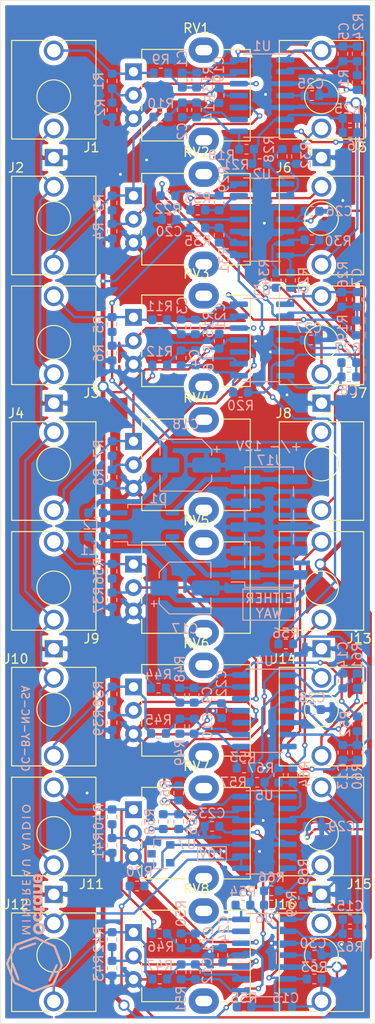
<source format=kicad_pcb>
(kicad_pcb (version 20171130) (host pcbnew "(5.1.2)-2")
  (title_block (title "Octal 8way Attenuverter") (date 2021-07-11) (rev 1.0.0) (company "Mindreau Audio") (comment 2 creativecommons.org/licenses/by-nc-sa/3.0/) (comment 3 "License: CC-BY-NC-SA") (comment 4 "Author: Rafaël Mindreau"))
  (layers (0 F.Cu signal) (31 B.Cu signal) (34 B.Paste user) (35 F.Paste user) (36 B.SilkS user) (37 F.SilkS user) (38 B.Mask user) (39 F.Mask user) (44 Edge.Cuts user))
  (net 0 "")
  (net 1 "Net-(C1-Pad2)")
  (net 2 "Net-(C1-Pad1)")
  (net 3 "Net-(C2-Pad2)")
  (net 4 "Net-(C2-Pad1)")
  (net 5 "Net-(C3-Pad1)")
  (net 6 "Net-(C3-Pad2)")
  (net 7 "Net-(C4-Pad2)")
  (net 8 "Net-(C4-Pad1)")
  (net 9 "Net-(C5-Pad1)")
  (net 10 "Net-(C5-Pad2)")
  (net 11 "Net-(C6-Pad2)")
  (net 12 "Net-(C6-Pad1)")
  (net 13 "Net-(C7-Pad2)")
  (net 14 "Net-(C7-Pad1)")
  (net 15 "Net-(C8-Pad1)")
  (net 16 "Net-(C8-Pad2)")
  (net 17 "Net-(C9-Pad2)")
  (net 18 "Net-(C9-Pad1)")
  (net 19 "Net-(C10-Pad1)")
  (net 20 "Net-(C10-Pad2)")
  (net 21 "Net-(C11-Pad1)")
  (net 22 "Net-(C11-Pad2)")
  (net 23 "Net-(C12-Pad1)")
  (net 24 "Net-(C12-Pad2)")
  (net 25 "Net-(C13-Pad1)")
  (net 26 "Net-(C13-Pad2)")
  (net 27 "Net-(C14-Pad1)")
  (net 28 "Net-(C14-Pad2)")
  (net 29 "Net-(C15-Pad2)")
  (net 30 "Net-(C15-Pad1)")
  (net 31 "Net-(C16-Pad2)")
  (net 32 "Net-(C16-Pad1)")
  (net 33 GND)
  (net 34 VCC)
  (net 35 VEE)
  (net 36 "Net-(D1-Pad3)")
  (net 37 "Net-(D1-Pad4)")
  (net 38 "Net-(R1-Pad2)")
  (net 39 "Net-(R3-Pad2)")
  (net 40 "Net-(R5-Pad2)")
  (net 41 "Net-(R7-Pad2)")
  (net 42 CHAIN_1)
  (net 43 CHAIN_2)
  (net 44 CHAIN_3)
  (net 45 "Net-(R28-Pad1)")
  (net 46 "Net-(R29-Pad1)")
  (net 47 "Net-(R30-Pad1)")
  (net 48 CHAIN_4)
  (net 49 "Net-(R31-Pad1)")
  (net 50 "Net-(R36-Pad2)")
  (net 51 "Net-(R38-Pad2)")
  (net 52 "Net-(R40-Pad2)")
  (net 53 "Net-(R42-Pad2)")
  (net 54 CHAIN_5)
  (net 55 CHAIN_6)
  (net 56 CHAIN_7)
  (net 57 "Net-(R64-Pad1)")
  (net 58 "Net-(R65-Pad1)")
  (net 59 "Net-(R66-Pad1)")
  (net 60 "Net-(R70-Pad2)")
  (net 61 10V)
  (net 62 "Net-(J1-Pad3)")
  (net 63 "Net-(J2-Pad3)")
  (net 64 "Net-(J3-Pad3)")
  (net 65 "Net-(J4-Pad3)")
  (net 66 "Net-(J5-Pad2)")
  (net 67 "Net-(J6-Pad2)")
  (net 68 "Net-(J7-Pad2)")
  (net 69 "Net-(J8-Pad2)")
  (net 70 "Net-(J9-Pad3)")
  (net 71 "Net-(J10-Pad3)")
  (net 72 "Net-(J11-Pad3)")
  (net 73 "Net-(J12-Pad3)")
  (net 74 "Net-(J13-Pad2)")
  (net 75 "Net-(J14-Pad2)")
  (net 76 "Net-(J15-Pad2)")
  (net 77 "Net-(J16-Pad2)")
  (net 78 "Net-(D1-Pad1)")
  (net 79 "Net-(D1-Pad2)")
  (module MindreauAudio:drawing (layer B.Cu) (at 171.323 137.16 90)
    (fp_text reference Ref** hide)
    (fp_text value Val** hide)
  )
  (module Capacitor_SMD:CP_Elec_5x5.4 (layer B.Cu) (at 185.547 92.71 180)
    (fp_text reference C18 (at 0 4.35) (layer B.SilkS) (effects (justify mirror)))
    (fp_text value 10µF)
    (pad 2 smd roundrect (at 2.2 0 180) (size 3 1.6) (layers B.Cu B.Paste B.Mask) (roundrect_rratio 0.15625) (net 35 VEE))
    (pad 1 smd roundrect (at -2.2 0 180) (size 3 1.6) (layers B.Cu B.Paste B.Mask) (roundrect_rratio 0.15625) (net 33 GND))
  )
  (module Capacitor_SMD:CP_Elec_5x5.4 (layer B.Cu) (at 185.461 105.791)
    (fp_text reference C17 (at 0 4.35) (layer B.SilkS) (effects (justify mirror)))
    (fp_text value 10µF)
    (pad 2 smd roundrect (at 2.2 0) (size 3 1.6) (layers B.Cu B.Paste B.Mask) (roundrect_rratio 0.15625) (net 33 GND))
    (pad 1 smd roundrect (at -2.2 0) (size 3 1.6) (layers B.Cu B.Paste B.Mask) (roundrect_rratio 0.15625) (net 34 VCC))
  )
  (module Connector_Audio:Jack_3.5mm_QingPu_WQP-PJ398SM_Vertical_CircularHoles (layer F.Cu) (at 171.45 112.268)
    (fp_text reference J10 (at -4.03 1.08 180) (layer F.SilkS))
    (fp_text value WQP-PJ301M-12_JACK)
    (pad 2 thru_hole circle (at 0 3.1 180) (size 2.13 2.13) (drill 1.42) (layers *.Cu *.Mask) (net 61 10V))
    (pad 1 thru_hole rect (at 0 0 180) (size 1.93 1.83) (drill 1.22) (layers *.Cu *.Mask) (net 33 GND))
    (pad 3 thru_hole circle (at 0 11.4 180) (size 2.13 2.13) (drill 1.43) (layers *.Cu *.Mask) (net 71 "Net-(J10-Pad3)"))
  )
  (module Connector_Audio:Jack_3.5mm_QingPu_WQP-PJ398SM_Vertical_CircularHoles (layer F.Cu) (at 200.025 112.268)
    (fp_text reference J14 (at -4.03 1.08 180) (layer F.SilkS))
    (fp_text value WQP-PJ301M-12_JACK)
    (pad 2 thru_hole circle (at 0 3.1 180) (size 2.13 2.13) (drill 1.42) (layers *.Cu *.Mask) (net 75 "Net-(J14-Pad2)"))
    (pad 1 thru_hole rect (at 0 0 180) (size 1.93 1.83) (drill 1.22) (layers *.Cu *.Mask) (net 33 GND))
    (pad 3 thru_hole circle (at 0 11.4 180) (size 2.13 2.13) (drill 1.43) (layers *.Cu *.Mask) (net 27 "Net-(C14-Pad1)"))
  )
  (module Resistor_SMD:R_0603_1608Metric (layer B.Cu) (at 199.009 68.707)
    (fp_text reference R30 (at 2.794 0.127) (layer B.SilkS) (effects (justify mirror)))
    (fp_text value 100k)
    (pad 1 smd roundrect (at -0.7875 0) (size 0.875 0.95) (layers B.Cu B.Paste B.Mask) (net 47 "Net-(R30-Pad1)"))
    (pad 2 smd roundrect (at 0.7875 0) (size 0.875 0.95) (layers B.Cu B.Paste B.Mask) (net 44 CHAIN_3))
  )
  (module Connector_Audio:Jack_3.5mm_QingPu_WQP-PJ398SM_Vertical_CircularHoles (layer F.Cu) (at 200.025 59.944 180)
    (fp_text reference J5 (at -4.03 1.08 180) (layer F.SilkS))
    (fp_text value WQP-PJ301M-12_JACK)
    (pad 2 thru_hole circle (at 0 3.1) (size 2.13 2.13) (drill 1.42) (layers *.Cu *.Mask) (net 66 "Net-(J5-Pad2)"))
    (pad 1 thru_hole rect (at 0 0) (size 1.93 1.83) (drill 1.22) (layers *.Cu *.Mask) (net 33 GND))
    (pad 3 thru_hole circle (at 0 11.4) (size 2.13 2.13) (drill 1.43) (layers *.Cu *.Mask) (net 9 "Net-(C5-Pad1)"))
  )
  (module Package_SO:SOIC-14_3.9x8.7mm_P1.27mm (layer B.Cu) (at 193.929 118.872 180)
    (fp_text reference U4 (at 0 5.28) (layer B.SilkS) (effects (justify mirror)))
    (fp_text value TL074)
    (pad 1 smd roundrect (at -2.475 3.81 180) (size 1.95 0.6) (layers B.Cu B.Paste B.Mask) (net 27 "Net-(C14-Pad1)"))
    (pad 2 smd roundrect (at -2.475 2.54 180) (size 1.95 0.6) (layers B.Cu B.Paste B.Mask) (net 28 "Net-(C14-Pad2)"))
    (pad 3 smd roundrect (at -2.475 1.27 180) (size 1.95 0.6) (layers B.Cu B.Paste B.Mask) (net 33 GND))
    (pad 4 smd roundrect (at -2.475 0 180) (size 1.95 0.6) (layers B.Cu B.Paste B.Mask) (net 34 VCC))
    (pad 5 smd roundrect (at -2.475 -1.27 180) (size 1.95 0.6) (layers B.Cu B.Paste B.Mask) (net 33 GND))
    (pad 6 smd roundrect (at -2.475 -2.54 180) (size 1.95 0.6) (layers B.Cu B.Paste B.Mask) (net 26 "Net-(C13-Pad2)"))
    (pad 7 smd roundrect (at -2.475 -3.81 180) (size 1.95 0.6) (layers B.Cu B.Paste B.Mask) (net 25 "Net-(C13-Pad1)"))
    (pad 8 smd roundrect (at 2.475 -3.81 180) (size 1.95 0.6) (layers B.Cu B.Paste B.Mask) (net 19 "Net-(C10-Pad1)"))
    (pad 9 smd roundrect (at 2.475 -2.54 180) (size 1.95 0.6) (layers B.Cu B.Paste B.Mask) (net 20 "Net-(C10-Pad2)"))
    (pad 10 smd roundrect (at 2.475 -1.27 180) (size 1.95 0.6) (layers B.Cu B.Paste B.Mask) (net 51 "Net-(R38-Pad2)"))
    (pad 11 smd roundrect (at 2.475 0 180) (size 1.95 0.6) (layers B.Cu B.Paste B.Mask) (net 35 VEE))
    (pad 12 smd roundrect (at 2.475 1.27 180) (size 1.95 0.6) (layers B.Cu B.Paste B.Mask) (net 50 "Net-(R36-Pad2)"))
    (pad 13 smd roundrect (at 2.475 2.54 180) (size 1.95 0.6) (layers B.Cu B.Paste B.Mask) (net 17 "Net-(C9-Pad2)"))
    (pad 14 smd roundrect (at 2.475 3.81 180) (size 1.95 0.6) (layers B.Cu B.Paste B.Mask) (net 18 "Net-(C9-Pad1)"))
  )
  (module Resistor_SMD:R_0603_1608Metric (layer B.Cu) (at 192.024 59.055 180)
    (fp_text reference R18 (at 2.667 -0.635) (layer B.SilkS) (effects (justify mirror)))
    (fp_text value 100k)
    (pad 2 smd roundrect (at 0.7875 0 180) (size 0.875 0.95) (layers B.Cu B.Paste B.Mask) (net 4 "Net-(C2-Pad1)"))
    (pad 1 smd roundrect (at -0.7875 0 180) (size 0.875 0.95) (layers B.Cu B.Paste B.Mask) (net 11 "Net-(C6-Pad2)"))
  )
  (module Package_SO:SOIC-14_3.9x8.7mm_P1.27mm (layer B.Cu) (at 193.675 53.34 180)
    (fp_text reference U1 (at 0 5.28) (layer B.SilkS) (effects (justify mirror)))
    (fp_text value TL074)
    (pad 14 smd roundrect (at 2.475 3.81 180) (size 1.95 0.6) (layers B.Cu B.Paste B.Mask) (net 2 "Net-(C1-Pad1)"))
    (pad 13 smd roundrect (at 2.475 2.54 180) (size 1.95 0.6) (layers B.Cu B.Paste B.Mask) (net 1 "Net-(C1-Pad2)"))
    (pad 12 smd roundrect (at 2.475 1.27 180) (size 1.95 0.6) (layers B.Cu B.Paste B.Mask) (net 38 "Net-(R1-Pad2)"))
    (pad 11 smd roundrect (at 2.475 0 180) (size 1.95 0.6) (layers B.Cu B.Paste B.Mask) (net 35 VEE))
    (pad 10 smd roundrect (at 2.475 -1.27 180) (size 1.95 0.6) (layers B.Cu B.Paste B.Mask) (net 39 "Net-(R3-Pad2)"))
    (pad 9 smd roundrect (at 2.475 -2.54 180) (size 1.95 0.6) (layers B.Cu B.Paste B.Mask) (net 3 "Net-(C2-Pad2)"))
    (pad 8 smd roundrect (at 2.475 -3.81 180) (size 1.95 0.6) (layers B.Cu B.Paste B.Mask) (net 4 "Net-(C2-Pad1)"))
    (pad 7 smd roundrect (at -2.475 -3.81 180) (size 1.95 0.6) (layers B.Cu B.Paste B.Mask) (net 12 "Net-(C6-Pad1)"))
    (pad 6 smd roundrect (at -2.475 -2.54 180) (size 1.95 0.6) (layers B.Cu B.Paste B.Mask) (net 11 "Net-(C6-Pad2)"))
    (pad 5 smd roundrect (at -2.475 -1.27 180) (size 1.95 0.6) (layers B.Cu B.Paste B.Mask) (net 33 GND))
    (pad 4 smd roundrect (at -2.475 0 180) (size 1.95 0.6) (layers B.Cu B.Paste B.Mask) (net 34 VCC))
    (pad 3 smd roundrect (at -2.475 1.27 180) (size 1.95 0.6) (layers B.Cu B.Paste B.Mask) (net 33 GND))
    (pad 2 smd roundrect (at -2.475 2.54 180) (size 1.95 0.6) (layers B.Cu B.Paste B.Mask) (net 10 "Net-(C5-Pad2)"))
    (pad 1 smd roundrect (at -2.475 3.81 180) (size 1.95 0.6) (layers B.Cu B.Paste B.Mask) (net 9 "Net-(C5-Pad1)"))
  )
  (module Resistor_SMD:R_0603_1608Metric (layer B.Cu) (at 195.199 73.025 90)
    (fp_text reference R34 (at 0.889 -1.27 90) (layer B.SilkS) (effects (justify mirror)))
    (fp_text value 100k)
    (pad 1 smd roundrect (at -0.7875 0 90) (size 0.875 0.95) (layers B.Cu B.Paste B.Mask) (net 68 "Net-(J7-Pad2)"))
    (pad 2 smd roundrect (at 0.7875 0 90) (size 0.875 0.95) (layers B.Cu B.Paste B.Mask) (net 47 "Net-(R30-Pad1)"))
  )
  (module Resistor_SMD:R_0603_1608Metric (layer B.Cu) (at 203.073 55.753 180)
    (fp_text reference R25 (at 0.254 1.016) (layer B.SilkS) (effects (justify mirror)))
    (fp_text value 100k)
    (pad 1 smd roundrect (at -0.7875 0 180) (size 0.875 0.95) (layers B.Cu B.Paste B.Mask) (net 12 "Net-(C6-Pad1)"))
    (pad 2 smd roundrect (at 0.7875 0 180) (size 0.875 0.95) (layers B.Cu B.Paste B.Mask) (net 11 "Net-(C6-Pad2)"))
  )
  (module Resistor_SMD:R_0603_1608Metric (layer B.Cu) (at 186.7027 51.689 270)
    (fp_text reference R13 (at -0.127 -1.2573 90) (layer B.SilkS) (effects (justify mirror)))
    (fp_text value 100k)
    (pad 2 smd roundrect (at 0.7875 0 270) (size 0.875 0.95) (layers B.Cu B.Paste B.Mask) (net 1 "Net-(C1-Pad2)"))
    (pad 1 smd roundrect (at -0.7875 0 270) (size 0.875 0.95) (layers B.Cu B.Paste B.Mask) (net 2 "Net-(C1-Pad1)"))
  )
  (module Resistor_SMD:R_0603_1608Metric (layer B.Cu) (at 180.34 137.541)
    (fp_text reference R70 (at 0.254 -1.524) (layer B.SilkS) (effects (justify mirror)))
    (fp_text value 10k)
    (pad 1 smd roundrect (at -0.7875 0) (size 0.875 0.95) (layers B.Cu B.Paste B.Mask) (net 34 VCC))
    (pad 2 smd roundrect (at 0.7875 0) (size 0.875 0.95) (layers B.Cu B.Paste B.Mask) (net 60 "Net-(R70-Pad2)"))
  )
  (module Package_TO_SOT_SMD:SOT-23 (layer B.Cu) (at 182.88 134.112 180)
    (fp_text reference U7 (at -2.794 1.016) (layer B.SilkS) (effects (justify mirror)))
    (fp_text value LM4040DBZ-10)
    (pad 1 smd rect (at -1 0.95 180) (size 0.9 0.8) (layers B.Cu B.Paste B.Mask) (net 60 "Net-(R70-Pad2)"))
    (pad 2 smd rect (at -1 -0.95 180) (size 0.9 0.8) (layers B.Cu B.Paste B.Mask) (net 33 GND))
    (pad 3 smd rect (at 1 0 180) (size 0.9 0.8) (layers B.Cu B.Paste B.Mask))
  )
  (module Potentiometer_THT:Potentiometer_Alpha_RD901F-40-00D_Single_Vertical (layer F.Cu) (at 179.959 50.8)
    (fp_text reference RV1 (at 6.71 -4.64 180) (layer F.SilkS))
    (fp_text value 100k)
    (pad 1 thru_hole rect (at 0 0 90) (size 1.8 1.8) (drill 1) (layers *.Cu *.Mask) (net 62 "Net-(J1-Pad3)"))
    (pad 2 thru_hole circle (at 0 2.5 90) (size 1.8 1.8) (drill 1) (layers *.Cu *.Mask) (net 38 "Net-(R1-Pad2)"))
    (pad 3 thru_hole circle (at 0 5 90) (size 1.8 1.8) (drill 1) (layers *.Cu *.Mask) (net 33 GND))
    (pad "" thru_hole oval (at 7.5 7.3 90) (size 2.72 3.24) (drill oval 1.1 1.8) (layers *.Cu *.Mask))
    (pad "" thru_hole oval (at 7.5 -2.3 90) (size 2.72 3.24) (drill oval 1.1 1.8) (layers *.Cu *.Mask))
  )
  (module Resistor_SMD:R_0603_1608Metric (layer B.Cu) (at 177.673 54.864 270)
    (fp_text reference R2 (at -0.254 1.27 90) (layer B.SilkS) (effects (justify mirror)))
    (fp_text value 47k)
    (pad 1 smd roundrect (at -0.7875 0 270) (size 0.875 0.95) (layers B.Cu B.Paste B.Mask) (net 38 "Net-(R1-Pad2)"))
    (pad 2 smd roundrect (at 0.7875 0 270) (size 0.875 0.95) (layers B.Cu B.Paste B.Mask) (net 33 GND))
  )
  (module Resistor_SMD:R_0603_1608Metric (layer B.Cu) (at 177.673 51.7905 270)
    (fp_text reference R1 (at 0 1.43 90) (layer B.SilkS) (effects (justify mirror)))
    (fp_text value 47k)
    (pad 2 smd roundrect (at 0.7875 0 270) (size 0.875 0.95) (layers B.Cu B.Paste B.Mask) (net 38 "Net-(R1-Pad2)"))
    (pad 1 smd roundrect (at -0.7875 0 270) (size 0.875 0.95) (layers B.Cu B.Paste B.Mask) (net 62 "Net-(J1-Pad3)"))
  )
  (module Capacitor_SMD:C_0603_1608Metric (layer B.Cu) (at 185.166 51.689 270)
    (fp_text reference C1 (at -2.286 0 90) (layer B.SilkS) (effects (justify mirror)))
    (fp_text value 10pF)
    (pad 1 smd roundrect (at -0.7875 0 270) (size 0.875 0.95) (layers B.Cu B.Paste B.Mask) (net 2 "Net-(C1-Pad1)"))
    (pad 2 smd roundrect (at 0.7875 0 270) (size 0.875 0.95) (layers B.Cu B.Paste B.Mask) (net 1 "Net-(C1-Pad2)"))
  )
  (module Capacitor_SMD:C_0603_1608Metric (layer B.Cu) (at 185.166 54.864 90)
    (fp_text reference C2 (at -2.286 0 90) (layer B.SilkS) (effects (justify mirror)))
    (fp_text value 10pF)
    (pad 1 smd roundrect (at -0.7875 0 90) (size 0.875 0.95) (layers B.Cu B.Paste B.Mask) (net 4 "Net-(C2-Pad1)"))
    (pad 2 smd roundrect (at 0.7875 0 90) (size 0.875 0.95) (layers B.Cu B.Paste B.Mask) (net 3 "Net-(C2-Pad2)"))
  )
  (module Capacitor_SMD:C_0603_1608Metric (layer B.Cu) (at 185.039 77.978 270)
    (fp_text reference C3 (at -2.286 -0.127 90) (layer B.SilkS) (effects (justify mirror)))
    (fp_text value 10pF)
    (pad 2 smd roundrect (at 0.7875 0 270) (size 0.875 0.95) (layers B.Cu B.Paste B.Mask) (net 6 "Net-(C3-Pad2)"))
    (pad 1 smd roundrect (at -0.7875 0 270) (size 0.875 0.95) (layers B.Cu B.Paste B.Mask) (net 5 "Net-(C3-Pad1)"))
  )
  (module Capacitor_SMD:C_0603_1608Metric (layer B.Cu) (at 185.039 81.28 90)
    (fp_text reference C4 (at 0 1.43 90) (layer B.SilkS) (effects (justify mirror)))
    (fp_text value 10pF)
    (pad 1 smd roundrect (at -0.7875 0 90) (size 0.875 0.95) (layers B.Cu B.Paste B.Mask) (net 8 "Net-(C4-Pad1)"))
    (pad 2 smd roundrect (at 0.7875 0 90) (size 0.875 0.95) (layers B.Cu B.Paste B.Mask) (net 7 "Net-(C4-Pad2)"))
  )
  (module Capacitor_SMD:C_0603_1608Metric (layer B.Cu) (at 202.311 48.8949 270)
    (fp_text reference C5 (at -2.4129 -0.127 90) (layer B.SilkS) (effects (justify mirror)))
    (fp_text value 10pF)
    (pad 2 smd roundrect (at 0.7875 0 270) (size 0.875 0.95) (layers B.Cu B.Paste B.Mask) (net 10 "Net-(C5-Pad2)"))
    (pad 1 smd roundrect (at -0.7875 0 270) (size 0.875 0.95) (layers B.Cu B.Paste B.Mask) (net 9 "Net-(C5-Pad1)"))
  )
  (module Capacitor_SMD:C_0603_1608Metric (layer B.Cu) (at 203.073 57.277 180)
    (fp_text reference C6 (at -0.635 -1.397) (layer B.SilkS) (effects (justify mirror)))
    (fp_text value 10pF)
    (pad 2 smd roundrect (at 0.7875 0 180) (size 0.875 0.95) (layers B.Cu B.Paste B.Mask) (net 11 "Net-(C6-Pad2)"))
    (pad 1 smd roundrect (at -0.7875 0 180) (size 0.875 0.95) (layers B.Cu B.Paste B.Mask) (net 12 "Net-(C6-Pad1)"))
  )
  (module Capacitor_SMD:C_0603_1608Metric (layer B.Cu) (at 203.835 75.057 270)
    (fp_text reference C7 (at -2.413 0 90) (layer B.SilkS) (effects (justify mirror)))
    (fp_text value 10pF)
    (pad 2 smd roundrect (at 0.7875 0 270) (size 0.875 0.95) (layers B.Cu B.Paste B.Mask) (net 13 "Net-(C7-Pad2)"))
    (pad 1 smd roundrect (at -0.7875 0 270) (size 0.875 0.95) (layers B.Cu B.Paste B.Mask) (net 14 "Net-(C7-Pad1)"))
  )
  (module Capacitor_SMD:C_0603_1608Metric (layer B.Cu) (at 202.946 83.312)
    (fp_text reference C8 (at 0 1.43) (layer B.SilkS) (effects (justify mirror)))
    (fp_text value 10pF)
    (pad 2 smd roundrect (at 0.7875 0) (size 0.875 0.95) (layers B.Cu B.Paste B.Mask) (net 16 "Net-(C8-Pad2)"))
    (pad 1 smd roundrect (at -0.7875 0) (size 0.875 0.95) (layers B.Cu B.Paste B.Mask) (net 15 "Net-(C8-Pad1)"))
  )
  (module Capacitor_SMD:C_0603_1608Metric (layer B.Cu) (at 186.436 117.221 270)
    (fp_text reference C9 (at 0 -1.397 90) (layer B.SilkS) (effects (justify mirror)))
    (fp_text value 10pF)
    (pad 1 smd roundrect (at -0.7875 0 270) (size 0.875 0.95) (layers B.Cu B.Paste B.Mask) (net 18 "Net-(C9-Pad1)"))
    (pad 2 smd roundrect (at 0.7875 0 270) (size 0.875 0.95) (layers B.Cu B.Paste B.Mask) (net 17 "Net-(C9-Pad2)"))
  )
  (module Capacitor_SMD:C_0603_1608Metric (layer B.Cu) (at 186.436 120.523 90)
    (fp_text reference C10 (at 0 1.43 90) (layer B.SilkS) (effects (justify mirror)))
    (fp_text value 10pF)
    (pad 2 smd roundrect (at 0.7875 0 90) (size 0.875 0.95) (layers B.Cu B.Paste B.Mask) (net 20 "Net-(C10-Pad2)"))
    (pad 1 smd roundrect (at -0.7875 0 90) (size 0.875 0.95) (layers B.Cu B.Paste B.Mask) (net 19 "Net-(C10-Pad1)"))
  )
  (module Capacitor_SMD:C_0603_1608Metric (layer B.Cu) (at 186.563 143.383 270)
    (fp_text reference C11 (at -0.127 -1.397 90) (layer B.SilkS) (effects (justify mirror)))
    (fp_text value 10pF)
    (pad 1 smd roundrect (at -0.7875 0 270) (size 0.875 0.95) (layers B.Cu B.Paste B.Mask) (net 21 "Net-(C11-Pad1)"))
    (pad 2 smd roundrect (at 0.7875 0 270) (size 0.875 0.95) (layers B.Cu B.Paste B.Mask) (net 22 "Net-(C11-Pad2)"))
  )
  (module Capacitor_SMD:C_0603_1608Metric (layer B.Cu) (at 186.563 146.685 90)
    (fp_text reference C12 (at 0.127 1.27 90) (layer B.SilkS) (effects (justify mirror)))
    (fp_text value 10pF)
    (pad 1 smd roundrect (at -0.7875 0 90) (size 0.875 0.95) (layers B.Cu B.Paste B.Mask) (net 23 "Net-(C12-Pad1)"))
    (pad 2 smd roundrect (at 0.7875 0 90) (size 0.875 0.95) (layers B.Cu B.Paste B.Mask) (net 24 "Net-(C12-Pad2)"))
  )
  (module Capacitor_SMD:C_0603_1608Metric (layer B.Cu) (at 202.311 123.317 90)
    (fp_text reference C13 (at -2.54 0 90) (layer B.SilkS) (effects (justify mirror)))
    (fp_text value 10pF)
    (pad 2 smd roundrect (at 0.7875 0 90) (size 0.875 0.95) (layers B.Cu B.Paste B.Mask) (net 26 "Net-(C13-Pad2)"))
    (pad 1 smd roundrect (at -0.7875 0 90) (size 0.875 0.95) (layers B.Cu B.Paste B.Mask) (net 25 "Net-(C13-Pad1)"))
  )
  (module Capacitor_SMD:C_0603_1608Metric (layer B.Cu) (at 202.311 115.697 270)
    (fp_text reference C14 (at -2.794 0 90) (layer B.SilkS) (effects (justify mirror)))
    (fp_text value 10pF)
    (pad 2 smd roundrect (at 0.7875 0 270) (size 0.875 0.95) (layers B.Cu B.Paste B.Mask) (net 28 "Net-(C14-Pad2)"))
    (pad 1 smd roundrect (at -0.7875 0 270) (size 0.875 0.95) (layers B.Cu B.Paste B.Mask) (net 27 "Net-(C14-Pad1)"))
  )
  (module Capacitor_SMD:C_0603_1608Metric (layer B.Cu) (at 203.073 141.097 180)
    (fp_text reference C15 (at 0 1.43) (layer B.SilkS) (effects (justify mirror)))
    (fp_text value 10pF)
    (pad 1 smd roundrect (at -0.7875 0 180) (size 0.875 0.95) (layers B.Cu B.Paste B.Mask) (net 30 "Net-(C15-Pad1)"))
    (pad 2 smd roundrect (at 0.7875 0 180) (size 0.875 0.95) (layers B.Cu B.Paste B.Mask) (net 29 "Net-(C15-Pad2)"))
  )
  (module Capacitor_SMD:C_0603_1608Metric (layer B.Cu) (at 196.088 150.368 180)
    (fp_text reference C16 (at -0.127 0.889) (layer B.SilkS) (effects (justify mirror)))
    (fp_text value 10pF)
    (pad 2 smd roundrect (at 0.7875 0 180) (size 0.875 0.95) (layers B.Cu B.Paste B.Mask) (net 31 "Net-(C16-Pad2)"))
    (pad 1 smd roundrect (at -0.7875 0 180) (size 0.875 0.95) (layers B.Cu B.Paste B.Mask) (net 32 "Net-(C16-Pad1)"))
  )
  (module Capacitor_SMD:C_0603_1608Metric (layer B.Cu) (at 189.103 53.34 90)
    (fp_text reference C19 (at 2.794 0 90) (layer B.SilkS) (effects (justify mirror)))
    (fp_text value 100n)
    (pad 1 smd roundrect (at -0.7875 0 90) (size 0.875 0.95) (layers B.Cu B.Paste B.Mask) (net 33 GND))
    (pad 2 smd roundrect (at 0.7875 0 90) (size 0.875 0.95) (layers B.Cu B.Paste B.Mask) (net 35 VEE))
  )
  (module Capacitor_SMD:C_0603_1608Metric (layer B.Cu) (at 183.769 66.548)
    (fp_text reference C20 (at 0 1.27) (layer B.SilkS) (effects (justify mirror)))
    (fp_text value 100n)
    (pad 1 smd roundrect (at -0.7875 0) (size 0.875 0.95) (layers B.Cu B.Paste B.Mask) (net 33 GND))
    (pad 2 smd roundrect (at 0.7875 0) (size 0.875 0.95) (layers B.Cu B.Paste B.Mask) (net 35 VEE))
  )
  (module Capacitor_SMD:C_0603_1608Metric (layer B.Cu) (at 189.103 79.502 270)
    (fp_text reference C21 (at -2.667 -0.127 90) (layer B.SilkS) (effects (justify mirror)))
    (fp_text value 100n)
    (pad 1 smd roundrect (at -0.7875 0 270) (size 0.875 0.95) (layers B.Cu B.Paste B.Mask) (net 33 GND))
    (pad 2 smd roundrect (at 0.7875 0 270) (size 0.875 0.95) (layers B.Cu B.Paste B.Mask) (net 35 VEE))
  )
  (module Capacitor_SMD:C_0603_1608Metric (layer B.Cu) (at 189.357 118.872 90)
    (fp_text reference C22 (at 2.921 0 90) (layer B.SilkS) (effects (justify mirror)))
    (fp_text value 100n)
    (pad 1 smd roundrect (at -0.7875 0 90) (size 0.875 0.95) (layers B.Cu B.Paste B.Mask) (net 33 GND))
    (pad 2 smd roundrect (at 0.7875 0 90) (size 0.875 0.95) (layers B.Cu B.Paste B.Mask) (net 35 VEE))
  )
  (module Capacitor_SMD:C_0603_1608Metric (layer B.Cu) (at 188.341 131.191)
    (fp_text reference C23 (at 0 -1.397) (layer B.SilkS) (effects (justify mirror)))
    (fp_text value 100n)
    (pad 1 smd roundrect (at -0.7875 0) (size 0.875 0.95) (layers B.Cu B.Paste B.Mask) (net 33 GND))
    (pad 2 smd roundrect (at 0.7875 0) (size 0.875 0.95) (layers B.Cu B.Paste B.Mask) (net 35 VEE))
  )
  (module Capacitor_SMD:C_0603_1608Metric (layer B.Cu) (at 189.484 144.907 270)
    (fp_text reference C24 (at -2.794 -0.127 90) (layer B.SilkS) (effects (justify mirror)))
    (fp_text value 100n)
    (pad 1 smd roundrect (at -0.7875 0 270) (size 0.875 0.95) (layers B.Cu B.Paste B.Mask) (net 33 GND))
    (pad 2 smd roundrect (at 0.7875 0 270) (size 0.875 0.95) (layers B.Cu B.Paste B.Mask) (net 35 VEE))
  )
  (module Capacitor_SMD:C_0603_1608Metric (layer B.Cu) (at 199.009 53.34)
    (fp_text reference C25 (at -0.127 -1.27) (layer B.SilkS) (effects (justify mirror)))
    (fp_text value 100n)
    (pad 1 smd roundrect (at -0.7875 0) (size 0.875 0.95) (layers B.Cu B.Paste B.Mask) (net 34 VCC))
    (pad 2 smd roundrect (at 0.7875 0) (size 0.875 0.95) (layers B.Cu B.Paste B.Mask) (net 33 GND))
  )
  (module Capacitor_SMD:C_0603_1608Metric (layer B.Cu) (at 199.009 65.659)
    (fp_text reference C26 (at 2.921 0) (layer B.SilkS) (effects (justify mirror)))
    (fp_text value 100n)
    (pad 2 smd roundrect (at 0.7875 0) (size 0.875 0.95) (layers B.Cu B.Paste B.Mask) (net 33 GND))
    (pad 1 smd roundrect (at -0.7875 0) (size 0.875 0.95) (layers B.Cu B.Paste B.Mask) (net 34 VCC))
  )
  (module Capacitor_SMD:C_0603_1608Metric (layer B.Cu) (at 198.9075 79.375)
    (fp_text reference C27 (at -0.254 -1.27) (layer B.SilkS) (effects (justify mirror)))
    (fp_text value 100n)
    (pad 2 smd roundrect (at 0.7875 0) (size 0.875 0.95) (layers B.Cu B.Paste B.Mask) (net 33 GND))
    (pad 1 smd roundrect (at -0.7875 0) (size 0.875 0.95) (layers B.Cu B.Paste B.Mask) (net 34 VCC))
  )
  (module Capacitor_SMD:C_0603_1608Metric (layer B.Cu) (at 199.1615 118.745)
    (fp_text reference C28 (at -0.127 -1.27) (layer B.SilkS) (effects (justify mirror)))
    (fp_text value 100n)
    (pad 2 smd roundrect (at 0.7875 0) (size 0.875 0.95) (layers B.Cu B.Paste B.Mask) (net 33 GND))
    (pad 1 smd roundrect (at -0.7875 0) (size 0.875 0.95) (layers B.Cu B.Paste B.Mask) (net 34 VCC))
  )
  (module Capacitor_SMD:C_0603_1608Metric (layer B.Cu) (at 199.263 131.191)
    (fp_text reference C29 (at 2.921 0) (layer B.SilkS) (effects (justify mirror)))
    (fp_text value 100n)
    (pad 2 smd roundrect (at 0.7875 0) (size 0.875 0.95) (layers B.Cu B.Paste B.Mask) (net 33 GND))
    (pad 1 smd roundrect (at -0.7875 0) (size 0.875 0.95) (layers B.Cu B.Paste B.Mask) (net 34 VCC))
  )
  (module Capacitor_SMD:C_0603_1608Metric (layer B.Cu) (at 199.263 144.907)
    (fp_text reference C30 (at -0.127 -1.27) (layer B.SilkS) (effects (justify mirror)))
    (fp_text value 100n)
    (pad 2 smd roundrect (at 0.7875 0) (size 0.875 0.95) (layers B.Cu B.Paste B.Mask) (net 33 GND))
    (pad 1 smd roundrect (at -0.7875 0) (size 0.875 0.95) (layers B.Cu B.Paste B.Mask) (net 34 VCC))
  )
  (module Package_SO:SOP-4_3.8x4.1mm_P2.54mm (layer B.Cu) (at 181.356 99.06)
    (fp_text reference D1 (at 1.27 -2.794) (layer B.SilkS) (effects (justify mirror)))
    (fp_text value MB1S)
    (pad 1 smd roundrect (at -2.75 1.27) (size 1.45 0.55) (layers B.Cu B.Paste B.Mask) (net 78 "Net-(D1-Pad1)"))
    (pad 2 smd roundrect (at -2.75 -1.27) (size 1.45 0.55) (layers B.Cu B.Paste B.Mask) (net 79 "Net-(D1-Pad2)"))
    (pad 3 smd roundrect (at 2.75 -1.27) (size 1.45 0.55) (layers B.Cu B.Paste B.Mask) (net 36 "Net-(D1-Pad3)"))
    (pad 4 smd roundrect (at 2.75 1.27) (size 1.45 0.55) (layers B.Cu B.Paste B.Mask) (net 37 "Net-(D1-Pad4)"))
  )
  (module Connector_Audio:Jack_3.5mm_QingPu_WQP-PJ398SM_Vertical_CircularHoles (layer F.Cu) (at 171.45 59.944 180)
    (fp_text reference J1 (at -4.03 1.08 180) (layer F.SilkS))
    (fp_text value WQP-PJ301M-12_JACK)
    (pad 2 thru_hole circle (at 0 3.1) (size 2.13 2.13) (drill 1.42) (layers *.Cu *.Mask) (net 61 10V))
    (pad 1 thru_hole rect (at 0 0) (size 1.93 1.83) (drill 1.22) (layers *.Cu *.Mask) (net 33 GND))
    (pad 3 thru_hole circle (at 0 11.4) (size 2.13 2.13) (drill 1.43) (layers *.Cu *.Mask) (net 62 "Net-(J1-Pad3)"))
  )
  (module Connector_Audio:Jack_3.5mm_QingPu_WQP-PJ398SM_Vertical_CircularHoles (layer F.Cu) (at 171.45 59.944)
    (fp_text reference J2 (at -4.03 1.08 180) (layer F.SilkS))
    (fp_text value WQP-PJ301M-12_JACK)
    (pad 2 thru_hole circle (at 0 3.1 180) (size 2.13 2.13) (drill 1.42) (layers *.Cu *.Mask) (net 61 10V))
    (pad 1 thru_hole rect (at 0 0 180) (size 1.93 1.83) (drill 1.22) (layers *.Cu *.Mask) (net 33 GND))
    (pad 3 thru_hole circle (at 0 11.4 180) (size 2.13 2.13) (drill 1.43) (layers *.Cu *.Mask) (net 63 "Net-(J2-Pad3)"))
  )
  (module Connector_Audio:Jack_3.5mm_QingPu_WQP-PJ398SM_Vertical_CircularHoles (layer F.Cu) (at 171.45 86.106 180)
    (fp_text reference J3 (at -4.03 1.08 180) (layer F.SilkS))
    (fp_text value WQP-PJ301M-12_JACK)
    (pad 2 thru_hole circle (at 0 3.1) (size 2.13 2.13) (drill 1.42) (layers *.Cu *.Mask) (net 61 10V))
    (pad 1 thru_hole rect (at 0 0) (size 1.93 1.83) (drill 1.22) (layers *.Cu *.Mask) (net 33 GND))
    (pad 3 thru_hole circle (at 0 11.4) (size 2.13 2.13) (drill 1.43) (layers *.Cu *.Mask) (net 64 "Net-(J3-Pad3)"))
  )
  (module Connector_Audio:Jack_3.5mm_QingPu_WQP-PJ398SM_Vertical_CircularHoles (layer F.Cu) (at 171.45 86.106)
    (fp_text reference J4 (at -4.03 1.08 180) (layer F.SilkS))
    (fp_text value WQP-PJ301M-12_JACK)
    (pad 3 thru_hole circle (at 0 11.4 180) (size 2.13 2.13) (drill 1.43) (layers *.Cu *.Mask) (net 65 "Net-(J4-Pad3)"))
    (pad 1 thru_hole rect (at 0 0 180) (size 1.93 1.83) (drill 1.22) (layers *.Cu *.Mask) (net 33 GND))
    (pad 2 thru_hole circle (at 0 3.1 180) (size 2.13 2.13) (drill 1.42) (layers *.Cu *.Mask) (net 61 10V))
  )
  (module Connector_Audio:Jack_3.5mm_QingPu_WQP-PJ398SM_Vertical_CircularHoles (layer F.Cu) (at 200.025 59.944)
    (fp_text reference J6 (at -4.03 1.08 180) (layer F.SilkS))
    (fp_text value WQP-PJ301M-12_JACK)
    (pad 3 thru_hole circle (at 0 11.4 180) (size 2.13 2.13) (drill 1.43) (layers *.Cu *.Mask) (net 12 "Net-(C6-Pad1)"))
    (pad 1 thru_hole rect (at 0 0 180) (size 1.93 1.83) (drill 1.22) (layers *.Cu *.Mask) (net 33 GND))
    (pad 2 thru_hole circle (at 0 3.1 180) (size 2.13 2.13) (drill 1.42) (layers *.Cu *.Mask) (net 67 "Net-(J6-Pad2)"))
  )
  (module Connector_Audio:Jack_3.5mm_QingPu_WQP-PJ398SM_Vertical_CircularHoles (layer F.Cu) (at 200.025 86.106 180)
    (fp_text reference J7 (at -4.03 1.08 180) (layer F.SilkS))
    (fp_text value WQP-PJ301M-12_JACK)
    (pad 3 thru_hole circle (at 0 11.4) (size 2.13 2.13) (drill 1.43) (layers *.Cu *.Mask) (net 14 "Net-(C7-Pad1)"))
    (pad 1 thru_hole rect (at 0 0) (size 1.93 1.83) (drill 1.22) (layers *.Cu *.Mask) (net 33 GND))
    (pad 2 thru_hole circle (at 0 3.1) (size 2.13 2.13) (drill 1.42) (layers *.Cu *.Mask) (net 68 "Net-(J7-Pad2)"))
  )
  (module Connector_Audio:Jack_3.5mm_QingPu_WQP-PJ398SM_Vertical_CircularHoles (layer F.Cu) (at 200.025 86.106)
    (fp_text reference J8 (at -4.03 1.08 180) (layer F.SilkS))
    (fp_text value WQP-PJ301M-12_JACK)
    (pad 3 thru_hole circle (at 0 11.4 180) (size 2.13 2.13) (drill 1.43) (layers *.Cu *.Mask) (net 15 "Net-(C8-Pad1)"))
    (pad 1 thru_hole rect (at 0 0 180) (size 1.93 1.83) (drill 1.22) (layers *.Cu *.Mask) (net 33 GND))
    (pad 2 thru_hole circle (at 0 3.1 180) (size 2.13 2.13) (drill 1.42) (layers *.Cu *.Mask) (net 69 "Net-(J8-Pad2)"))
  )
  (module Connector_Audio:Jack_3.5mm_QingPu_WQP-PJ398SM_Vertical_CircularHoles (layer F.Cu) (at 171.45 112.268 180)
    (fp_text reference J9 (at -4.03 1.08 180) (layer F.SilkS))
    (fp_text value WQP-PJ301M-12_JACK)
    (pad 3 thru_hole circle (at 0 11.4) (size 2.13 2.13) (drill 1.43) (layers *.Cu *.Mask) (net 70 "Net-(J9-Pad3)"))
    (pad 1 thru_hole rect (at 0 0) (size 1.93 1.83) (drill 1.22) (layers *.Cu *.Mask) (net 33 GND))
    (pad 2 thru_hole circle (at 0 3.1) (size 2.13 2.13) (drill 1.42) (layers *.Cu *.Mask) (net 61 10V))
  )
  (module Connector_Audio:Jack_3.5mm_QingPu_WQP-PJ398SM_Vertical_CircularHoles (layer F.Cu) (at 171.45 138.43 180)
    (fp_text reference J11 (at -4.03 1.08 180) (layer F.SilkS))
    (fp_text value WQP-PJ301M-12_JACK)
    (pad 2 thru_hole circle (at 0 3.1) (size 2.13 2.13) (drill 1.42) (layers *.Cu *.Mask) (net 61 10V))
    (pad 1 thru_hole rect (at 0 0) (size 1.93 1.83) (drill 1.22) (layers *.Cu *.Mask) (net 33 GND))
    (pad 3 thru_hole circle (at 0 11.4) (size 2.13 2.13) (drill 1.43) (layers *.Cu *.Mask) (net 72 "Net-(J11-Pad3)"))
  )
  (module Connector_Audio:Jack_3.5mm_QingPu_WQP-PJ398SM_Vertical_CircularHoles (layer F.Cu) (at 171.45 138.43)
    (fp_text reference J12 (at -4.03 1.08 180) (layer F.SilkS))
    (fp_text value WQP-PJ301M-12_JACK)
    (pad 3 thru_hole circle (at 0 11.4 180) (size 2.13 2.13) (drill 1.43) (layers *.Cu *.Mask) (net 73 "Net-(J12-Pad3)"))
    (pad 1 thru_hole rect (at 0 0 180) (size 1.93 1.83) (drill 1.22) (layers *.Cu *.Mask) (net 33 GND))
    (pad 2 thru_hole circle (at 0 3.1 180) (size 2.13 2.13) (drill 1.42) (layers *.Cu *.Mask) (net 61 10V))
  )
  (module Connector_Audio:Jack_3.5mm_QingPu_WQP-PJ398SM_Vertical_CircularHoles (layer F.Cu) (at 200.025 112.268 180)
    (fp_text reference J13 (at -4.03 1.08 180) (layer F.SilkS))
    (fp_text value WQP-PJ301M-12_JACK)
    (pad 2 thru_hole circle (at 0 3.1) (size 2.13 2.13) (drill 1.42) (layers *.Cu *.Mask) (net 74 "Net-(J13-Pad2)"))
    (pad 1 thru_hole rect (at 0 0) (size 1.93 1.83) (drill 1.22) (layers *.Cu *.Mask) (net 33 GND))
    (pad 3 thru_hole circle (at 0 11.4) (size 2.13 2.13) (drill 1.43) (layers *.Cu *.Mask) (net 25 "Net-(C13-Pad1)"))
  )
  (module Connector_Audio:Jack_3.5mm_QingPu_WQP-PJ398SM_Vertical_CircularHoles (layer F.Cu) (at 200.025 138.43 180)
    (fp_text reference J15 (at -4.03 1.08 180) (layer F.SilkS))
    (fp_text value WQP-PJ301M-12_JACK)
    (pad 2 thru_hole circle (at 0 3.1) (size 2.13 2.13) (drill 1.42) (layers *.Cu *.Mask) (net 76 "Net-(J15-Pad2)"))
    (pad 1 thru_hole rect (at 0 0) (size 1.93 1.83) (drill 1.22) (layers *.Cu *.Mask) (net 33 GND))
    (pad 3 thru_hole circle (at 0 11.4) (size 2.13 2.13) (drill 1.43) (layers *.Cu *.Mask) (net 30 "Net-(C15-Pad1)"))
  )
  (module Connector_Audio:Jack_3.5mm_QingPu_WQP-PJ398SM_Vertical_CircularHoles (layer F.Cu) (at 200.025 138.43)
    (fp_text reference J16 (at -4.03 1.08 180) (layer F.SilkS))
    (fp_text value WQP-PJ301M-12_JACK)
    (pad 3 thru_hole circle (at 0 11.4 180) (size 2.13 2.13) (drill 1.43) (layers *.Cu *.Mask) (net 32 "Net-(C16-Pad1)"))
    (pad 1 thru_hole rect (at 0 0 180) (size 1.93 1.83) (drill 1.22) (layers *.Cu *.Mask) (net 33 GND))
    (pad 2 thru_hole circle (at 0 3.1 180) (size 2.13 2.13) (drill 1.42) (layers *.Cu *.Mask) (net 77 "Net-(J16-Pad2)"))
  )
  (module Inductor_SMD:L_0603_1608Metric (layer B.Cu) (at 175.9205 100.33)
    (fp_text reference L1 (at -0.7875 1.43) (layer B.SilkS) (effects (justify mirror)))
    (fp_text value Ferrite_Bead hide)
    (pad 2 smd roundrect (at 0.7875 0) (size 0.875 0.95) (layers B.Cu B.Paste B.Mask) (net 78 "Net-(D1-Pad1)"))
    (pad 1 smd roundrect (at -0.7875 0) (size 0.875 0.95) (layers B.Cu B.Paste B.Mask) (net 34 VCC))
  )
  (module Inductor_SMD:L_0603_1608Metric (layer B.Cu) (at 175.9205 97.79)
    (fp_text reference L2 (at -0.5335 1.27) (layer B.SilkS) (effects (justify mirror)))
    (fp_text value Ferrite_Bead)
    (pad 1 smd roundrect (at -0.7875 0) (size 0.875 0.95) (layers B.Cu B.Paste B.Mask) (net 35 VEE))
    (pad 2 smd roundrect (at 0.7875 0) (size 0.875 0.95) (layers B.Cu B.Paste B.Mask) (net 79 "Net-(D1-Pad2)"))
  )
  (module Resistor_SMD:R_0603_1608Metric (layer B.Cu) (at 177.673 64.77 270)
    (fp_text reference R3 (at 0 1.397 90) (layer B.SilkS) (effects (justify mirror)))
    (fp_text value 47k)
    (pad 1 smd roundrect (at -0.7875 0 270) (size 0.875 0.95) (layers B.Cu B.Paste B.Mask) (net 63 "Net-(J2-Pad3)"))
    (pad 2 smd roundrect (at 0.7875 0 270) (size 0.875 0.95) (layers B.Cu B.Paste B.Mask) (net 39 "Net-(R3-Pad2)"))
  )
  (module Resistor_SMD:R_0603_1608Metric (layer B.Cu) (at 177.673 67.7925 270)
    (fp_text reference R4 (at 0 1.43 90) (layer B.SilkS) (effects (justify mirror)))
    (fp_text value 47k)
    (pad 1 smd roundrect (at -0.7875 0 270) (size 0.875 0.95) (layers B.Cu B.Paste B.Mask) (net 39 "Net-(R3-Pad2)"))
    (pad 2 smd roundrect (at 0.7875 0 270) (size 0.875 0.95) (layers B.Cu B.Paste B.Mask) (net 33 GND))
  )
  (module Resistor_SMD:R_0603_1608Metric (layer B.Cu) (at 177.673 77.724 270)
    (fp_text reference R5 (at 0 1.43 90) (layer B.SilkS) (effects (justify mirror)))
    (fp_text value 47k)
    (pad 2 smd roundrect (at 0.7875 0 270) (size 0.875 0.95) (layers B.Cu B.Paste B.Mask) (net 40 "Net-(R5-Pad2)"))
    (pad 1 smd roundrect (at -0.7875 0 270) (size 0.875 0.95) (layers B.Cu B.Paste B.Mask) (net 64 "Net-(J3-Pad3)"))
  )
  (module Resistor_SMD:R_0603_1608Metric (layer B.Cu) (at 177.673 80.772 270)
    (fp_text reference R6 (at 0 1.43 90) (layer B.SilkS) (effects (justify mirror)))
    (fp_text value 47k)
    (pad 1 smd roundrect (at -0.7875 0 270) (size 0.875 0.95) (layers B.Cu B.Paste B.Mask) (net 40 "Net-(R5-Pad2)"))
    (pad 2 smd roundrect (at 0.7875 0 270) (size 0.875 0.95) (layers B.Cu B.Paste B.Mask) (net 33 GND))
  )
  (module Resistor_SMD:R_0603_1608Metric (layer B.Cu) (at 177.673 90.932 270)
    (fp_text reference R7 (at 0 1.43 90) (layer B.SilkS) (effects (justify mirror)))
    (fp_text value 47k)
    (pad 2 smd roundrect (at 0.7875 0 270) (size 0.875 0.95) (layers B.Cu B.Paste B.Mask) (net 41 "Net-(R7-Pad2)"))
    (pad 1 smd roundrect (at -0.7875 0 270) (size 0.875 0.95) (layers B.Cu B.Paste B.Mask) (net 65 "Net-(J4-Pad3)"))
  )
  (module Resistor_SMD:R_0603_1608Metric (layer B.Cu) (at 177.673 93.98 270)
    (fp_text reference R8 (at 0 1.43 90) (layer B.SilkS) (effects (justify mirror)))
    (fp_text value 47k)
    (pad 1 smd roundrect (at -0.7875 0 270) (size 0.875 0.95) (layers B.Cu B.Paste B.Mask) (net 41 "Net-(R7-Pad2)"))
    (pad 2 smd roundrect (at 0.7875 0 270) (size 0.875 0.95) (layers B.Cu B.Paste B.Mask) (net 33 GND))
  )
  (module Resistor_SMD:R_0603_1608Metric (layer B.Cu) (at 182.88 50.927 180)
    (fp_text reference R9 (at 0 1.43) (layer B.SilkS) (effects (justify mirror)))
    (fp_text value 100k)
    (pad 2 smd roundrect (at 0.7875 0 180) (size 0.875 0.95) (layers B.Cu B.Paste B.Mask) (net 62 "Net-(J1-Pad3)"))
    (pad 1 smd roundrect (at -0.7875 0 180) (size 0.875 0.95) (layers B.Cu B.Paste B.Mask) (net 1 "Net-(C1-Pad2)"))
  )
  (module Resistor_SMD:R_0603_1608Metric (layer B.Cu) (at 182.88 55.626 180)
    (fp_text reference R10 (at 0 1.43) (layer B.SilkS) (effects (justify mirror)))
    (fp_text value 100k)
    (pad 1 smd roundrect (at -0.7875 0 180) (size 0.875 0.95) (layers B.Cu B.Paste B.Mask) (net 3 "Net-(C2-Pad2)"))
    (pad 2 smd roundrect (at 0.7875 0 180) (size 0.875 0.95) (layers B.Cu B.Paste B.Mask) (net 63 "Net-(J2-Pad3)"))
  )
  (module Resistor_SMD:R_0603_1608Metric (layer B.Cu) (at 182.753 77.216 180)
    (fp_text reference R11 (at 0 1.43) (layer B.SilkS) (effects (justify mirror)))
    (fp_text value 100k)
    (pad 2 smd roundrect (at 0.7875 0 180) (size 0.875 0.95) (layers B.Cu B.Paste B.Mask) (net 64 "Net-(J3-Pad3)"))
    (pad 1 smd roundrect (at -0.7875 0 180) (size 0.875 0.95) (layers B.Cu B.Paste B.Mask) (net 6 "Net-(C3-Pad2)"))
  )
  (module Resistor_SMD:R_0603_1608Metric (layer B.Cu) (at 182.753 82.042 180)
    (fp_text reference R12 (at 0 1.43) (layer B.SilkS) (effects (justify mirror)))
    (fp_text value 100k)
    (pad 2 smd roundrect (at 0.7875 0 180) (size 0.875 0.95) (layers B.Cu B.Paste B.Mask) (net 65 "Net-(J4-Pad3)"))
    (pad 1 smd roundrect (at -0.7875 0 180) (size 0.875 0.95) (layers B.Cu B.Paste B.Mask) (net 7 "Net-(C4-Pad2)"))
  )
  (module Resistor_SMD:R_0603_1608Metric (layer B.Cu) (at 186.69 54.864 90)
    (fp_text reference R14 (at 0.254 1.397 90) (layer B.SilkS) (effects (justify mirror)))
    (fp_text value 100k)
    (pad 2 smd roundrect (at 0.7875 0 90) (size 0.875 0.95) (layers B.Cu B.Paste B.Mask) (net 3 "Net-(C2-Pad2)"))
    (pad 1 smd roundrect (at -0.7875 0 90) (size 0.875 0.95) (layers B.Cu B.Paste B.Mask) (net 4 "Net-(C2-Pad1)"))
  )
  (module Resistor_SMD:R_0603_1608Metric (layer B.Cu) (at 186.563 77.978 270)
    (fp_text reference R15 (at -0.254 -1.397 90) (layer B.SilkS) (effects (justify mirror)))
    (fp_text value 100k)
    (pad 2 smd roundrect (at 0.7875 0 270) (size 0.875 0.95) (layers B.Cu B.Paste B.Mask) (net 6 "Net-(C3-Pad2)"))
    (pad 1 smd roundrect (at -0.7875 0 270) (size 0.875 0.95) (layers B.Cu B.Paste B.Mask) (net 5 "Net-(C3-Pad1)"))
  )
  (module Resistor_SMD:R_0603_1608Metric (layer B.Cu) (at 186.563 81.28 90)
    (fp_text reference R16 (at 0 1.43 90) (layer B.SilkS) (effects (justify mirror)))
    (fp_text value 100k)
    (pad 2 smd roundrect (at 0.7875 0 90) (size 0.875 0.95) (layers B.Cu B.Paste B.Mask) (net 7 "Net-(C4-Pad2)"))
    (pad 1 smd roundrect (at -0.7875 0 90) (size 0.875 0.95) (layers B.Cu B.Paste B.Mask) (net 8 "Net-(C4-Pad1)"))
  )
  (module Resistor_SMD:R_0603_1608Metric (layer B.Cu) (at 203.835 51.943 270)
    (fp_text reference R17 (at 0 1.43 90) (layer B.SilkS) (effects (justify mirror)))
    (fp_text value 100k)
    (pad 1 smd roundrect (at -0.7875 0 270) (size 0.875 0.95) (layers B.Cu B.Paste B.Mask) (net 10 "Net-(C5-Pad2)"))
    (pad 2 smd roundrect (at 0.7875 0 270) (size 0.875 0.95) (layers B.Cu B.Paste B.Mask) (net 2 "Net-(C1-Pad1)"))
  )
  (module Resistor_SMD:R_0603_1608Metric (layer B.Cu) (at 203.708 78.0795 270)
    (fp_text reference R19 (at 0 1.43 90) (layer B.SilkS) (effects (justify mirror)))
    (fp_text value 100k)
    (pad 1 smd roundrect (at -0.7875 0 270) (size 0.875 0.95) (layers B.Cu B.Paste B.Mask) (net 13 "Net-(C7-Pad2)"))
    (pad 2 smd roundrect (at 0.7875 0 270) (size 0.875 0.95) (layers B.Cu B.Paste B.Mask) (net 5 "Net-(C3-Pad1)"))
  )
  (module Resistor_SMD:R_0603_1608Metric (layer B.Cu) (at 193.421 60.579 180)
    (fp_text reference R21 (at 2.54 -0.127) (layer B.SilkS) (effects (justify mirror)))
    (fp_text value 100k)
    (pad 2 smd roundrect (at 0.7875 0 180) (size 0.875 0.95) (layers B.Cu B.Paste B.Mask) (net 11 "Net-(C6-Pad2)"))
    (pad 1 smd roundrect (at -0.7875 0 180) (size 0.875 0.95) (layers B.Cu B.Paste B.Mask) (net 42 CHAIN_1))
  )
  (module Resistor_SMD:R_0603_1608Metric (layer B.Cu) (at 183.642 64.008 180)
    (fp_text reference R22 (at 0 -1.397) (layer B.SilkS) (effects (justify mirror)))
    (fp_text value 100k)
    (pad 2 smd roundrect (at 0.7875 0 180) (size 0.875 0.95) (layers B.Cu B.Paste B.Mask) (net 13 "Net-(C7-Pad2)"))
    (pad 1 smd roundrect (at -0.7875 0 180) (size 0.875 0.95) (layers B.Cu B.Paste B.Mask) (net 43 CHAIN_2))
  )
  (module Resistor_SMD:R_0603_1608Metric (layer B.Cu) (at 196.723 73.025 270)
    (fp_text reference R23 (at 0 -1.397 90) (layer B.SilkS) (effects (justify mirror)))
    (fp_text value 100k)
    (pad 1 smd roundrect (at -0.7875 0 270) (size 0.875 0.95) (layers B.Cu B.Paste B.Mask) (net 44 CHAIN_3))
    (pad 2 smd roundrect (at 0.7875 0 270) (size 0.875 0.95) (layers B.Cu B.Paste B.Mask) (net 16 "Net-(C8-Pad2)"))
  )
  (module Resistor_SMD:R_0603_1608Metric (layer B.Cu) (at 203.835 48.895 270)
    (fp_text reference R24 (at -2.921 -0.127 90) (layer B.SilkS) (effects (justify mirror)))
    (fp_text value 100k)
    (pad 1 smd roundrect (at -0.7875 0 270) (size 0.875 0.95) (layers B.Cu B.Paste B.Mask) (net 9 "Net-(C5-Pad1)"))
    (pad 2 smd roundrect (at 0.7875 0 270) (size 0.875 0.95) (layers B.Cu B.Paste B.Mask) (net 10 "Net-(C5-Pad2)"))
  )
  (module Resistor_SMD:R_0603_1608Metric (layer B.Cu) (at 202.184 75.057 270)
    (fp_text reference R26 (at -2.667 -0.127 90) (layer B.SilkS) (effects (justify mirror)))
    (fp_text value 100k)
    (pad 2 smd roundrect (at 0.7875 0 270) (size 0.875 0.95) (layers B.Cu B.Paste B.Mask) (net 13 "Net-(C7-Pad2)"))
    (pad 1 smd roundrect (at -0.7875 0 270) (size 0.875 0.95) (layers B.Cu B.Paste B.Mask) (net 14 "Net-(C7-Pad1)"))
  )
  (module Resistor_SMD:R_0603_1608Metric (layer B.Cu) (at 202.946 81.788)
    (fp_text reference R27 (at -0.127 -1.524) (layer B.SilkS) (effects (justify mirror)))
    (fp_text value 100k)
    (pad 2 smd roundrect (at 0.7875 0) (size 0.875 0.95) (layers B.Cu B.Paste B.Mask) (net 16 "Net-(C8-Pad2)"))
    (pad 1 smd roundrect (at -0.7875 0) (size 0.875 0.95) (layers B.Cu B.Paste B.Mask) (net 15 "Net-(C8-Pad1)"))
  )
  (module Resistor_SMD:R_0603_1608Metric (layer B.Cu) (at 195.834 59.817 90)
    (fp_text reference R28 (at 0.762 -1.397 90) (layer B.SilkS) (effects (justify mirror)))
    (fp_text value 100k)
    (pad 2 smd roundrect (at 0.7875 0 90) (size 0.875 0.95) (layers B.Cu B.Paste B.Mask) (net 42 CHAIN_1))
    (pad 1 smd roundrect (at -0.7875 0 90) (size 0.875 0.95) (layers B.Cu B.Paste B.Mask) (net 45 "Net-(R28-Pad1)"))
  )
  (module Resistor_SMD:R_0603_1608Metric (layer B.Cu) (at 189.103 64.77 90)
    (fp_text reference R29 (at 2.54 0.508 90) (layer B.SilkS) (effects (justify mirror)))
    (fp_text value 100k)
    (pad 2 smd roundrect (at 0.7875 0 90) (size 0.875 0.95) (layers B.Cu B.Paste B.Mask) (net 43 CHAIN_2))
    (pad 1 smd roundrect (at -0.7875 0 90) (size 0.875 0.95) (layers B.Cu B.Paste B.Mask) (net 46 "Net-(R29-Pad1)"))
  )
  (module Resistor_SMD:R_0603_1608Metric (layer B.Cu) (at 189.103 68.199 270)
    (fp_text reference R31 (at 2.667 -0.508 90) (layer B.SilkS) (effects (justify mirror)))
    (fp_text value 100k)
    (pad 1 smd roundrect (at -0.7875 0 270) (size 0.875 0.95) (layers B.Cu B.Paste B.Mask) (net 49 "Net-(R31-Pad1)"))
    (pad 2 smd roundrect (at 0.7875 0 270) (size 0.875 0.95) (layers B.Cu B.Paste B.Mask) (net 48 CHAIN_4))
  )
  (module Resistor_SMD:R_0603_1608Metric (layer B.Cu) (at 197.358 59.817 270)
    (fp_text reference R32 (at -0.127 -1.016 90) (layer B.SilkS) (effects (justify mirror)))
    (fp_text value 100k)
    (pad 1 smd roundrect (at -0.7875 0 270) (size 0.875 0.95) (layers B.Cu B.Paste B.Mask) (net 66 "Net-(J5-Pad2)"))
    (pad 2 smd roundrect (at 0.7875 0 270) (size 0.875 0.95) (layers B.Cu B.Paste B.Mask) (net 45 "Net-(R28-Pad1)"))
  )
  (module Resistor_SMD:R_0603_1608Metric (layer B.Cu) (at 186.817 65.532)
    (fp_text reference R33 (at 0 -1.27) (layer B.SilkS) (effects (justify mirror)))
    (fp_text value 100k)
    (pad 2 smd roundrect (at 0.7875 0) (size 0.875 0.95) (layers B.Cu B.Paste B.Mask) (net 46 "Net-(R29-Pad1)"))
    (pad 1 smd roundrect (at -0.7875 0) (size 0.875 0.95) (layers B.Cu B.Paste B.Mask) (net 67 "Net-(J6-Pad2)"))
  )
  (module Resistor_SMD:R_0603_1608Metric (layer B.Cu) (at 186.817 67.437)
    (fp_text reference R35 (at 0 1.397) (layer B.SilkS) (effects (justify mirror)))
    (fp_text value 100k)
    (pad 1 smd roundrect (at -0.7875 0) (size 0.875 0.95) (layers B.Cu B.Paste B.Mask) (net 69 "Net-(J8-Pad2)"))
    (pad 2 smd roundrect (at 0.7875 0) (size 0.875 0.95) (layers B.Cu B.Paste B.Mask) (net 49 "Net-(R31-Pad1)"))
  )
  (module Resistor_SMD:R_0603_1608Metric (layer B.Cu) (at 177.673 104.013 270)
    (fp_text reference R36 (at 0 1.43 90) (layer B.SilkS) (effects (justify mirror)))
    (fp_text value 47k)
    (pad 2 smd roundrect (at 0.7875 0 270) (size 0.875 0.95) (layers B.Cu B.Paste B.Mask) (net 50 "Net-(R36-Pad2)"))
    (pad 1 smd roundrect (at -0.7875 0 270) (size 0.875 0.95) (layers B.Cu B.Paste B.Mask) (net 70 "Net-(J9-Pad3)"))
  )
  (module Resistor_SMD:R_0603_1608Metric (layer B.Cu) (at 177.673 107.061 270)
    (fp_text reference R37 (at 0 1.43 90) (layer B.SilkS) (effects (justify mirror)))
    (fp_text value 47k)
    (pad 1 smd roundrect (at -0.7875 0 270) (size 0.875 0.95) (layers B.Cu B.Paste B.Mask) (net 50 "Net-(R36-Pad2)"))
    (pad 2 smd roundrect (at 0.7875 0 270) (size 0.875 0.95) (layers B.Cu B.Paste B.Mask) (net 33 GND))
  )
  (module Resistor_SMD:R_0603_1608Metric (layer B.Cu) (at 177.673 117.094 270)
    (fp_text reference R38 (at 0 1.43 90) (layer B.SilkS) (effects (justify mirror)))
    (fp_text value 47k)
    (pad 2 smd roundrect (at 0.7875 0 270) (size 0.875 0.95) (layers B.Cu B.Paste B.Mask) (net 51 "Net-(R38-Pad2)"))
    (pad 1 smd roundrect (at -0.7875 0 270) (size 0.875 0.95) (layers B.Cu B.Paste B.Mask) (net 71 "Net-(J10-Pad3)"))
  )
  (module Resistor_SMD:R_0603_1608Metric (layer B.Cu) (at 177.673 120.142 270)
    (fp_text reference R39 (at 0 1.43 90) (layer B.SilkS) (effects (justify mirror)))
    (fp_text value 47k)
    (pad 1 smd roundrect (at -0.7875 0 270) (size 0.875 0.95) (layers B.Cu B.Paste B.Mask) (net 51 "Net-(R38-Pad2)"))
    (pad 2 smd roundrect (at 0.7875 0 270) (size 0.875 0.95) (layers B.Cu B.Paste B.Mask) (net 33 GND))
  )
  (module Resistor_SMD:R_0603_1608Metric (layer B.Cu) (at 177.673 130.175 270)
    (fp_text reference R40 (at 0 1.43 90) (layer B.SilkS) (effects (justify mirror)))
    (fp_text value 47k)
    (pad 1 smd roundrect (at -0.7875 0 270) (size 0.875 0.95) (layers B.Cu B.Paste B.Mask) (net 72 "Net-(J11-Pad3)"))
    (pad 2 smd roundrect (at 0.7875 0 270) (size 0.875 0.95) (layers B.Cu B.Paste B.Mask) (net 52 "Net-(R40-Pad2)"))
  )
  (module Resistor_SMD:R_0603_1608Metric (layer B.Cu) (at 177.673 133.223 270)
    (fp_text reference R41 (at 0 1.43 90) (layer B.SilkS) (effects (justify mirror)))
    (fp_text value 47k)
    (pad 2 smd roundrect (at 0.7875 0 270) (size 0.875 0.95) (layers B.Cu B.Paste B.Mask) (net 33 GND))
    (pad 1 smd roundrect (at -0.7875 0 270) (size 0.875 0.95) (layers B.Cu B.Paste B.Mask) (net 52 "Net-(R40-Pad2)"))
  )
  (module Resistor_SMD:R_0603_1608Metric (layer B.Cu) (at 177.673 143.256 270)
    (fp_text reference R42 (at 0 1.43 90) (layer B.SilkS) (effects (justify mirror)))
    (fp_text value 47k)
    (pad 1 smd roundrect (at -0.7875 0 270) (size 0.875 0.95) (layers B.Cu B.Paste B.Mask) (net 73 "Net-(J12-Pad3)"))
    (pad 2 smd roundrect (at 0.7875 0 270) (size 0.875 0.95) (layers B.Cu B.Paste B.Mask) (net 53 "Net-(R42-Pad2)"))
  )
  (module Resistor_SMD:R_0603_1608Metric (layer B.Cu) (at 177.673 146.304 270)
    (fp_text reference R43 (at 0 1.43 90) (layer B.SilkS) (effects (justify mirror)))
    (fp_text value 47k)
    (pad 1 smd roundrect (at -0.7875 0 270) (size 0.875 0.95) (layers B.Cu B.Paste B.Mask) (net 53 "Net-(R42-Pad2)"))
    (pad 2 smd roundrect (at 0.7875 0 270) (size 0.875 0.95) (layers B.Cu B.Paste B.Mask) (net 33 GND))
  )
  (module Resistor_SMD:R_0603_1608Metric (layer B.Cu) (at 182.626 116.459 180)
    (fp_text reference R44 (at 0 1.43) (layer B.SilkS) (effects (justify mirror)))
    (fp_text value 100k)
    (pad 1 smd roundrect (at -0.7875 0 180) (size 0.875 0.95) (layers B.Cu B.Paste B.Mask) (net 17 "Net-(C9-Pad2)"))
    (pad 2 smd roundrect (at 0.7875 0 180) (size 0.875 0.95) (layers B.Cu B.Paste B.Mask) (net 70 "Net-(J9-Pad3)"))
  )
  (module Resistor_SMD:R_0603_1608Metric (layer B.Cu) (at 182.626 121.285 180)
    (fp_text reference R45 (at 0 1.43) (layer B.SilkS) (effects (justify mirror)))
    (fp_text value 100k)
    (pad 2 smd roundrect (at 0.7875 0 180) (size 0.875 0.95) (layers B.Cu B.Paste B.Mask) (net 71 "Net-(J10-Pad3)"))
    (pad 1 smd roundrect (at -0.7875 0 180) (size 0.875 0.95) (layers B.Cu B.Paste B.Mask) (net 20 "Net-(C10-Pad2)"))
  )
  (module Resistor_SMD:R_0603_1608Metric (layer B.Cu) (at 182.753 142.621 180)
    (fp_text reference R46 (at -0.127 -1.397) (layer B.SilkS) (effects (justify mirror)))
    (fp_text value 100k)
    (pad 1 smd roundrect (at -0.7875 0 180) (size 0.875 0.95) (layers B.Cu B.Paste B.Mask) (net 22 "Net-(C11-Pad2)"))
    (pad 2 smd roundrect (at 0.7875 0 180) (size 0.875 0.95) (layers B.Cu B.Paste B.Mask) (net 72 "Net-(J11-Pad3)"))
  )
  (module Resistor_SMD:R_0603_1608Metric (layer B.Cu) (at 182.753 147.447 180)
    (fp_text reference R47 (at 0 1.43) (layer B.SilkS) (effects (justify mirror)))
    (fp_text value 100k)
    (pad 2 smd roundrect (at 0.7875 0 180) (size 0.875 0.95) (layers B.Cu B.Paste B.Mask) (net 73 "Net-(J12-Pad3)"))
    (pad 1 smd roundrect (at -0.7875 0 180) (size 0.875 0.95) (layers B.Cu B.Paste B.Mask) (net 24 "Net-(C12-Pad2)"))
  )
  (module Resistor_SMD:R_0603_1608Metric (layer B.Cu) (at 184.912 117.2211 270)
    (fp_text reference R48 (at -2.7941 0 90) (layer B.SilkS) (effects (justify mirror)))
    (fp_text value 100k)
    (pad 2 smd roundrect (at 0.7875 0 270) (size 0.875 0.95) (layers B.Cu B.Paste B.Mask) (net 17 "Net-(C9-Pad2)"))
    (pad 1 smd roundrect (at -0.7875 0 270) (size 0.875 0.95) (layers B.Cu B.Paste B.Mask) (net 18 "Net-(C9-Pad1)"))
  )
  (module Resistor_SMD:R_0603_1608Metric (layer B.Cu) (at 184.912 120.523 90)
    (fp_text reference R49 (at -2.794 0 90) (layer B.SilkS) (effects (justify mirror)))
    (fp_text value 100k)
    (pad 2 smd roundrect (at 0.7875 0 90) (size 0.875 0.95) (layers B.Cu B.Paste B.Mask) (net 20 "Net-(C10-Pad2)"))
    (pad 1 smd roundrect (at -0.7875 0 90) (size 0.875 0.95) (layers B.Cu B.Paste B.Mask) (net 19 "Net-(C10-Pad1)"))
  )
  (module Resistor_SMD:R_0603_1608Metric (layer B.Cu) (at 185.039 143.383 270)
    (fp_text reference R50 (at -2.921 0 90) (layer B.SilkS) (effects (justify mirror)))
    (fp_text value 100k)
    (pad 2 smd roundrect (at 0.7875 0 270) (size 0.875 0.95) (layers B.Cu B.Paste B.Mask) (net 22 "Net-(C11-Pad2)"))
    (pad 1 smd roundrect (at -0.7875 0 270) (size 0.875 0.95) (layers B.Cu B.Paste B.Mask) (net 21 "Net-(C11-Pad1)"))
  )
  (module Resistor_SMD:R_0603_1608Metric (layer B.Cu) (at 185.039 146.685 90)
    (fp_text reference R51 (at -2.921 0 90) (layer B.SilkS) (effects (justify mirror)))
    (fp_text value 100k)
    (pad 2 smd roundrect (at 0.7875 0 90) (size 0.875 0.95) (layers B.Cu B.Paste B.Mask) (net 24 "Net-(C12-Pad2)"))
    (pad 1 smd roundrect (at -0.7875 0 90) (size 0.875 0.95) (layers B.Cu B.Paste B.Mask) (net 23 "Net-(C12-Pad1)"))
  )
  (module Resistor_SMD:R_0603_1608Metric (layer B.Cu) (at 203.835 120.269 90)
    (fp_text reference R52 (at 0 -1.27 90) (layer B.SilkS) (effects (justify mirror)))
    (fp_text value 100k)
    (pad 1 smd roundrect (at -0.7875 0 90) (size 0.875 0.95) (layers B.Cu B.Paste B.Mask) (net 26 "Net-(C13-Pad2)"))
    (pad 2 smd roundrect (at 0.7875 0 90) (size 0.875 0.95) (layers B.Cu B.Paste B.Mask) (net 18 "Net-(C9-Pad1)"))
  )
  (module Resistor_SMD:R_0603_1608Metric (layer B.Cu) (at 191.77 124.968 180)
    (fp_text reference R53 (at 0.127 1.143) (layer B.SilkS) (effects (justify mirror)))
    (fp_text value 100k)
    (pad 1 smd roundrect (at -0.7875 0 180) (size 0.875 0.95) (layers B.Cu B.Paste B.Mask) (net 28 "Net-(C14-Pad2)"))
    (pad 2 smd roundrect (at 0.7875 0 180) (size 0.875 0.95) (layers B.Cu B.Paste B.Mask) (net 19 "Net-(C10-Pad1)"))
  )
  (module Resistor_SMD:R_0603_1608Metric (layer B.Cu) (at 191.643 139.573 180)
    (fp_text reference R54 (at 0 1.43) (layer B.SilkS) (effects (justify mirror)))
    (fp_text value 100k)
    (pad 1 smd roundrect (at -0.7875 0 180) (size 0.875 0.95) (layers B.Cu B.Paste B.Mask) (net 29 "Net-(C15-Pad2)"))
    (pad 2 smd roundrect (at 0.7875 0 180) (size 0.875 0.95) (layers B.Cu B.Paste B.Mask) (net 21 "Net-(C11-Pad1)"))
  )
  (module Resistor_SMD:R_0603_1608Metric (layer B.Cu) (at 191.77 150.368 180)
    (fp_text reference R55 (at 0 0.889) (layer B.SilkS) (effects (justify mirror)))
    (fp_text value 100k)
    (pad 1 smd roundrect (at -0.7875 0 180) (size 0.875 0.95) (layers B.Cu B.Paste B.Mask) (net 31 "Net-(C16-Pad2)"))
    (pad 2 smd roundrect (at 0.7875 0 180) (size 0.875 0.95) (layers B.Cu B.Paste B.Mask) (net 23 "Net-(C12-Pad1)"))
  )
  (module Resistor_SMD:R_0603_1608Metric (layer B.Cu) (at 196.215 111.76)
    (fp_text reference R56 (at 0 -1.143) (layer B.SilkS) (effects (justify mirror)))
    (fp_text value 100k)
    (pad 2 smd roundrect (at 0.7875 0) (size 0.875 0.95) (layers B.Cu B.Paste B.Mask) (net 26 "Net-(C13-Pad2)"))
    (pad 1 smd roundrect (at -0.7875 0) (size 0.875 0.95) (layers B.Cu B.Paste B.Mask) (net 48 CHAIN_4))
  )
  (module Resistor_SMD:R_0603_1608Metric (layer B.Cu) (at 193.167 126.492 180)
    (fp_text reference R57 (at 2.54 0) (layer B.SilkS) (effects (justify mirror)))
    (fp_text value 100k)
    (pad 2 smd roundrect (at 0.7875 0 180) (size 0.875 0.95) (layers B.Cu B.Paste B.Mask) (net 28 "Net-(C14-Pad2)"))
    (pad 1 smd roundrect (at -0.7875 0 180) (size 0.875 0.95) (layers B.Cu B.Paste B.Mask) (net 54 CHAIN_5))
  )
  (module Resistor_SMD:R_0603_1608Metric (layer B.Cu) (at 183.134 130.683 270)
    (fp_text reference R58 (at 0 1.43 90) (layer B.SilkS) (effects (justify mirror)))
    (fp_text value 100k)
    (pad 1 smd roundrect (at -0.7875 0 270) (size 0.875 0.95) (layers B.Cu B.Paste B.Mask) (net 55 CHAIN_6))
    (pad 2 smd roundrect (at 0.7875 0 270) (size 0.875 0.95) (layers B.Cu B.Paste B.Mask) (net 29 "Net-(C15-Pad2)"))
  )
  (module Resistor_SMD:R_0603_1608Metric (layer B.Cu) (at 194.691 139.573)
    (fp_text reference R59 (at 2.159 -0.127 90) (layer B.SilkS) (effects (justify mirror)))
    (fp_text value 100k)
    (pad 2 smd roundrect (at 0.7875 0) (size 0.875 0.95) (layers B.Cu B.Paste B.Mask) (net 31 "Net-(C16-Pad2)"))
    (pad 1 smd roundrect (at -0.7875 0) (size 0.875 0.95) (layers B.Cu B.Paste B.Mask) (net 56 CHAIN_7))
  )
  (module Resistor_SMD:R_0603_1608Metric (layer B.Cu) (at 203.835 123.317 90)
    (fp_text reference R60 (at -2.54 0 90) (layer B.SilkS) (effects (justify mirror)))
    (fp_text value 100k)
    (pad 1 smd roundrect (at -0.7875 0 90) (size 0.875 0.95) (layers B.Cu B.Paste B.Mask) (net 25 "Net-(C13-Pad1)"))
    (pad 2 smd roundrect (at 0.7875 0 90) (size 0.875 0.95) (layers B.Cu B.Paste B.Mask) (net 26 "Net-(C13-Pad2)"))
  )
  (module Resistor_SMD:R_0603_1608Metric (layer B.Cu) (at 203.835 115.6715 90)
    (fp_text reference R61 (at 2.6415 0 90) (layer B.SilkS) (effects (justify mirror)))
    (fp_text value 100k)
    (pad 1 smd roundrect (at -0.7875 0 90) (size 0.875 0.95) (layers B.Cu B.Paste B.Mask) (net 27 "Net-(C14-Pad1)"))
    (pad 2 smd roundrect (at 0.7875 0 90) (size 0.875 0.95) (layers B.Cu B.Paste B.Mask) (net 28 "Net-(C14-Pad2)"))
  )
  (module Resistor_SMD:R_0603_1608Metric (layer B.Cu) (at 203.073 142.621 180)
    (fp_text reference R62 (at 0 -1.397) (layer B.SilkS) (effects (justify mirror)))
    (fp_text value 100k)
    (pad 1 smd roundrect (at -0.7875 0 180) (size 0.875 0.95) (layers B.Cu B.Paste B.Mask) (net 30 "Net-(C15-Pad1)"))
    (pad 2 smd roundrect (at 0.7875 0 180) (size 0.875 0.95) (layers B.Cu B.Paste B.Mask) (net 29 "Net-(C15-Pad2)"))
  )
  (module Resistor_SMD:R_0603_1608Metric (layer B.Cu) (at 199.263 147.447 180)
    (fp_text reference R63 (at 0 1.27) (layer B.SilkS) (effects (justify mirror)))
    (fp_text value 100k)
    (pad 1 smd roundrect (at -0.7875 0 180) (size 0.875 0.95) (layers B.Cu B.Paste B.Mask) (net 32 "Net-(C16-Pad1)"))
    (pad 2 smd roundrect (at 0.7875 0 180) (size 0.875 0.95) (layers B.Cu B.Paste B.Mask) (net 31 "Net-(C16-Pad2)"))
  )
  (module Resistor_SMD:R_0603_1608Metric (layer B.Cu) (at 195.453 125.73 90)
    (fp_text reference R64 (at 0.127 2.794 90) (layer B.SilkS) (effects (justify mirror)))
    (fp_text value 100k)
    (pad 2 smd roundrect (at 0.7875 0 90) (size 0.875 0.95) (layers B.Cu B.Paste B.Mask) (net 54 CHAIN_5))
    (pad 1 smd roundrect (at -0.7875 0 90) (size 0.875 0.95) (layers B.Cu B.Paste B.Mask) (net 57 "Net-(R64-Pad1)"))
  )
  (module Resistor_SMD:R_0603_1608Metric (layer B.Cu) (at 184.785 130.683 90)
    (fp_text reference R65 (at 0 1.43 90) (layer B.SilkS) (effects (justify mirror)))
    (fp_text value 100k)
    (pad 1 smd roundrect (at -0.7875 0 90) (size 0.875 0.95) (layers B.Cu B.Paste B.Mask) (net 58 "Net-(R65-Pad1)"))
    (pad 2 smd roundrect (at 0.7875 0 90) (size 0.875 0.95) (layers B.Cu B.Paste B.Mask) (net 55 CHAIN_6))
  )
  (module Resistor_SMD:R_0603_1608Metric (layer B.Cu) (at 194.691 138.049 180)
    (fp_text reference R66 (at 0 1.43) (layer B.SilkS) (effects (justify mirror)))
    (fp_text value 100k)
    (pad 1 smd roundrect (at -0.7875 0 180) (size 0.875 0.95) (layers B.Cu B.Paste B.Mask) (net 59 "Net-(R66-Pad1)"))
    (pad 2 smd roundrect (at 0.7875 0 180) (size 0.875 0.95) (layers B.Cu B.Paste B.Mask) (net 56 CHAIN_7))
  )
  (module Resistor_SMD:R_0603_1608Metric (layer B.Cu) (at 196.977 125.73 270)
    (fp_text reference R67 (at -0.762 3.429) (layer B.SilkS) (effects (justify mirror)))
    (fp_text value 100k)
    (pad 2 smd roundrect (at 0.7875 0 270) (size 0.875 0.95) (layers B.Cu B.Paste B.Mask) (net 57 "Net-(R64-Pad1)"))
    (pad 1 smd roundrect (at -0.7875 0 270) (size 0.875 0.95) (layers B.Cu B.Paste B.Mask) (net 74 "Net-(J13-Pad2)"))
  )
  (module Resistor_SMD:R_0603_1608Metric (layer B.Cu) (at 184.785 127.635 270)
    (fp_text reference R68 (at 0 1.43 90) (layer B.SilkS) (effects (justify mirror)))
    (fp_text value 100k)
    (pad 1 smd roundrect (at -0.7875 0 270) (size 0.875 0.95) (layers B.Cu B.Paste B.Mask) (net 75 "Net-(J14-Pad2)"))
    (pad 2 smd roundrect (at 0.7875 0 270) (size 0.875 0.95) (layers B.Cu B.Paste B.Mask) (net 58 "Net-(R65-Pad1)"))
  )
  (module Resistor_SMD:R_0603_1608Metric (layer B.Cu) (at 198.12 138.811 270)
    (fp_text reference R69 (at -2.794 0 90) (layer B.SilkS) (effects (justify mirror)))
    (fp_text value 100k)
    (pad 1 smd roundrect (at -0.7875 0 270) (size 0.875 0.95) (layers B.Cu B.Paste B.Mask) (net 76 "Net-(J15-Pad2)"))
    (pad 2 smd roundrect (at 0.7875 0 270) (size 0.875 0.95) (layers B.Cu B.Paste B.Mask) (net 59 "Net-(R66-Pad1)"))
  )
  (module Potentiometer_THT:Potentiometer_Alpha_RD901F-40-00D_Single_Vertical (layer F.Cu) (at 179.959 64.008)
    (fp_text reference RV2 (at 6.71 -4.64 180) (layer F.SilkS))
    (fp_text value 100k)
    (pad "" thru_hole oval (at 7.5 -2.3 90) (size 2.72 3.24) (drill oval 1.1 1.8) (layers *.Cu *.Mask))
    (pad "" thru_hole oval (at 7.5 7.3 90) (size 2.72 3.24) (drill oval 1.1 1.8) (layers *.Cu *.Mask))
    (pad 3 thru_hole circle (at 0 5 90) (size 1.8 1.8) (drill 1) (layers *.Cu *.Mask) (net 33 GND))
    (pad 2 thru_hole circle (at 0 2.5 90) (size 1.8 1.8) (drill 1) (layers *.Cu *.Mask) (net 39 "Net-(R3-Pad2)"))
    (pad 1 thru_hole rect (at 0 0 90) (size 1.8 1.8) (drill 1) (layers *.Cu *.Mask) (net 63 "Net-(J2-Pad3)"))
  )
  (module Potentiometer_THT:Potentiometer_Alpha_RD901F-40-00D_Single_Vertical (layer F.Cu) (at 179.959 76.962)
    (fp_text reference RV3 (at 6.71 -4.64 180) (layer F.SilkS))
    (fp_text value 100k)
    (pad 1 thru_hole rect (at 0 0 90) (size 1.8 1.8) (drill 1) (layers *.Cu *.Mask) (net 64 "Net-(J3-Pad3)"))
    (pad 2 thru_hole circle (at 0 2.5 90) (size 1.8 1.8) (drill 1) (layers *.Cu *.Mask) (net 40 "Net-(R5-Pad2)"))
    (pad 3 thru_hole circle (at 0 5 90) (size 1.8 1.8) (drill 1) (layers *.Cu *.Mask) (net 33 GND))
    (pad "" thru_hole oval (at 7.5 7.3 90) (size 2.72 3.24) (drill oval 1.1 1.8) (layers *.Cu *.Mask))
    (pad "" thru_hole oval (at 7.5 -2.3 90) (size 2.72 3.24) (drill oval 1.1 1.8) (layers *.Cu *.Mask))
  )
  (module Potentiometer_THT:Potentiometer_Alpha_RD901F-40-00D_Single_Vertical (layer F.Cu) (at 179.959 90.17)
    (fp_text reference RV4 (at 6.71 -4.64 180) (layer F.SilkS))
    (fp_text value 100k)
    (pad "" thru_hole oval (at 7.5 -2.3 90) (size 2.72 3.24) (drill oval 1.1 1.8) (layers *.Cu *.Mask))
    (pad "" thru_hole oval (at 7.5 7.3 90) (size 2.72 3.24) (drill oval 1.1 1.8) (layers *.Cu *.Mask))
    (pad 3 thru_hole circle (at 0 5 90) (size 1.8 1.8) (drill 1) (layers *.Cu *.Mask) (net 33 GND))
    (pad 2 thru_hole circle (at 0 2.5 90) (size 1.8 1.8) (drill 1) (layers *.Cu *.Mask) (net 41 "Net-(R7-Pad2)"))
    (pad 1 thru_hole rect (at 0 0 90) (size 1.8 1.8) (drill 1) (layers *.Cu *.Mask) (net 65 "Net-(J4-Pad3)"))
  )
  (module Potentiometer_THT:Potentiometer_Alpha_RD901F-40-00D_Single_Vertical (layer F.Cu) (at 179.959 103.251)
    (fp_text reference RV5 (at 6.71 -4.64 180) (layer F.SilkS))
    (fp_text value 100k)
    (pad 1 thru_hole rect (at 0 0 90) (size 1.8 1.8) (drill 1) (layers *.Cu *.Mask) (net 70 "Net-(J9-Pad3)"))
    (pad 2 thru_hole circle (at 0 2.5 90) (size 1.8 1.8) (drill 1) (layers *.Cu *.Mask) (net 50 "Net-(R36-Pad2)"))
    (pad 3 thru_hole circle (at 0 5 90) (size 1.8 1.8) (drill 1) (layers *.Cu *.Mask) (net 33 GND))
    (pad "" thru_hole oval (at 7.5 7.3 90) (size 2.72 3.24) (drill oval 1.1 1.8) (layers *.Cu *.Mask))
    (pad "" thru_hole oval (at 7.5 -2.3 90) (size 2.72 3.24) (drill oval 1.1 1.8) (layers *.Cu *.Mask))
  )
  (module Potentiometer_THT:Potentiometer_Alpha_RD901F-40-00D_Single_Vertical (layer F.Cu) (at 179.959 116.332)
    (fp_text reference RV6 (at 6.71 -4.64 180) (layer F.SilkS))
    (fp_text value 100k)
    (pad "" thru_hole oval (at 7.5 -2.3 90) (size 2.72 3.24) (drill oval 1.1 1.8) (layers *.Cu *.Mask))
    (pad "" thru_hole oval (at 7.5 7.3 90) (size 2.72 3.24) (drill oval 1.1 1.8) (layers *.Cu *.Mask))
    (pad 3 thru_hole circle (at 0 5 90) (size 1.8 1.8) (drill 1) (layers *.Cu *.Mask) (net 33 GND))
    (pad 2 thru_hole circle (at 0 2.5 90) (size 1.8 1.8) (drill 1) (layers *.Cu *.Mask) (net 51 "Net-(R38-Pad2)"))
    (pad 1 thru_hole rect (at 0 0 90) (size 1.8 1.8) (drill 1) (layers *.Cu *.Mask) (net 71 "Net-(J10-Pad3)"))
  )
  (module Potentiometer_THT:Potentiometer_Alpha_RD901F-40-00D_Single_Vertical (layer F.Cu) (at 179.959 129.413)
    (fp_text reference RV7 (at 6.71 -4.64 180) (layer F.SilkS))
    (fp_text value 100k)
    (pad 1 thru_hole rect (at 0 0 90) (size 1.8 1.8) (drill 1) (layers *.Cu *.Mask) (net 72 "Net-(J11-Pad3)"))
    (pad 2 thru_hole circle (at 0 2.5 90) (size 1.8 1.8) (drill 1) (layers *.Cu *.Mask) (net 52 "Net-(R40-Pad2)"))
    (pad 3 thru_hole circle (at 0 5 90) (size 1.8 1.8) (drill 1) (layers *.Cu *.Mask) (net 33 GND))
    (pad "" thru_hole oval (at 7.5 7.3 90) (size 2.72 3.24) (drill oval 1.1 1.8) (layers *.Cu *.Mask))
    (pad "" thru_hole oval (at 7.5 -2.3 90) (size 2.72 3.24) (drill oval 1.1 1.8) (layers *.Cu *.Mask))
  )
  (module Potentiometer_THT:Potentiometer_Alpha_RD901F-40-00D_Single_Vertical (layer F.Cu) (at 179.959 142.494)
    (fp_text reference RV8 (at 6.71 -4.64 180) (layer F.SilkS))
    (fp_text value 100k)
    (pad "" thru_hole oval (at 7.5 -2.3 90) (size 2.72 3.24) (drill oval 1.1 1.8) (layers *.Cu *.Mask))
    (pad "" thru_hole oval (at 7.5 7.3 90) (size 2.72 3.24) (drill oval 1.1 1.8) (layers *.Cu *.Mask))
    (pad 3 thru_hole circle (at 0 5 90) (size 1.8 1.8) (drill 1) (layers *.Cu *.Mask) (net 33 GND))
    (pad 2 thru_hole circle (at 0 2.5 90) (size 1.8 1.8) (drill 1) (layers *.Cu *.Mask) (net 53 "Net-(R42-Pad2)"))
    (pad 1 thru_hole rect (at 0 0 90) (size 1.8 1.8) (drill 1) (layers *.Cu *.Mask) (net 73 "Net-(J12-Pad3)"))
  )
  (module Package_SO:SOIC-14_3.9x8.7mm_P1.27mm (layer B.Cu) (at 193.675 79.375 180)
    (fp_text reference U3 (at 0 5.28) (layer B.SilkS) (effects (justify mirror)))
    (fp_text value TL074)
    (pad 14 smd roundrect (at 2.475 3.81 180) (size 1.95 0.6) (layers B.Cu B.Paste B.Mask) (net 5 "Net-(C3-Pad1)"))
    (pad 13 smd roundrect (at 2.475 2.54 180) (size 1.95 0.6) (layers B.Cu B.Paste B.Mask) (net 6 "Net-(C3-Pad2)"))
    (pad 12 smd roundrect (at 2.475 1.27 180) (size 1.95 0.6) (layers B.Cu B.Paste B.Mask) (net 40 "Net-(R5-Pad2)"))
    (pad 11 smd roundrect (at 2.475 0 180) (size 1.95 0.6) (layers B.Cu B.Paste B.Mask) (net 35 VEE))
    (pad 10 smd roundrect (at 2.475 -1.27 180) (size 1.95 0.6) (layers B.Cu B.Paste B.Mask) (net 41 "Net-(R7-Pad2)"))
    (pad 9 smd roundrect (at 2.475 -2.54 180) (size 1.95 0.6) (layers B.Cu B.Paste B.Mask) (net 7 "Net-(C4-Pad2)"))
    (pad 8 smd roundrect (at 2.475 -3.81 180) (size 1.95 0.6) (layers B.Cu B.Paste B.Mask) (net 8 "Net-(C4-Pad1)"))
    (pad 7 smd roundrect (at -2.475 -3.81 180) (size 1.95 0.6) (layers B.Cu B.Paste B.Mask) (net 15 "Net-(C8-Pad1)"))
    (pad 6 smd roundrect (at -2.475 -2.54 180) (size 1.95 0.6) (layers B.Cu B.Paste B.Mask) (net 16 "Net-(C8-Pad2)"))
    (pad 5 smd roundrect (at -2.475 -1.27 180) (size 1.95 0.6) (layers B.Cu B.Paste B.Mask) (net 33 GND))
    (pad 4 smd roundrect (at -2.475 0 180) (size 1.95 0.6) (layers B.Cu B.Paste B.Mask) (net 34 VCC))
    (pad 3 smd roundrect (at -2.475 1.27 180) (size 1.95 0.6) (layers B.Cu B.Paste B.Mask) (net 33 GND))
    (pad 2 smd roundrect (at -2.475 2.54 180) (size 1.95 0.6) (layers B.Cu B.Paste B.Mask) (net 13 "Net-(C7-Pad2)"))
    (pad 1 smd roundrect (at -2.475 3.81 180) (size 1.95 0.6) (layers B.Cu B.Paste B.Mask) (net 14 "Net-(C7-Pad1)"))
  )
  (module Package_SO:SOIC-14_3.9x8.7mm_P1.27mm (layer B.Cu) (at 193.675 66.548 180)
    (fp_text reference U2 (at 0 4.826) (layer B.SilkS) (effects (justify mirror)))
    (fp_text value TL074)
    (pad 1 smd roundrect (at -2.475 3.81 180) (size 1.95 0.6) (layers B.Cu B.Paste B.Mask) (net 42 CHAIN_1))
    (pad 2 smd roundrect (at -2.475 2.54 180) (size 1.95 0.6) (layers B.Cu B.Paste B.Mask) (net 45 "Net-(R28-Pad1)"))
    (pad 3 smd roundrect (at -2.475 1.27 180) (size 1.95 0.6) (layers B.Cu B.Paste B.Mask) (net 33 GND))
    (pad 4 smd roundrect (at -2.475 0 180) (size 1.95 0.6) (layers B.Cu B.Paste B.Mask) (net 34 VCC))
    (pad 5 smd roundrect (at -2.475 -1.27 180) (size 1.95 0.6) (layers B.Cu B.Paste B.Mask) (net 33 GND))
    (pad 6 smd roundrect (at -2.475 -2.54 180) (size 1.95 0.6) (layers B.Cu B.Paste B.Mask) (net 47 "Net-(R30-Pad1)"))
    (pad 7 smd roundrect (at -2.475 -3.81 180) (size 1.95 0.6) (layers B.Cu B.Paste B.Mask) (net 44 CHAIN_3))
    (pad 8 smd roundrect (at 2.475 -3.81 180) (size 1.95 0.6) (layers B.Cu B.Paste B.Mask) (net 48 CHAIN_4))
    (pad 9 smd roundrect (at 2.475 -2.54 180) (size 1.95 0.6) (layers B.Cu B.Paste B.Mask) (net 49 "Net-(R31-Pad1)"))
    (pad 10 smd roundrect (at 2.475 -1.27 180) (size 1.95 0.6) (layers B.Cu B.Paste B.Mask) (net 33 GND))
    (pad 11 smd roundrect (at 2.475 0 180) (size 1.95 0.6) (layers B.Cu B.Paste B.Mask) (net 35 VEE))
    (pad 12 smd roundrect (at 2.475 1.27 180) (size 1.95 0.6) (layers B.Cu B.Paste B.Mask) (net 33 GND))
    (pad 13 smd roundrect (at 2.475 2.54 180) (size 1.95 0.6) (layers B.Cu B.Paste B.Mask) (net 46 "Net-(R29-Pad1)"))
    (pad 14 smd roundrect (at 2.475 3.81 180) (size 1.95 0.6) (layers B.Cu B.Paste B.Mask) (net 43 CHAIN_2))
  )
  (module Package_SO:SOIC-14_3.9x8.7mm_P1.27mm (layer B.Cu) (at 193.929 144.907 180)
    (fp_text reference U6 (at 0 3.937) (layer B.SilkS) (effects (justify mirror)))
    (fp_text value TL074)
    (pad 1 smd roundrect (at -2.475 3.81 180) (size 1.95 0.6) (layers B.Cu B.Paste B.Mask) (net 30 "Net-(C15-Pad1)"))
    (pad 2 smd roundrect (at -2.475 2.54 180) (size 1.95 0.6) (layers B.Cu B.Paste B.Mask) (net 29 "Net-(C15-Pad2)"))
    (pad 3 smd roundrect (at -2.475 1.27 180) (size 1.95 0.6) (layers B.Cu B.Paste B.Mask) (net 33 GND))
    (pad 4 smd roundrect (at -2.475 0 180) (size 1.95 0.6) (layers B.Cu B.Paste B.Mask) (net 34 VCC))
    (pad 5 smd roundrect (at -2.475 -1.27 180) (size 1.95 0.6) (layers B.Cu B.Paste B.Mask) (net 33 GND))
    (pad 6 smd roundrect (at -2.475 -2.54 180) (size 1.95 0.6) (layers B.Cu B.Paste B.Mask) (net 31 "Net-(C16-Pad2)"))
    (pad 7 smd roundrect (at -2.475 -3.81 180) (size 1.95 0.6) (layers B.Cu B.Paste B.Mask) (net 32 "Net-(C16-Pad1)"))
    (pad 8 smd roundrect (at 2.475 -3.81 180) (size 1.95 0.6) (layers B.Cu B.Paste B.Mask) (net 23 "Net-(C12-Pad1)"))
    (pad 9 smd roundrect (at 2.475 -2.54 180) (size 1.95 0.6) (layers B.Cu B.Paste B.Mask) (net 24 "Net-(C12-Pad2)"))
    (pad 10 smd roundrect (at 2.475 -1.27 180) (size 1.95 0.6) (layers B.Cu B.Paste B.Mask) (net 53 "Net-(R42-Pad2)"))
    (pad 11 smd roundrect (at 2.475 0 180) (size 1.95 0.6) (layers B.Cu B.Paste B.Mask) (net 35 VEE))
    (pad 12 smd roundrect (at 2.475 1.27 180) (size 1.95 0.6) (layers B.Cu B.Paste B.Mask) (net 52 "Net-(R40-Pad2)"))
    (pad 13 smd roundrect (at 2.475 2.54 180) (size 1.95 0.6) (layers B.Cu B.Paste B.Mask) (net 22 "Net-(C11-Pad2)"))
    (pad 14 smd roundrect (at 2.475 3.81 180) (size 1.95 0.6) (layers B.Cu B.Paste B.Mask) (net 21 "Net-(C11-Pad1)"))
  )
  (module Package_SO:SOIC-14_3.9x8.7mm_P1.27mm (layer B.Cu) (at 193.929 131.826 180)
    (fp_text reference U5 (at 0 3.937) (layer B.SilkS) (effects (justify mirror)))
    (fp_text value TL074)
    (pad 14 smd roundrect (at 2.475 3.81 180) (size 1.95 0.6) (layers B.Cu B.Paste B.Mask) (net 55 CHAIN_6))
    (pad 13 smd roundrect (at 2.475 2.54 180) (size 1.95 0.6) (layers B.Cu B.Paste B.Mask) (net 58 "Net-(R65-Pad1)"))
    (pad 12 smd roundrect (at 2.475 1.27 180) (size 1.95 0.6) (layers B.Cu B.Paste B.Mask) (net 33 GND))
    (pad 11 smd roundrect (at 2.475 0 180) (size 1.95 0.6) (layers B.Cu B.Paste B.Mask) (net 35 VEE))
    (pad 10 smd roundrect (at 2.475 -1.27 180) (size 1.95 0.6) (layers B.Cu B.Paste B.Mask) (net 60 "Net-(R70-Pad2)"))
    (pad 9 smd roundrect (at 2.475 -2.54 180) (size 1.95 0.6) (layers B.Cu B.Paste B.Mask) (net 61 10V))
    (pad 8 smd roundrect (at 2.475 -3.81 180) (size 1.95 0.6) (layers B.Cu B.Paste B.Mask) (net 61 10V))
    (pad 7 smd roundrect (at -2.475 -3.81 180) (size 1.95 0.6) (layers B.Cu B.Paste B.Mask) (net 56 CHAIN_7))
    (pad 6 smd roundrect (at -2.475 -2.54 180) (size 1.95 0.6) (layers B.Cu B.Paste B.Mask) (net 59 "Net-(R66-Pad1)"))
    (pad 5 smd roundrect (at -2.475 -1.27 180) (size 1.95 0.6) (layers B.Cu B.Paste B.Mask) (net 33 GND))
    (pad 4 smd roundrect (at -2.475 0 180) (size 1.95 0.6) (layers B.Cu B.Paste B.Mask) (net 34 VCC))
    (pad 3 smd roundrect (at -2.475 1.27 180) (size 1.95 0.6) (layers B.Cu B.Paste B.Mask) (net 33 GND))
    (pad 2 smd roundrect (at -2.475 2.54 180) (size 1.95 0.6) (layers B.Cu B.Paste B.Mask) (net 57 "Net-(R64-Pad1)"))
    (pad 1 smd roundrect (at -2.475 3.81 180) (size 1.95 0.6) (layers B.Cu B.Paste B.Mask) (net 54 CHAIN_5))
  )
  (module Resistor_SMD:R_0603_1608Metric (layer B.Cu) (at 191.389 84.963 180)
    (fp_text reference R20 (at 0 -1.397) (layer B.SilkS) (effects (justify mirror)))
    (fp_text value 100k)
    (pad 1 smd roundrect (at -0.7875 0 180) (size 0.875 0.95) (layers B.Cu B.Paste B.Mask) (net 16 "Net-(C8-Pad2)"))
    (pad 2 smd roundrect (at 0.7875 0 180) (size 0.875 0.95) (layers B.Cu B.Paste B.Mask) (net 8 "Net-(C4-Pad1)"))
  )
  (module Connector_PinHeader_2.54mm:PinHeader_2x05_P2.54mm_Vertical_SMD (layer B.Cu) (at 194.437 99.314)
    (fp_text reference J17 (at 0 -7.112) (layer B.SilkS) (effects (justify mirror)))
    (fp_text value "EURORACK CONNECTOR")
    (pad 1 smd rect (at -2.525 5.08) (size 3.15 1) (layers B.Cu B.Paste B.Mask) (net 37 "Net-(D1-Pad4)"))
    (pad 2 smd rect (at 2.525 5.08) (size 3.15 1) (layers B.Cu B.Paste B.Mask) (net 37 "Net-(D1-Pad4)"))
    (pad 3 smd rect (at -2.525 2.54) (size 3.15 1) (layers B.Cu B.Paste B.Mask) (net 33 GND))
    (pad 4 smd rect (at 2.525 2.54) (size 3.15 1) (layers B.Cu B.Paste B.Mask) (net 33 GND))
    (pad 5 smd rect (at -2.525 0) (size 3.15 1) (layers B.Cu B.Paste B.Mask) (net 33 GND))
    (pad 6 smd rect (at 2.525 0) (size 3.15 1) (layers B.Cu B.Paste B.Mask) (net 33 GND))
    (pad 7 smd rect (at -2.525 -2.54) (size 3.15 1) (layers B.Cu B.Paste B.Mask) (net 33 GND))
    (pad 8 smd rect (at 2.525 -2.54) (size 3.15 1) (layers B.Cu B.Paste B.Mask) (net 33 GND))
    (pad 9 smd rect (at -2.525 -5.08) (size 3.15 1) (layers B.Cu B.Paste B.Mask) (net 36 "Net-(D1-Pad3)"))
    (pad 10 smd rect (at 2.525 -5.08) (size 3.15 1) (layers B.Cu B.Paste B.Mask) (net 36 "Net-(D1-Pad3)"))
  )
  (gr_text CC-BY-NC-SA (at 168.402 120.777 270) (layer B.SilkS) (effects (font (size 0.8 0.8)) (justify mirror)))
  (gr_line (start 189.865 133.35) (end 189.611 133.35) (layer B.SilkS) (width 0.12))
  (gr_line (start 189.865 134.874) (end 189.865 133.35) (layer B.SilkS) (width 0.12))
  (gr_line (start 186.817 134.874) (end 189.865 134.874) (layer B.SilkS) (width 0.12))
  (gr_line (start 186.817 133.35) (end 186.817 134.874) (layer B.SilkS) (width 0.12))
  (gr_line (start 189.611 133.35) (end 186.817 133.35) (layer B.SilkS) (width 0.12))
  (gr_text 10V (at 188.341 134.112) (layer B.SilkS) (effects (font (size 1 1)) (justify mirror)))
  (gr_text "+/- 12V" (at 194.437 90.678) (layer B.SilkS) (effects (font (size 1 1)) (justify mirror)))
  (gr_line (start 197.231 109.22) (end 197.231 105.918) (layer B.SilkS) (width 0.12))
  (gr_line (start 191.643 109.22) (end 197.231 109.22) (layer B.SilkS) (width 0.12))
  (gr_line (start 191.643 105.918) (end 191.643 109.22) (layer B.SilkS) (width 0.12))
  (gr_line (start 197.231 105.918) (end 191.643 105.918) (layer B.SilkS) (width 0.12))
  (gr_text "EITHER\nWAY" (at 194.437 107.696) (layer B.SilkS) (effects (font (size 1 1)) (justify mirror)))
  (gr_line (start 205.735 152.18) (end 165.735 152.18) (layer Edge.Cuts) (width 0.05))
  (gr_line (start 165.735 152.18) (end 165.735 43.18) (layer Edge.Cuts) (width 0.05))
  (gr_line (start 205.735 43.18) (end 205.735 152.18) (layer Edge.Cuts) (width 0.05))
  (gr_line (start 165.735 43.18) (end 205.735 43.18) (layer Edge.Cuts) (width 0.05))
  (segment (start 187.2777 52.4765) (end 186.7027 52.4765) (width 0.254) (layer B.Cu) (net 1))
  (segment (start 188.58349 51.17071) (end 187.2777 52.4765) (width 0.254) (layer B.Cu) (net 1))
  (segment (start 190.82929 51.17071) (end 188.58349 51.17071) (width 0.254) (layer B.Cu) (net 1))
  (segment (start 191.2 50.8) (end 190.82929 51.17071) (width 0.254) (layer B.Cu) (net 1))
  (segment (start 186.7027 52.4765) (end 185.166 52.4765) (width 0.254) (layer B.Cu) (net 1))
  (segment (start 183.6675 50.978) (end 185.166 52.4765) (width 0.254) (layer B.Cu) (net 1))
  (segment (start 183.6675 50.927) (end 183.6675 50.978) (width 0.254) (layer B.Cu) (net 1))
  (segment (start 187.2777 50.9015) (end 186.7027 50.9015) (width 0.254) (layer B.Cu) (net 2))
  (segment (start 187.779659 50.9015) (end 187.2777 50.9015) (width 0.254) (layer B.Cu) (net 2))
  (segment (start 188.780449 49.90071) (end 187.779659 50.9015) (width 0.254) (layer B.Cu) (net 2))
  (segment (start 190.82929 49.90071) (end 188.780449 49.90071) (width 0.254) (layer B.Cu) (net 2))
  (segment (start 191.2 49.53) (end 190.82929 49.90071) (width 0.254) (layer B.Cu) (net 2))
  (via (at 202.692 52.705) (size 0.6) (drill 0.3) (layers F.Cu B.Cu) (net 2))
  (segment (start 203.835 52.7305) (end 202.7175 52.7305) (width 0.254) (layer B.Cu) (net 2))
  (segment (start 202.7175 52.7305) (end 202.692 52.705) (width 0.254) (layer B.Cu) (net 2))
  (segment (start 201.745919 52.405001) (end 197.993 48.652082) (width 0.254) (layer F.Cu) (net 2))
  (segment (start 202.692 52.705) (end 202.392001 52.405001) (width 0.254) (layer F.Cu) (net 2))
  (segment (start 202.392001 52.405001) (end 201.745919 52.405001) (width 0.254) (layer F.Cu) (net 2))
  (via (at 191.135 48.641) (size 0.6) (drill 0.3) (layers F.Cu B.Cu) (net 2))
  (segment (start 197.993 48.652082) (end 191.146082 48.652082) (width 0.254) (layer F.Cu) (net 2))
  (segment (start 191.146082 48.652082) (end 191.135 48.641) (width 0.254) (layer F.Cu) (net 2))
  (segment (start 191.135 49.465) (end 191.2 49.53) (width 0.254) (layer B.Cu) (net 2))
  (segment (start 191.135 48.641) (end 191.135 49.465) (width 0.254) (layer B.Cu) (net 2))
  (segment (start 185.166 50.9015) (end 186.7027 50.9015) (width 0.254) (layer B.Cu) (net 2))
  (segment (start 190.125 55.88) (end 191.2 55.88) (width 0.254) (layer B.Cu) (net 3))
  (segment (start 189.38849 55.14349) (end 190.125 55.88) (width 0.254) (layer B.Cu) (net 3))
  (segment (start 187.75699 55.14349) (end 189.38849 55.14349) (width 0.254) (layer B.Cu) (net 3))
  (segment (start 186.69 54.0765) (end 187.75699 55.14349) (width 0.254) (layer B.Cu) (net 3))
  (segment (start 185.166 54.0765) (end 186.69 54.0765) (width 0.254) (layer B.Cu) (net 3))
  (segment (start 185.166 54.1275) (end 183.6675 55.626) (width 0.254) (layer B.Cu) (net 3))
  (segment (start 185.166 54.0765) (end 185.166 54.1275) (width 0.254) (layer B.Cu) (net 3))
  (segment (start 190.125 57.15) (end 191.2 57.15) (width 0.254) (layer B.Cu) (net 4))
  (segment (start 186.69 55.6515) (end 188.6265 55.6515) (width 0.254) (layer B.Cu) (net 4))
  (segment (start 188.6265 55.6515) (end 190.125 57.15) (width 0.254) (layer B.Cu) (net 4))
  (segment (start 191.2365 57.1865) (end 191.2 57.15) (width 0.254) (layer B.Cu) (net 4))
  (segment (start 191.2365 59.055) (end 191.2365 57.1865) (width 0.254) (layer B.Cu) (net 4))
  (segment (start 186.69 55.6515) (end 185.166 55.6515) (width 0.254) (layer B.Cu) (net 4))
  (segment (start 187.138 77.1905) (end 186.563 77.1905) (width 0.254) (layer B.Cu) (net 5))
  (segment (start 187.652659 77.1905) (end 187.138 77.1905) (width 0.254) (layer B.Cu) (net 5))
  (segment (start 188.907449 75.93571) (end 187.652659 77.1905) (width 0.254) (layer B.Cu) (net 5))
  (segment (start 190.82929 75.93571) (end 188.907449 75.93571) (width 0.254) (layer B.Cu) (net 5))
  (segment (start 191.2 75.565) (end 190.82929 75.93571) (width 0.254) (layer B.Cu) (net 5))
  (via (at 198.12 77.216) (size 0.6) (drill 0.3) (layers F.Cu B.Cu) (net 5))
  (segment (start 203.708 78.867) (end 202.057 77.216) (width 0.254) (layer B.Cu) (net 5))
  (segment (start 202.057 77.216) (end 198.12 77.216) (width 0.254) (layer B.Cu) (net 5))
  (via (at 190.119 74.549) (size 0.6) (drill 0.3) (layers F.Cu B.Cu) (net 5))
  (segment (start 198.12 77.216) (end 192.786 77.216) (width 0.254) (layer F.Cu) (net 5))
  (segment (start 192.786 77.216) (end 190.119 74.549) (width 0.254) (layer F.Cu) (net 5))
  (segment (start 190.184 74.549) (end 191.2 75.565) (width 0.254) (layer B.Cu) (net 5))
  (segment (start 190.119 74.549) (end 190.184 74.549) (width 0.254) (layer B.Cu) (net 5))
  (segment (start 186.563 77.1905) (end 185.039 77.1905) (width 0.254) (layer B.Cu) (net 5))
  (segment (start 187.138 78.7655) (end 186.563 78.7655) (width 0.254) (layer B.Cu) (net 6))
  (segment (start 188.69779 77.20571) (end 187.138 78.7655) (width 0.254) (layer B.Cu) (net 6))
  (segment (start 190.82929 77.20571) (end 188.69779 77.20571) (width 0.254) (layer B.Cu) (net 6))
  (segment (start 191.2 76.835) (end 190.82929 77.20571) (width 0.254) (layer B.Cu) (net 6))
  (segment (start 185.039 78.7655) (end 186.563 78.7655) (width 0.254) (layer B.Cu) (net 6))
  (segment (start 183.5405 77.267) (end 185.039 78.7655) (width 0.254) (layer B.Cu) (net 6))
  (segment (start 183.5405 77.216) (end 183.5405 77.267) (width 0.254) (layer B.Cu) (net 6))
  (segment (start 190.82929 81.54429) (end 191.2 81.915) (width 0.254) (layer B.Cu) (net 7))
  (segment (start 190.61101 81.32601) (end 190.82929 81.54429) (width 0.254) (layer B.Cu) (net 7))
  (segment (start 187.39651 81.32601) (end 190.61101 81.32601) (width 0.254) (layer B.Cu) (net 7))
  (segment (start 186.563 80.4925) (end 187.39651 81.32601) (width 0.254) (layer B.Cu) (net 7))
  (segment (start 183.5405 81.991) (end 185.039 80.4925) (width 0.254) (layer B.Cu) (net 7))
  (segment (start 183.5405 82.042) (end 183.5405 81.991) (width 0.254) (layer B.Cu) (net 7))
  (segment (start 185.039 80.4925) (end 186.563 80.4925) (width 0.254) (layer B.Cu) (net 7))
  (segment (start 190.6015 83.7835) (end 191.2 83.185) (width 0.254) (layer B.Cu) (net 8))
  (segment (start 190.6015 84.963) (end 190.6015 83.7835) (width 0.254) (layer B.Cu) (net 8))
  (segment (start 187.138 82.0675) (end 186.563 82.0675) (width 0.254) (layer B.Cu) (net 8))
  (segment (start 187.986659 82.0675) (end 187.138 82.0675) (width 0.254) (layer B.Cu) (net 8))
  (segment (start 188.733449 82.81429) (end 187.986659 82.0675) (width 0.254) (layer B.Cu) (net 8))
  (segment (start 190.82929 82.81429) (end 188.733449 82.81429) (width 0.254) (layer B.Cu) (net 8))
  (segment (start 191.2 83.185) (end 190.82929 82.81429) (width 0.254) (layer B.Cu) (net 8))
  (segment (start 185.039 82.0675) (end 186.563 82.0675) (width 0.254) (layer B.Cu) (net 8))
  (segment (start 197.136 48.544) (end 196.15 49.53) (width 0.254) (layer B.Cu) (net 9))
  (segment (start 200.025 48.544) (end 197.136 48.544) (width 0.254) (layer B.Cu) (net 9))
  (segment (start 200.4616 48.1074) (end 200.025 48.544) (width 0.254) (layer B.Cu) (net 9))
  (segment (start 202.311 48.1074) (end 200.4616 48.1074) (width 0.254) (layer B.Cu) (net 9))
  (segment (start 202.3111 48.1075) (end 202.311 48.1074) (width 0.254) (layer B.Cu) (net 9))
  (segment (start 203.835 48.1075) (end 202.3111 48.1075) (width 0.254) (layer B.Cu) (net 9))
  (segment (start 202.3111 49.6825) (end 202.311 49.6824) (width 0.254) (layer B.Cu) (net 10))
  (segment (start 203.835 49.6825) (end 202.3111 49.6825) (width 0.254) (layer B.Cu) (net 10))
  (segment (start 201.849388 50.144012) (end 202.311 49.6824) (width 0.254) (layer B.Cu) (net 10))
  (segment (start 201.56411 50.42929) (end 201.849388 50.144012) (width 0.254) (layer B.Cu) (net 10))
  (segment (start 196.52071 50.42929) (end 201.56411 50.42929) (width 0.254) (layer B.Cu) (net 10))
  (segment (start 196.15 50.8) (end 196.52071 50.42929) (width 0.254) (layer B.Cu) (net 10))
  (segment (start 203.835 51.1555) (end 203.835 49.6825) (width 0.254) (layer B.Cu) (net 10))
  (segment (start 195.075 55.88) (end 196.15 55.88) (width 0.254) (layer B.Cu) (net 11))
  (segment (start 193.273112 57.681888) (end 195.075 55.88) (width 0.254) (layer B.Cu) (net 11))
  (segment (start 193.273112 58.593388) (end 193.273112 57.681888) (width 0.254) (layer B.Cu) (net 11))
  (segment (start 192.8115 59.055) (end 193.273112 58.593388) (width 0.254) (layer B.Cu) (net 11))
  (segment (start 196.52071 55.50929) (end 196.15 55.88) (width 0.254) (layer B.Cu) (net 11))
  (segment (start 196.632001 55.397999) (end 196.52071 55.50929) (width 0.254) (layer B.Cu) (net 11))
  (segment (start 200.719081 55.397999) (end 196.632001 55.397999) (width 0.254) (layer B.Cu) (net 11))
  (segment (start 201.074082 55.753) (end 200.719081 55.397999) (width 0.254) (layer B.Cu) (net 11))
  (segment (start 202.2855 55.753) (end 201.074082 55.753) (width 0.254) (layer B.Cu) (net 11))
  (segment (start 202.2855 57.277) (end 202.2855 55.753) (width 0.254) (layer B.Cu) (net 11))
  (segment (start 192.8875 59.131) (end 192.8115 59.055) (width 0.254) (layer B.Cu) (net 11))
  (segment (start 192.8875 60.579) (end 192.8875 59.131) (width 0.254) (layer B.Cu) (net 11))
  (segment (start 203.8605 67.5085) (end 203.8605 57.277) (width 0.254) (layer B.Cu) (net 12))
  (segment (start 200.025 71.344) (end 203.8605 67.5085) (width 0.254) (layer B.Cu) (net 12))
  (segment (start 203.8605 55.753) (end 203.8605 57.277) (width 0.254) (layer B.Cu) (net 12))
  (via (at 201.549 58.293) (size 0.6) (drill 0.3) (layers F.Cu B.Cu) (net 12))
  (segment (start 203.8605 57.277) (end 202.8445 58.293) (width 0.254) (layer B.Cu) (net 12))
  (segment (start 202.8445 58.293) (end 201.549 58.293) (width 0.254) (layer B.Cu) (net 12))
  (via (at 197.866 57.15) (size 0.6) (drill 0.3) (layers F.Cu B.Cu) (net 12))
  (segment (start 201.549 58.293) (end 199.009 58.293) (width 0.254) (layer F.Cu) (net 12))
  (segment (start 199.009 58.293) (end 197.866 57.15) (width 0.254) (layer F.Cu) (net 12))
  (segment (start 197.866 57.15) (end 196.15 57.15) (width 0.254) (layer B.Cu) (net 12))
  (segment (start 201.722388 76.306112) (end 202.184 75.8445) (width 0.254) (layer B.Cu) (net 13))
  (segment (start 201.56421 76.46429) (end 201.722388 76.306112) (width 0.254) (layer B.Cu) (net 13))
  (segment (start 196.52071 76.46429) (end 201.56421 76.46429) (width 0.254) (layer B.Cu) (net 13))
  (segment (start 196.15 76.835) (end 196.52071 76.46429) (width 0.254) (layer B.Cu) (net 13))
  (via (at 194.056 74.93) (size 0.6) (drill 0.3) (layers F.Cu B.Cu) (net 13))
  (segment (start 194.79399 75.66799) (end 194.056 74.93) (width 0.254) (layer B.Cu) (net 13))
  (segment (start 194.79399 76.55399) (end 194.79399 75.66799) (width 0.254) (layer B.Cu) (net 13))
  (segment (start 196.15 76.835) (end 195.075 76.835) (width 0.254) (layer B.Cu) (net 13))
  (segment (start 195.075 76.835) (end 194.79399 76.55399) (width 0.254) (layer B.Cu) (net 13))
  (via (at 183.007 62.738) (size 0.6) (drill 0.3) (layers F.Cu B.Cu) (net 13))
  (segment (start 194.056 74.93) (end 183.007 63.881) (width 0.254) (layer F.Cu) (net 13))
  (segment (start 183.007 63.881) (end 183.007 62.738) (width 0.254) (layer F.Cu) (net 13))
  (segment (start 183.007 63.8555) (end 182.8545 64.008) (width 0.254) (layer B.Cu) (net 13))
  (segment (start 183.007 62.738) (end 183.007 63.8555) (width 0.254) (layer B.Cu) (net 13))
  (segment (start 202.184 75.8445) (end 203.835 75.8445) (width 0.254) (layer B.Cu) (net 13))
  (segment (start 203.835 77.165) (end 203.708 77.292) (width 0.254) (layer B.Cu) (net 13))
  (segment (start 203.835 75.8445) (end 203.835 77.165) (width 0.254) (layer B.Cu) (net 13))
  (segment (start 200.4615 74.2695) (end 200.025 74.706) (width 0.254) (layer B.Cu) (net 14))
  (segment (start 202.184 74.2695) (end 200.4615 74.2695) (width 0.254) (layer B.Cu) (net 14))
  (segment (start 197.009 74.706) (end 196.15 75.565) (width 0.254) (layer B.Cu) (net 14))
  (segment (start 200.025 74.706) (end 197.009 74.706) (width 0.254) (layer B.Cu) (net 14))
  (segment (start 202.184 74.2695) (end 203.835 74.2695) (width 0.254) (layer B.Cu) (net 14))
  (segment (start 202.1585 83.312) (end 202.1585 81.788) (width 0.254) (layer B.Cu) (net 15))
  (segment (start 196.52071 83.55571) (end 196.15 83.185) (width 0.254) (layer B.Cu) (net 15))
  (segment (start 197.417001 84.452001) (end 196.52071 83.55571) (width 0.254) (layer B.Cu) (net 15))
  (segment (start 200.719081 84.452001) (end 197.417001 84.452001) (width 0.254) (layer B.Cu) (net 15))
  (segment (start 201.859082 83.312) (end 200.719081 84.452001) (width 0.254) (layer B.Cu) (net 15))
  (segment (start 202.1585 83.312) (end 201.859082 83.312) (width 0.254) (layer B.Cu) (net 15))
  (via (at 202.057 84.455) (size 0.6) (drill 0.3) (layers F.Cu B.Cu) (net 15))
  (segment (start 201.471001 85.040999) (end 202.057 84.455) (width 0.254) (layer F.Cu) (net 15))
  (segment (start 200.025 97.506) (end 201.471001 96.059999) (width 0.254) (layer F.Cu) (net 15))
  (segment (start 201.471001 96.059999) (end 201.471001 85.040999) (width 0.254) (layer F.Cu) (net 15))
  (segment (start 202.057 83.4135) (end 202.1585 83.312) (width 0.254) (layer B.Cu) (net 15))
  (segment (start 202.057 84.455) (end 202.057 83.4135) (width 0.254) (layer B.Cu) (net 15))
  (segment (start 203.7335 83.312) (end 203.7335 81.788) (width 0.254) (layer B.Cu) (net 16))
  (segment (start 196.52071 81.54429) (end 196.15 81.915) (width 0.254) (layer B.Cu) (net 16))
  (segment (start 196.976674 81.54429) (end 196.52071 81.54429) (width 0.254) (layer B.Cu) (net 16))
  (segment (start 197.588974 80.93199) (end 196.976674 81.54429) (width 0.254) (layer B.Cu) (net 16))
  (segment (start 202.87749 80.93199) (end 197.588974 80.93199) (width 0.254) (layer B.Cu) (net 16))
  (segment (start 203.7335 81.788) (end 202.87749 80.93199) (width 0.254) (layer B.Cu) (net 16))
  (segment (start 192.1765 84.963) (end 193.929 84.963) (width 0.254) (layer B.Cu) (net 16))
  (segment (start 193.929 84.963) (end 194.691 84.201) (width 0.254) (layer B.Cu) (net 16))
  (segment (start 194.691 82.299) (end 195.075 81.915) (width 0.254) (layer B.Cu) (net 16))
  (segment (start 194.691 84.201) (end 194.691 82.299) (width 0.254) (layer B.Cu) (net 16))
  (segment (start 195.075 81.915) (end 196.15 81.915) (width 0.254) (layer B.Cu) (net 16))
  (via (at 198.12 73.914) (size 0.6) (drill 0.3) (layers F.Cu B.Cu) (net 16))
  (segment (start 196.723 73.8125) (end 198.0185 73.8125) (width 0.254) (layer B.Cu) (net 16))
  (segment (start 198.0185 73.8125) (end 198.12 73.914) (width 0.254) (layer B.Cu) (net 16))
  (via (at 203.581 80.264) (size 0.6) (drill 0.3) (layers F.Cu B.Cu) (net 16))
  (segment (start 203.442918 80.264) (end 203.581 80.264) (width 0.254) (layer F.Cu) (net 16))
  (segment (start 198.12 73.914) (end 198.12 74.941082) (width 0.254) (layer F.Cu) (net 16))
  (segment (start 198.12 74.941082) (end 203.442918 80.264) (width 0.254) (layer F.Cu) (net 16))
  (segment (start 203.581 81.6355) (end 203.7335 81.788) (width 0.254) (layer B.Cu) (net 16))
  (segment (start 203.581 80.264) (end 203.581 81.6355) (width 0.254) (layer B.Cu) (net 16))
  (segment (start 190.379 116.332) (end 191.454 116.332) (width 0.254) (layer B.Cu) (net 17))
  (segment (start 188.6875 116.332) (end 190.379 116.332) (width 0.254) (layer B.Cu) (net 17))
  (segment (start 187.011 118.0085) (end 188.6875 116.332) (width 0.254) (layer B.Cu) (net 17))
  (segment (start 186.436 118.0085) (end 187.011 118.0085) (width 0.254) (layer B.Cu) (net 17))
  (segment (start 186.4359 118.0086) (end 186.436 118.0085) (width 0.254) (layer B.Cu) (net 17))
  (segment (start 184.912 118.0086) (end 186.4359 118.0086) (width 0.254) (layer B.Cu) (net 17))
  (segment (start 184.912 117.9575) (end 183.4135 116.459) (width 0.254) (layer B.Cu) (net 17))
  (segment (start 184.912 118.0086) (end 184.912 117.9575) (width 0.254) (layer B.Cu) (net 17))
  (segment (start 190.379 115.062) (end 191.454 115.062) (width 0.254) (layer B.Cu) (net 18))
  (segment (start 189.151159 115.062) (end 190.379 115.062) (width 0.254) (layer B.Cu) (net 18))
  (segment (start 187.779659 116.4335) (end 189.151159 115.062) (width 0.254) (layer B.Cu) (net 18))
  (segment (start 186.436 116.4335) (end 187.779659 116.4335) (width 0.254) (layer B.Cu) (net 18))
  (via (at 202.184 117.856) (size 0.6) (drill 0.3) (layers F.Cu B.Cu) (net 18))
  (segment (start 203.835 119.4815) (end 203.8095 119.4815) (width 0.254) (layer B.Cu) (net 18))
  (segment (start 203.8095 119.4815) (end 202.184 117.856) (width 0.254) (layer B.Cu) (net 18))
  (via (at 199.894957 113.754229) (size 0.6) (drill 0.3) (layers F.Cu B.Cu) (net 18))
  (segment (start 200.551311 113.754229) (end 199.894957 113.754229) (width 0.254) (layer F.Cu) (net 18))
  (segment (start 202.184 117.856) (end 202.184 115.386918) (width 0.254) (layer F.Cu) (net 18))
  (segment (start 202.184 115.386918) (end 200.551311 113.754229) (width 0.254) (layer F.Cu) (net 18))
  (segment (start 192.761771 113.754229) (end 191.454 115.062) (width 0.254) (layer B.Cu) (net 18))
  (segment (start 199.894957 113.754229) (end 192.761771 113.754229) (width 0.254) (layer B.Cu) (net 18))
  (segment (start 186.4359 116.4336) (end 186.436 116.4335) (width 0.254) (layer B.Cu) (net 18))
  (segment (start 184.912 116.4336) (end 186.4359 116.4336) (width 0.254) (layer B.Cu) (net 18))
  (segment (start 190.379 122.682) (end 191.454 122.682) (width 0.254) (layer B.Cu) (net 19))
  (segment (start 186.436 121.3105) (end 189.0075 121.3105) (width 0.254) (layer B.Cu) (net 19))
  (segment (start 189.0075 121.3105) (end 190.379 122.682) (width 0.254) (layer B.Cu) (net 19))
  (segment (start 184.912 121.3105) (end 186.436 121.3105) (width 0.254) (layer B.Cu) (net 19))
  (segment (start 190.9825 123.1535) (end 191.454 122.682) (width 0.254) (layer B.Cu) (net 19))
  (segment (start 190.9825 124.968) (end 190.9825 123.1535) (width 0.254) (layer B.Cu) (net 19))
  (segment (start 190.379 121.412) (end 191.454 121.412) (width 0.254) (layer B.Cu) (net 20))
  (segment (start 189.76949 120.80249) (end 190.379 121.412) (width 0.254) (layer B.Cu) (net 20))
  (segment (start 187.50299 120.80249) (end 189.76949 120.80249) (width 0.254) (layer B.Cu) (net 20))
  (segment (start 186.436 119.7355) (end 187.50299 120.80249) (width 0.254) (layer B.Cu) (net 20))
  (segment (start 184.912 119.7355) (end 186.436 119.7355) (width 0.254) (layer B.Cu) (net 20))
  (segment (start 184.912 119.7865) (end 183.4135 121.285) (width 0.254) (layer B.Cu) (net 20))
  (segment (start 184.912 119.7355) (end 184.912 119.7865) (width 0.254) (layer B.Cu) (net 20))
  (segment (start 191.454 140.1715) (end 190.8555 139.573) (width 0.254) (layer B.Cu) (net 21))
  (segment (start 191.454 141.097) (end 191.454 140.1715) (width 0.254) (layer B.Cu) (net 21))
  (segment (start 190.379 141.097) (end 191.454 141.097) (width 0.254) (layer B.Cu) (net 21))
  (segment (start 189.278159 141.097) (end 190.379 141.097) (width 0.254) (layer B.Cu) (net 21))
  (segment (start 187.779659 142.5955) (end 189.278159 141.097) (width 0.254) (layer B.Cu) (net 21))
  (segment (start 186.563 142.5955) (end 187.779659 142.5955) (width 0.254) (layer B.Cu) (net 21))
  (segment (start 185.039 142.5955) (end 186.563 142.5955) (width 0.254) (layer B.Cu) (net 21))
  (segment (start 190.379 142.367) (end 191.454 142.367) (width 0.254) (layer B.Cu) (net 22))
  (segment (start 188.9415 142.367) (end 190.379 142.367) (width 0.254) (layer B.Cu) (net 22))
  (segment (start 187.138 144.1705) (end 188.9415 142.367) (width 0.254) (layer B.Cu) (net 22))
  (segment (start 186.563 144.1705) (end 187.138 144.1705) (width 0.254) (layer B.Cu) (net 22))
  (segment (start 186.563 144.1705) (end 185.039 144.1705) (width 0.254) (layer B.Cu) (net 22))
  (segment (start 185.039 144.1195) (end 183.5405 142.621) (width 0.254) (layer B.Cu) (net 22))
  (segment (start 185.039 144.1705) (end 185.039 144.1195) (width 0.254) (layer B.Cu) (net 22))
  (segment (start 190.9825 149.1885) (end 191.454 148.717) (width 0.254) (layer B.Cu) (net 23))
  (segment (start 190.9825 150.368) (end 190.9825 149.1885) (width 0.254) (layer B.Cu) (net 23))
  (segment (start 190.379 148.717) (end 191.454 148.717) (width 0.254) (layer B.Cu) (net 23))
  (segment (start 186.563 147.4725) (end 189.1345 147.4725) (width 0.254) (layer B.Cu) (net 23))
  (segment (start 189.1345 147.4725) (end 190.379 148.717) (width 0.254) (layer B.Cu) (net 23))
  (segment (start 186.563 147.4725) (end 185.039 147.4725) (width 0.254) (layer B.Cu) (net 23))
  (segment (start 191.08329 147.07629) (end 191.454 147.447) (width 0.254) (layer B.Cu) (net 24))
  (segment (start 190.97149 146.96449) (end 191.08329 147.07629) (width 0.254) (layer B.Cu) (net 24))
  (segment (start 187.62999 146.96449) (end 190.97149 146.96449) (width 0.254) (layer B.Cu) (net 24))
  (segment (start 186.563 145.8975) (end 187.62999 146.96449) (width 0.254) (layer B.Cu) (net 24))
  (segment (start 186.563 145.8975) (end 185.039 145.8975) (width 0.254) (layer B.Cu) (net 24))
  (segment (start 183.5405 147.396) (end 185.039 145.8975) (width 0.254) (layer B.Cu) (net 24))
  (segment (start 183.5405 147.447) (end 183.5405 147.396) (width 0.254) (layer B.Cu) (net 24))
  (via (at 196.469 123.571) (size 0.6) (drill 0.3) (layers F.Cu B.Cu) (net 25))
  (segment (start 196.469 122.747) (end 196.404 122.682) (width 0.254) (layer B.Cu) (net 25))
  (segment (start 196.469 123.571) (end 196.469 122.747) (width 0.254) (layer B.Cu) (net 25))
  (segment (start 203.835 124.1045) (end 202.311 124.1045) (width 0.254) (layer B.Cu) (net 25))
  (segment (start 199.028001 125.114001) (end 199.009 125.095) (width 0.254) (layer B.Cu) (net 25))
  (segment (start 201.301499 125.114001) (end 199.028001 125.114001) (width 0.254) (layer B.Cu) (net 25))
  (segment (start 202.311 124.1045) (end 201.301499 125.114001) (width 0.254) (layer B.Cu) (net 25))
  (segment (start 197.993 125.095) (end 196.469 123.571) (width 0.254) (layer F.Cu) (net 25))
  (segment (start 199.009 125.095) (end 197.993 125.095) (width 0.254) (layer F.Cu) (net 25))
  (via (at 199.009 125.095) (size 0.6) (drill 0.3) (layers F.Cu B.Cu) (net 25))
  (segment (start 196.469 123.571) (end 196.469 122.30099) (width 0.254) (layer F.Cu) (net 25))
  (segment (start 198.960001 101.932999) (end 200.025 100.868) (width 0.254) (layer F.Cu) (net 25))
  (segment (start 197.73899 103.15401) (end 198.960001 101.932999) (width 0.254) (layer F.Cu) (net 25))
  (segment (start 197.73899 121.031) (end 197.73899 103.15401) (width 0.254) (layer F.Cu) (net 25))
  (segment (start 196.469 122.30099) (end 197.73899 121.031) (width 0.254) (layer F.Cu) (net 25))
  (segment (start 201.1935 121.412) (end 196.404 121.412) (width 0.254) (layer B.Cu) (net 26))
  (segment (start 202.311 122.5295) (end 201.1935 121.412) (width 0.254) (layer B.Cu) (net 26))
  (segment (start 203.835 122.5295) (end 203.835 121.0565) (width 0.254) (layer B.Cu) (net 26))
  (segment (start 202.311 122.5295) (end 203.835 122.5295) (width 0.254) (layer B.Cu) (net 26))
  (segment (start 197.464112 111.298388) (end 197.0025 111.76) (width 0.254) (layer B.Cu) (net 26))
  (segment (start 197.790501 110.971999) (end 197.464112 111.298388) (width 0.254) (layer B.Cu) (net 26))
  (segment (start 201.964623 110.971999) (end 197.790501 110.971999) (width 0.254) (layer B.Cu) (net 26))
  (segment (start 205.199019 114.206395) (end 201.964623 110.971999) (width 0.254) (layer B.Cu) (net 26))
  (segment (start 205.19902 121.74048) (end 205.199019 114.206395) (width 0.254) (layer B.Cu) (net 26))
  (segment (start 204.41 122.5295) (end 205.19902 121.74048) (width 0.254) (layer B.Cu) (net 26))
  (segment (start 203.835 122.5295) (end 204.41 122.5295) (width 0.254) (layer B.Cu) (net 26))
  (segment (start 204.296612 115.997388) (end 203.835 116.459) (width 0.254) (layer B.Cu) (net 27))
  (segment (start 204.69101 115.60299) (end 204.296612 115.997388) (width 0.254) (layer B.Cu) (net 27))
  (segment (start 204.69101 114.41682) (end 204.69101 115.60299) (width 0.254) (layer B.Cu) (net 27))
  (segment (start 204.33968 114.06549) (end 204.69101 114.41682) (width 0.254) (layer B.Cu) (net 27))
  (segment (start 202.61751 114.06549) (end 204.33968 114.06549) (width 0.254) (layer B.Cu) (net 27))
  (segment (start 202.311 114.372) (end 202.61751 114.06549) (width 0.254) (layer B.Cu) (net 27))
  (segment (start 202.311 114.9095) (end 202.311 114.372) (width 0.254) (layer B.Cu) (net 27))
  (via (at 203.835 117.856) (size 0.6) (drill 0.3) (layers F.Cu B.Cu) (net 27))
  (segment (start 200.025 123.668) (end 200.025 121.666) (width 0.254) (layer F.Cu) (net 27))
  (segment (start 200.025 121.666) (end 203.835 117.856) (width 0.254) (layer F.Cu) (net 27))
  (segment (start 203.835 117.856) (end 203.835 116.459) (width 0.254) (layer B.Cu) (net 27))
  (segment (start 197.479 115.062) (end 196.404 115.062) (width 0.254) (layer B.Cu) (net 27))
  (segment (start 199.231001 116.814001) (end 197.479 115.062) (width 0.254) (layer B.Cu) (net 27))
  (segment (start 201.471001 116.062081) (end 200.719081 116.814001) (width 0.254) (layer B.Cu) (net 27))
  (segment (start 201.471001 115.174499) (end 201.471001 116.062081) (width 0.254) (layer B.Cu) (net 27))
  (segment (start 201.736 114.9095) (end 201.471001 115.174499) (width 0.254) (layer B.Cu) (net 27))
  (segment (start 200.719081 116.814001) (end 199.231001 116.814001) (width 0.254) (layer B.Cu) (net 27))
  (segment (start 202.311 114.9095) (end 201.736 114.9095) (width 0.254) (layer B.Cu) (net 27))
  (segment (start 203.835 114.9605) (end 202.311 116.4845) (width 0.254) (layer B.Cu) (net 28))
  (segment (start 203.835 114.884) (end 203.835 114.9605) (width 0.254) (layer B.Cu) (net 28))
  (segment (start 197.479 116.332) (end 196.404 116.332) (width 0.254) (layer B.Cu) (net 28))
  (segment (start 198.469011 117.322011) (end 197.479 116.332) (width 0.254) (layer B.Cu) (net 28))
  (segment (start 201.473489 117.322011) (end 198.469011 117.322011) (width 0.254) (layer B.Cu) (net 28))
  (segment (start 202.311 116.4845) (end 201.473489 117.322011) (width 0.254) (layer B.Cu) (net 28))
  (segment (start 192.6335 125.044) (end 192.5575 124.968) (width 0.254) (layer B.Cu) (net 28))
  (segment (start 192.6335 126.492) (end 192.6335 125.044) (width 0.254) (layer B.Cu) (net 28))
  (segment (start 193.019112 124.506388) (end 192.5575 124.968) (width 0.254) (layer B.Cu) (net 28))
  (segment (start 193.712456 123.813044) (end 193.019112 124.506388) (width 0.254) (layer B.Cu) (net 28))
  (segment (start 193.712456 118.56758) (end 193.712456 123.813044) (width 0.254) (layer B.Cu) (net 28))
  (segment (start 195.577326 116.70271) (end 193.712456 118.56758) (width 0.254) (layer B.Cu) (net 28))
  (segment (start 196.03329 116.70271) (end 195.577326 116.70271) (width 0.254) (layer B.Cu) (net 28))
  (segment (start 196.404 116.332) (end 196.03329 116.70271) (width 0.254) (layer B.Cu) (net 28))
  (segment (start 197.479 142.367) (end 196.404 142.367) (width 0.254) (layer B.Cu) (net 29))
  (segment (start 198.088001 142.976001) (end 197.479 142.367) (width 0.254) (layer B.Cu) (net 29))
  (segment (start 201.392999 142.976001) (end 198.088001 142.976001) (width 0.254) (layer B.Cu) (net 29))
  (segment (start 201.748 142.621) (end 201.392999 142.976001) (width 0.254) (layer B.Cu) (net 29))
  (segment (start 202.2855 142.621) (end 201.748 142.621) (width 0.254) (layer B.Cu) (net 29))
  (segment (start 202.2855 141.097) (end 202.2855 142.621) (width 0.254) (layer B.Cu) (net 29))
  (segment (start 192.892112 140.034612) (end 192.4305 139.573) (width 0.254) (layer B.Cu) (net 29))
  (segment (start 194.85379 141.99629) (end 192.892112 140.034612) (width 0.254) (layer B.Cu) (net 29))
  (segment (start 196.03329 141.99629) (end 194.85379 141.99629) (width 0.254) (layer B.Cu) (net 29))
  (segment (start 196.404 142.367) (end 196.03329 141.99629) (width 0.254) (layer B.Cu) (net 29))
  (via (at 192.278 138.303) (size 0.6) (drill 0.3) (layers F.Cu B.Cu) (net 29))
  (segment (start 192.4305 139.573) (end 192.4305 138.4555) (width 0.254) (layer B.Cu) (net 29))
  (segment (start 192.4305 138.4555) (end 192.278 138.303) (width 0.254) (layer B.Cu) (net 29))
  (via (at 181.864 131.445) (size 0.6) (drill 0.3) (layers F.Cu B.Cu) (net 29))
  (segment (start 192.278 138.303) (end 185.42 131.445) (width 0.254) (layer F.Cu) (net 29))
  (segment (start 185.42 131.445) (end 181.864 131.445) (width 0.254) (layer F.Cu) (net 29))
  (segment (start 183.1085 131.445) (end 183.134 131.4705) (width 0.254) (layer B.Cu) (net 29))
  (segment (start 181.864 131.445) (end 183.1085 131.445) (width 0.254) (layer B.Cu) (net 29))
  (segment (start 203.8605 130.8655) (end 200.025 127.03) (width 0.254) (layer B.Cu) (net 30))
  (segment (start 203.8605 141.097) (end 203.8605 130.8655) (width 0.254) (layer B.Cu) (net 30))
  (segment (start 197.479 141.097) (end 196.404 141.097) (width 0.254) (layer B.Cu) (net 30))
  (segment (start 197.94469 141.097) (end 197.479 141.097) (width 0.254) (layer B.Cu) (net 30))
  (segment (start 198.957691 140.083999) (end 197.94469 141.097) (width 0.254) (layer B.Cu) (net 30))
  (segment (start 202.595689 140.083999) (end 198.957691 140.083999) (width 0.254) (layer B.Cu) (net 30))
  (segment (start 203.60869 141.097) (end 202.595689 140.083999) (width 0.254) (layer B.Cu) (net 30))
  (segment (start 203.8605 141.097) (end 203.60869 141.097) (width 0.254) (layer B.Cu) (net 30))
  (segment (start 203.8605 141.097) (end 203.8605 142.621) (width 0.254) (layer B.Cu) (net 30))
  (segment (start 198.4755 147.447) (end 196.404 147.447) (width 0.254) (layer B.Cu) (net 31))
  (segment (start 195.329 147.447) (end 196.404 147.447) (width 0.254) (layer B.Cu) (net 31))
  (segment (start 195.04799 147.72801) (end 195.329 147.447) (width 0.254) (layer B.Cu) (net 31))
  (segment (start 195.04799 149.086954) (end 195.04799 147.72801) (width 0.254) (layer B.Cu) (net 31))
  (segment (start 195.3005 149.339464) (end 195.04799 149.086954) (width 0.254) (layer B.Cu) (net 31))
  (segment (start 195.3005 150.368) (end 195.3005 149.339464) (width 0.254) (layer B.Cu) (net 31))
  (segment (start 194.763 150.368) (end 192.5575 150.368) (width 0.254) (layer B.Cu) (net 31))
  (segment (start 195.3005 150.368) (end 194.763 150.368) (width 0.254) (layer B.Cu) (net 31))
  (via (at 194.691 140.716) (size 0.6) (drill 0.3) (layers F.Cu B.Cu) (net 31))
  (segment (start 195.4785 139.573) (end 195.4785 139.9285) (width 0.254) (layer B.Cu) (net 31))
  (segment (start 195.4785 139.9285) (end 194.691 140.716) (width 0.254) (layer B.Cu) (net 31))
  (via (at 194.437 147.32) (size 0.6) (drill 0.3) (layers F.Cu B.Cu) (net 31))
  (segment (start 195.372001 146.384999) (end 194.437 147.32) (width 0.254) (layer F.Cu) (net 31))
  (segment (start 194.691 140.716) (end 195.372001 141.397001) (width 0.254) (layer F.Cu) (net 31))
  (segment (start 195.372001 141.397001) (end 195.372001 146.384999) (width 0.254) (layer F.Cu) (net 31))
  (segment (start 196.277 147.32) (end 196.404 147.447) (width 0.254) (layer B.Cu) (net 31))
  (segment (start 194.437 147.32) (end 196.277 147.32) (width 0.254) (layer B.Cu) (net 31))
  (segment (start 200.025 147.4725) (end 200.0505 147.447) (width 0.254) (layer B.Cu) (net 32))
  (segment (start 200.025 149.83) (end 200.025 147.4725) (width 0.254) (layer B.Cu) (net 32))
  (segment (start 199.487 150.368) (end 200.025 149.83) (width 0.254) (layer B.Cu) (net 32))
  (segment (start 196.8755 150.368) (end 199.487 150.368) (width 0.254) (layer B.Cu) (net 32))
  (segment (start 196.8755 149.1885) (end 196.404 148.717) (width 0.254) (layer B.Cu) (net 32))
  (segment (start 196.8755 150.368) (end 196.8755 149.1885) (width 0.254) (layer B.Cu) (net 32))
  (segment (start 195.075 78.105) (end 196.15 78.105) (width 0.254) (layer B.Cu) (net 33))
  (segment (start 194.79399 78.38601) (end 195.075 78.105) (width 0.254) (layer B.Cu) (net 33))
  (segment (start 194.79399 79.744954) (end 194.79399 78.38601) (width 0.254) (layer B.Cu) (net 33))
  (segment (start 195.323326 80.27429) (end 194.79399 79.744954) (width 0.254) (layer B.Cu) (net 33))
  (segment (start 195.77929 80.27429) (end 195.323326 80.27429) (width 0.254) (layer B.Cu) (net 33))
  (segment (start 196.15 80.645) (end 195.77929 80.27429) (width 0.254) (layer B.Cu) (net 33))
  (segment (start 180.858999 81.062001) (end 179.959 81.962) (width 0.254) (layer B.Cu) (net 33))
  (segment (start 182.24701 79.67399) (end 180.858999 81.062001) (width 0.254) (layer B.Cu) (net 33))
  (segment (start 188.14351 79.67399) (end 182.24701 79.67399) (width 0.254) (layer B.Cu) (net 33))
  (segment (start 189.103 78.7145) (end 188.14351 79.67399) (width 0.254) (layer B.Cu) (net 33))
  (segment (start 199.233388 78.913388) (end 199.695 79.375) (width 0.254) (layer B.Cu) (net 33))
  (segment (start 198.83899 78.51899) (end 199.233388 78.913388) (width 0.254) (layer B.Cu) (net 33))
  (segment (start 196.56399 78.51899) (end 198.83899 78.51899) (width 0.254) (layer B.Cu) (net 33))
  (segment (start 196.15 78.105) (end 196.56399 78.51899) (width 0.254) (layer B.Cu) (net 33))
  (segment (start 195.075 67.818) (end 196.15 67.818) (width 0.254) (layer B.Cu) (net 33))
  (segment (start 194.79399 67.53699) (end 195.075 67.818) (width 0.254) (layer B.Cu) (net 33))
  (segment (start 194.79399 65.55901) (end 194.79399 67.53699) (width 0.254) (layer B.Cu) (net 33))
  (segment (start 195.075 65.278) (end 194.79399 65.55901) (width 0.254) (layer B.Cu) (net 33))
  (segment (start 196.15 65.278) (end 195.075 65.278) (width 0.254) (layer B.Cu) (net 33))
  (segment (start 192.275 65.278) (end 191.2 65.278) (width 0.254) (layer B.Cu) (net 33))
  (segment (start 192.55601 65.55901) (end 192.275 65.278) (width 0.254) (layer B.Cu) (net 33))
  (segment (start 192.55601 67.53699) (end 192.55601 65.55901) (width 0.254) (layer B.Cu) (net 33))
  (segment (start 192.275 67.818) (end 192.55601 67.53699) (width 0.254) (layer B.Cu) (net 33))
  (segment (start 191.2 67.818) (end 192.275 67.818) (width 0.254) (layer B.Cu) (net 33))
  (segment (start 196.15 65.278) (end 191.2 65.278) (width 0.254) (layer B.Cu) (net 33))
  (segment (start 191.57071 68.18871) (end 191.2 67.818) (width 0.254) (layer B.Cu) (net 33))
  (segment (start 195.77929 68.18871) (end 191.57071 68.18871) (width 0.254) (layer B.Cu) (net 33))
  (segment (start 196.15 67.818) (end 195.77929 68.18871) (width 0.254) (layer B.Cu) (net 33))
  (segment (start 197.479 117.602) (end 196.404 117.602) (width 0.254) (layer B.Cu) (net 33))
  (segment (start 197.733 117.856) (end 197.479 117.602) (width 0.254) (layer B.Cu) (net 33))
  (segment (start 198.80819 117.856) (end 197.733 117.856) (width 0.254) (layer B.Cu) (net 33))
  (segment (start 199.69719 118.745) (end 198.80819 117.856) (width 0.254) (layer B.Cu) (net 33))
  (segment (start 199.949 118.745) (end 199.69719 118.745) (width 0.254) (layer B.Cu) (net 33))
  (segment (start 195.329 120.142) (end 196.404 120.142) (width 0.254) (layer B.Cu) (net 33))
  (segment (start 195.04799 119.86099) (end 195.329 120.142) (width 0.254) (layer B.Cu) (net 33))
  (segment (start 195.04799 118.502046) (end 195.04799 119.86099) (width 0.254) (layer B.Cu) (net 33))
  (segment (start 195.577326 117.97271) (end 195.04799 118.502046) (width 0.254) (layer B.Cu) (net 33))
  (segment (start 196.03329 117.97271) (end 195.577326 117.97271) (width 0.254) (layer B.Cu) (net 33))
  (segment (start 196.404 117.602) (end 196.03329 117.97271) (width 0.254) (layer B.Cu) (net 33))
  (segment (start 198.7805 143.637) (end 196.404 143.637) (width 0.254) (layer B.Cu) (net 33))
  (segment (start 200.0505 144.907) (end 198.7805 143.637) (width 0.254) (layer B.Cu) (net 33))
  (segment (start 195.329 146.177) (end 196.404 146.177) (width 0.254) (layer B.Cu) (net 33))
  (segment (start 195.04799 145.89599) (end 195.329 146.177) (width 0.254) (layer B.Cu) (net 33))
  (segment (start 195.04799 144.537046) (end 195.04799 145.89599) (width 0.254) (layer B.Cu) (net 33))
  (segment (start 195.577326 144.00771) (end 195.04799 144.537046) (width 0.254) (layer B.Cu) (net 33))
  (segment (start 196.03329 144.00771) (end 195.577326 144.00771) (width 0.254) (layer B.Cu) (net 33))
  (segment (start 196.404 143.637) (end 196.03329 144.00771) (width 0.254) (layer B.Cu) (net 33))
  (via (at 188.087 144.526) (size 0.6) (drill 0.3) (layers F.Cu B.Cu) (net 33))
  (segment (start 189.484 144.1195) (end 188.4935 144.1195) (width 0.254) (layer B.Cu) (net 33))
  (segment (start 188.4935 144.1195) (end 188.087 144.526) (width 0.254) (layer B.Cu) (net 33))
  (via (at 194.691 143.637) (size 0.6) (drill 0.3) (layers F.Cu B.Cu) (net 33))
  (segment (start 188.087 144.526) (end 193.802 144.526) (width 0.254) (layer F.Cu) (net 33))
  (segment (start 193.802 144.526) (end 194.691 143.637) (width 0.254) (layer F.Cu) (net 33))
  (segment (start 194.691 143.637) (end 196.404 143.637) (width 0.254) (layer B.Cu) (net 33))
  (segment (start 196.77471 130.18529) (end 196.404 130.556) (width 0.254) (layer B.Cu) (net 33))
  (segment (start 199.04479 130.18529) (end 196.77471 130.18529) (width 0.254) (layer B.Cu) (net 33))
  (segment (start 200.0505 131.191) (end 199.04479 130.18529) (width 0.254) (layer B.Cu) (net 33))
  (segment (start 195.329 130.556) (end 196.404 130.556) (width 0.254) (layer B.Cu) (net 33))
  (segment (start 195.04799 130.83701) (end 195.329 130.556) (width 0.254) (layer B.Cu) (net 33))
  (segment (start 195.04799 132.195954) (end 195.04799 130.83701) (width 0.254) (layer B.Cu) (net 33))
  (segment (start 195.577326 132.72529) (end 195.04799 132.195954) (width 0.254) (layer B.Cu) (net 33))
  (segment (start 196.03329 132.72529) (end 195.577326 132.72529) (width 0.254) (layer B.Cu) (net 33))
  (segment (start 196.404 133.096) (end 196.03329 132.72529) (width 0.254) (layer B.Cu) (net 33))
  (segment (start 200.512112 131.652612) (end 200.0505 131.191) (width 0.254) (layer B.Cu) (net 33))
  (segment (start 201.471001 132.611501) (end 200.512112 131.652612) (width 0.254) (layer B.Cu) (net 33))
  (segment (start 201.471001 137.033999) (end 201.471001 132.611501) (width 0.254) (layer B.Cu) (net 33))
  (segment (start 200.075 138.43) (end 201.471001 137.033999) (width 0.254) (layer B.Cu) (net 33))
  (segment (start 200.025 138.43) (end 200.075 138.43) (width 0.254) (layer B.Cu) (net 33))
  (segment (start 193.755999 144.572001) (end 193.755999 147.366001) (width 0.254) (layer F.Cu) (net 33))
  (segment (start 193.802 144.526) (end 193.755999 144.572001) (width 0.254) (layer F.Cu) (net 33))
  (segment (start 193.628 147.494) (end 179.959 147.494) (width 0.254) (layer F.Cu) (net 33))
  (segment (start 193.755999 147.366001) (end 193.628 147.494) (width 0.254) (layer F.Cu) (net 33))
  (via (at 202.184 143.764) (size 0.6) (drill 0.3) (layers F.Cu B.Cu) (net 33))
  (segment (start 198.7805 143.637) (end 202.057 143.637) (width 0.254) (layer B.Cu) (net 33))
  (segment (start 202.057 143.637) (end 202.184 143.764) (width 0.254) (layer B.Cu) (net 33))
  (segment (start 200.075 138.43) (end 200.025 138.43) (width 0.254) (layer F.Cu) (net 33))
  (segment (start 202.184 140.539) (end 200.075 138.43) (width 0.254) (layer F.Cu) (net 33))
  (segment (start 202.184 143.764) (end 202.184 140.539) (width 0.254) (layer F.Cu) (net 33))
  (segment (start 179.5565 147.0915) (end 179.959 147.494) (width 0.254) (layer B.Cu) (net 33))
  (segment (start 177.673 147.0915) (end 179.5565 147.0915) (width 0.254) (layer B.Cu) (net 33))
  (segment (start 188.015112 130.729388) (end 187.5535 131.191) (width 0.254) (layer B.Cu) (net 33))
  (segment (start 188.55921 130.18529) (end 188.015112 130.729388) (width 0.254) (layer B.Cu) (net 33))
  (segment (start 191.08329 130.18529) (end 188.55921 130.18529) (width 0.254) (layer B.Cu) (net 33))
  (segment (start 191.454 130.556) (end 191.08329 130.18529) (width 0.254) (layer B.Cu) (net 33))
  (via (at 189.611 133.858) (size 0.6) (drill 0.3) (layers F.Cu B.Cu) (net 33))
  (segment (start 185.134 133.858) (end 189.611 133.858) (width 0.254) (layer B.Cu) (net 33))
  (segment (start 183.88 135.062) (end 183.93 135.062) (width 0.254) (layer B.Cu) (net 33))
  (segment (start 183.93 135.062) (end 185.134 133.858) (width 0.254) (layer B.Cu) (net 33))
  (via (at 193.421 133.858) (size 0.6) (drill 0.3) (layers F.Cu B.Cu) (net 33))
  (segment (start 189.611 133.858) (end 193.421 133.858) (width 0.254) (layer F.Cu) (net 33))
  (via (at 188.468 118.872) (size 0.6) (drill 0.3) (layers F.Cu B.Cu) (net 33))
  (segment (start 189.357 119.6595) (end 189.2555 119.6595) (width 0.254) (layer B.Cu) (net 33))
  (segment (start 189.2555 119.6595) (end 188.468 118.872) (width 0.254) (layer B.Cu) (net 33))
  (segment (start 182.419 118.872) (end 179.959 121.332) (width 0.254) (layer F.Cu) (net 33))
  (segment (start 188.468 118.872) (end 182.419 118.872) (width 0.254) (layer F.Cu) (net 33))
  (via (at 193.929 124.968) (size 0.6) (drill 0.3) (layers F.Cu B.Cu) (net 33))
  (segment (start 195.04799 123.84901) (end 193.929 124.968) (width 0.254) (layer B.Cu) (net 33))
  (segment (start 195.329 120.142) (end 195.04799 120.42301) (width 0.254) (layer B.Cu) (net 33))
  (segment (start 195.04799 120.42301) (end 195.04799 123.84901) (width 0.254) (layer B.Cu) (net 33))
  (via (at 193.802 130.556) (size 0.6) (drill 0.3) (layers F.Cu B.Cu) (net 33))
  (segment (start 193.929 130.429) (end 193.802 130.556) (width 0.254) (layer F.Cu) (net 33))
  (segment (start 193.929 124.968) (end 193.929 130.429) (width 0.254) (layer F.Cu) (net 33))
  (segment (start 195.329 130.556) (end 193.802 130.556) (width 0.254) (layer B.Cu) (net 33))
  (segment (start 193.802 130.556) (end 191.454 130.556) (width 0.254) (layer B.Cu) (net 33))
  (segment (start 180.858999 133.513001) (end 179.959 134.413) (width 0.254) (layer B.Cu) (net 33))
  (segment (start 181.991001 132.380999) (end 180.858999 133.513001) (width 0.254) (layer B.Cu) (net 33))
  (segment (start 186.363501 132.380999) (end 181.991001 132.380999) (width 0.254) (layer B.Cu) (net 33))
  (segment (start 187.5535 131.191) (end 186.363501 132.380999) (width 0.254) (layer B.Cu) (net 33))
  (via (at 194.393456 121.539) (size 0.6) (drill 0.3) (layers F.Cu B.Cu) (net 33))
  (segment (start 195.329 120.142) (end 194.393456 121.077544) (width 0.254) (layer B.Cu) (net 33))
  (segment (start 194.393456 121.077544) (end 194.393456 121.539) (width 0.254) (layer B.Cu) (net 33))
  (via (at 196.977 113.03) (size 0.6) (drill 0.3) (layers F.Cu B.Cu) (net 33))
  (segment (start 197.05799 113.11099) (end 196.977 113.03) (width 0.254) (layer F.Cu) (net 33))
  (segment (start 194.393456 121.539) (end 197.05799 118.874466) (width 0.254) (layer F.Cu) (net 33))
  (segment (start 197.05799 118.874466) (end 197.05799 113.11099) (width 0.254) (layer F.Cu) (net 33))
  (segment (start 198.806 112.268) (end 200.025 112.268) (width 0.254) (layer B.Cu) (net 33))
  (segment (start 198.343999 112.730001) (end 198.806 112.268) (width 0.254) (layer B.Cu) (net 33))
  (segment (start 197.276999 112.730001) (end 198.343999 112.730001) (width 0.254) (layer B.Cu) (net 33))
  (segment (start 196.977 113.03) (end 197.276999 112.730001) (width 0.254) (layer B.Cu) (net 33))
  (via (at 193.929 66.929) (size 0.6) (drill 0.3) (layers F.Cu B.Cu) (net 33))
  (segment (start 196.15 67.818) (end 194.818 67.818) (width 0.254) (layer B.Cu) (net 33))
  (segment (start 194.818 67.818) (end 193.929 66.929) (width 0.254) (layer B.Cu) (net 33))
  (via (at 202.311 64.516) (size 0.6) (drill 0.3) (layers F.Cu B.Cu) (net 33))
  (segment (start 199.271434 64.516) (end 202.311 64.516) (width 0.254) (layer F.Cu) (net 33))
  (segment (start 193.929 66.929) (end 196.858434 66.929) (width 0.254) (layer F.Cu) (net 33))
  (segment (start 196.858434 66.929) (end 199.271434 64.516) (width 0.254) (layer F.Cu) (net 33))
  (via (at 194.056 53.213) (size 0.6) (drill 0.3) (layers F.Cu B.Cu) (net 33))
  (segment (start 194.056 55.194) (end 194.056 53.213) (width 0.254) (layer F.Cu) (net 33))
  (segment (start 200.025 59.944) (end 198.806 59.944) (width 0.254) (layer F.Cu) (net 33))
  (segment (start 198.806 59.944) (end 194.056 55.194) (width 0.254) (layer F.Cu) (net 33))
  (via (at 187.96 54.102) (size 0.6) (drill 0.3) (layers F.Cu B.Cu) (net 33))
  (segment (start 189.103 54.1275) (end 187.9855 54.1275) (width 0.254) (layer B.Cu) (net 33))
  (segment (start 187.9855 54.1275) (end 187.96 54.102) (width 0.254) (layer B.Cu) (net 33))
  (segment (start 193.756001 53.512999) (end 194.056 53.213) (width 0.254) (layer F.Cu) (net 33))
  (segment (start 192.867001 54.401999) (end 193.756001 53.512999) (width 0.254) (layer F.Cu) (net 33))
  (segment (start 188.259999 54.401999) (end 192.867001 54.401999) (width 0.254) (layer F.Cu) (net 33))
  (segment (start 187.96 54.102) (end 188.259999 54.401999) (width 0.254) (layer F.Cu) (net 33))
  (via (at 178.562 61.722) (size 0.6) (drill 0.3) (layers F.Cu B.Cu) (net 33))
  (segment (start 179.959 55.8) (end 178.562 57.197) (width 0.254) (layer B.Cu) (net 33))
  (segment (start 178.562 57.197) (end 178.562 61.722) (width 0.254) (layer B.Cu) (net 33))
  (via (at 181.356 60.198) (size 0.6) (drill 0.3) (layers F.Cu B.Cu) (net 33))
  (segment (start 178.562 61.722) (end 179.832 61.722) (width 0.254) (layer F.Cu) (net 33))
  (segment (start 179.832 61.722) (end 181.356 60.198) (width 0.254) (layer F.Cu) (net 33))
  (via (at 203.708 110.363) (size 0.6) (drill 0.3) (layers F.Cu B.Cu) (net 33))
  (segment (start 200.025 112.268) (end 201.803 112.268) (width 0.254) (layer F.Cu) (net 33))
  (segment (start 201.803 112.268) (end 203.708 110.363) (width 0.254) (layer F.Cu) (net 33))
  (via (at 175.641 133.858) (size 0.6) (drill 0.3) (layers F.Cu B.Cu) (net 33))
  (segment (start 177.673 134.0105) (end 175.7935 134.0105) (width 0.254) (layer B.Cu) (net 33))
  (segment (start 175.7935 134.0105) (end 175.641 133.858) (width 0.254) (layer B.Cu) (net 33))
  (via (at 175.006 127.635) (size 0.6) (drill 0.3) (layers F.Cu B.Cu) (net 33))
  (segment (start 175.641 133.858) (end 175.006 133.223) (width 0.254) (layer F.Cu) (net 33))
  (segment (start 175.006 133.223) (end 175.006 127.635) (width 0.254) (layer F.Cu) (net 33))
  (segment (start 178.0755 95.17) (end 177.673 94.7675) (width 0.254) (layer B.Cu) (net 33))
  (segment (start 179.959 95.17) (end 178.0755 95.17) (width 0.254) (layer B.Cu) (net 33))
  (via (at 192.994 79.502) (size 0.6) (drill 0.3) (layers F.Cu B.Cu) (net 33))
  (segment (start 194.137 80.645) (end 192.994 79.502) (width 0.254) (layer B.Cu) (net 33))
  (via (at 179.959 81.962) (size 0.6) (drill 0.3) (layers F.Cu B.Cu) (net 33))
  (segment (start 192.994 79.502) (end 182.419 79.502) (width 0.254) (layer F.Cu) (net 33))
  (segment (start 182.419 79.502) (end 179.959 81.962) (width 0.254) (layer F.Cu) (net 33))
  (via (at 196.342 85.217) (size 0.6) (drill 0.3) (layers F.Cu B.Cu) (net 33))
  (segment (start 200.025 86.106) (end 197.231 86.106) (width 0.254) (layer B.Cu) (net 33))
  (segment (start 197.231 86.106) (end 196.342 85.217) (width 0.254) (layer B.Cu) (net 33))
  (via (at 194.564 80.645) (size 0.6) (drill 0.3) (layers F.Cu B.Cu) (net 33))
  (segment (start 194.564 83.439) (end 194.564 80.645) (width 0.254) (layer F.Cu) (net 33))
  (segment (start 196.342 85.217) (end 194.564 83.439) (width 0.254) (layer F.Cu) (net 33))
  (segment (start 196.15 80.645) (end 194.564 80.645) (width 0.254) (layer B.Cu) (net 33))
  (segment (start 194.564 80.645) (end 194.137 80.645) (width 0.254) (layer B.Cu) (net 33))
  (segment (start 196.962 96.774) (end 191.912 96.774) (width 0.508) (layer B.Cu) (net 33))
  (segment (start 191.912 99.314) (end 196.962 99.314) (width 0.508) (layer B.Cu) (net 33))
  (segment (start 196.962 101.854) (end 191.912 101.854) (width 0.508) (layer B.Cu) (net 33))
  (segment (start 198.247 118.872) (end 198.374 118.745) (width 0.254) (layer B.Cu) (net 34))
  (segment (start 196.404 118.872) (end 198.247 118.872) (width 0.254) (layer B.Cu) (net 34))
  (segment (start 196.15 79.375) (end 198.12 79.375) (width 0.254) (layer B.Cu) (net 34))
  (segment (start 196.404 144.907) (end 198.4755 144.907) (width 0.254) (layer B.Cu) (net 34))
  (segment (start 197.3325 66.548) (end 196.15 66.548) (width 0.254) (layer B.Cu) (net 34))
  (segment (start 198.2215 65.659) (end 197.3325 66.548) (width 0.254) (layer B.Cu) (net 34))
  (segment (start 197.8405 131.826) (end 198.4755 131.191) (width 0.254) (layer B.Cu) (net 34))
  (segment (start 196.404 131.826) (end 197.8405 131.826) (width 0.254) (layer B.Cu) (net 34))
  (via (at 203.708 54.102) (size 1.2) (drill 0.8) (layers F.Cu B.Cu) (net 34))
  (segment (start 204.389001 54.783001) (end 203.708 54.102) (width 0.508) (layer F.Cu) (net 34))
  (segment (start 199.898 103.251) (end 204.389001 98.759999) (width 0.508) (layer F.Cu) (net 34))
  (segment (start 198.683112 53.801612) (end 198.2215 53.34) (width 0.254) (layer B.Cu) (net 34))
  (segment (start 199.07751 54.19601) (end 198.683112 53.801612) (width 0.254) (layer B.Cu) (net 34))
  (segment (start 202.765462 54.19601) (end 199.07751 54.19601) (width 0.254) (layer B.Cu) (net 34))
  (segment (start 202.859472 54.102) (end 202.765462 54.19601) (width 0.254) (layer B.Cu) (net 34))
  (segment (start 203.708 54.102) (end 202.859472 54.102) (width 0.254) (layer B.Cu) (net 34))
  (segment (start 204.389001 67.517999) (end 204.389001 65.612999) (width 0.254) (layer F.Cu) (net 34))
  (segment (start 204.389001 67.517999) (end 204.389001 54.783001) (width 0.508) (layer F.Cu) (net 34))
  (via (at 198.882 66.675) (size 0.6) (drill 0.3) (layers F.Cu B.Cu) (net 34))
  (segment (start 204.389001 65.612999) (end 199.944001 65.612999) (width 0.254) (layer F.Cu) (net 34))
  (segment (start 199.944001 65.612999) (end 198.882 66.675) (width 0.254) (layer F.Cu) (net 34))
  (segment (start 196.277 66.675) (end 196.15 66.548) (width 0.254) (layer B.Cu) (net 34))
  (segment (start 198.882 66.675) (end 196.277 66.675) (width 0.254) (layer B.Cu) (net 34))
  (via (at 202.057 80.137) (size 0.6) (drill 0.3) (layers F.Cu B.Cu) (net 34))
  (segment (start 204.389001 98.759999) (end 204.389001 79.709999) (width 0.508) (layer F.Cu) (net 34))
  (segment (start 204.389001 79.709999) (end 204.389001 67.517999) (width 0.508) (layer F.Cu) (net 34))
  (segment (start 204.389001 79.709999) (end 204.389001 80.463881) (width 0.254) (layer F.Cu) (net 34))
  (segment (start 203.907881 80.945001) (end 202.865001 80.945001) (width 0.254) (layer F.Cu) (net 34))
  (segment (start 204.389001 80.463881) (end 203.907881 80.945001) (width 0.254) (layer F.Cu) (net 34))
  (segment (start 202.865001 80.945001) (end 202.057 80.137) (width 0.254) (layer F.Cu) (net 34))
  (segment (start 198.581612 79.836612) (end 198.12 79.375) (width 0.254) (layer B.Cu) (net 34))
  (segment (start 198.97601 80.23101) (end 198.581612 79.836612) (width 0.254) (layer B.Cu) (net 34))
  (segment (start 201.538726 80.23101) (end 198.97601 80.23101) (width 0.254) (layer B.Cu) (net 34))
  (segment (start 201.632736 80.137) (end 201.538726 80.23101) (width 0.254) (layer B.Cu) (net 34))
  (segment (start 202.057 80.137) (end 201.632736 80.137) (width 0.254) (layer B.Cu) (net 34))
  (segment (start 199.898 103.251) (end 205.151011 108.504011) (width 0.508) (layer F.Cu) (net 34))
  (via (at 201.676 146.177) (size 1.2) (drill 0.8) (layers F.Cu B.Cu) (net 34))
  (segment (start 205.151011 145.114989) (end 204.089 146.177) (width 0.508) (layer F.Cu) (net 34))
  (segment (start 204.089 146.177) (end 201.676 146.177) (width 0.508) (layer F.Cu) (net 34))
  (segment (start 199.7455 146.177) (end 198.4755 144.907) (width 0.254) (layer B.Cu) (net 34))
  (segment (start 201.676 146.177) (end 199.7455 146.177) (width 0.254) (layer B.Cu) (net 34))
  (via (at 198.501 132.334) (size 0.6) (drill 0.3) (layers F.Cu B.Cu) (net 34))
  (segment (start 199.343989 131.491011) (end 198.501 132.334) (width 0.254) (layer F.Cu) (net 34))
  (segment (start 205.151011 131.491011) (end 199.343989 131.491011) (width 0.254) (layer F.Cu) (net 34))
  (segment (start 205.151011 131.491011) (end 205.151011 145.114989) (width 0.508) (layer F.Cu) (net 34))
  (segment (start 198.501 131.2165) (end 198.4755 131.191) (width 0.254) (layer B.Cu) (net 34))
  (segment (start 198.501 132.334) (end 198.501 131.2165) (width 0.254) (layer B.Cu) (net 34))
  (via (at 201.84004 120.81404) (size 0.6) (drill 0.3) (layers F.Cu B.Cu) (net 34))
  (segment (start 204.590091 118.063989) (end 201.84004 120.81404) (width 0.254) (layer F.Cu) (net 34))
  (segment (start 205.151011 118.063989) (end 204.590091 118.063989) (width 0.254) (layer F.Cu) (net 34))
  (segment (start 205.151011 118.063989) (end 205.151011 131.491011) (width 0.508) (layer F.Cu) (net 34))
  (segment (start 205.151011 108.504011) (end 205.151011 118.063989) (width 0.508) (layer F.Cu) (net 34))
  (segment (start 200.44304 120.81404) (end 201.84004 120.81404) (width 0.254) (layer B.Cu) (net 34))
  (segment (start 198.374 118.745) (end 200.44304 120.81404) (width 0.254) (layer B.Cu) (net 34))
  (via (at 178.689 139.7) (size 0.6) (drill 0.3) (layers F.Cu B.Cu) (net 34))
  (segment (start 179.5525 137.541) (end 179.5525 138.8365) (width 0.254) (layer B.Cu) (net 34))
  (segment (start 179.5525 138.8365) (end 178.689 139.7) (width 0.254) (layer B.Cu) (net 34))
  (segment (start 201.676 147.025528) (end 201.676 146.177) (width 0.254) (layer F.Cu) (net 34))
  (segment (start 201.676 150.319082) (end 201.676 147.025528) (width 0.254) (layer F.Cu) (net 34))
  (segment (start 200.460072 151.53501) (end 201.676 150.319082) (width 0.254) (layer F.Cu) (net 34))
  (segment (start 178.677999 148.108881) (end 182.104128 151.53501) (width 0.254) (layer F.Cu) (net 34))
  (segment (start 178.677999 141.289199) (end 178.677999 148.108881) (width 0.254) (layer F.Cu) (net 34))
  (segment (start 178.689 141.278198) (end 178.677999 141.289199) (width 0.254) (layer F.Cu) (net 34))
  (segment (start 182.104128 151.53501) (end 200.460072 151.53501) (width 0.254) (layer F.Cu) (net 34))
  (segment (start 178.689 139.7) (end 178.689 141.278198) (width 0.254) (layer F.Cu) (net 34))
  (segment (start 198.2215 53.34) (end 196.15 53.34) (width 0.254) (layer B.Cu) (net 34))
  (via (at 199.898 103.251) (size 1.2) (drill 0.8) (layers F.Cu B.Cu) (net 34))
  (segment (start 184.13171 106.66171) (end 183.261 105.791) (width 0.508) (layer B.Cu) (net 34))
  (segment (start 184.56901 107.09901) (end 184.13171 106.66171) (width 0.508) (layer B.Cu) (net 34))
  (segment (start 197.246392 107.09901) (end 184.56901 107.09901) (width 0.508) (layer B.Cu) (net 34))
  (segment (start 199.898 104.447402) (end 197.246392 107.09901) (width 0.508) (layer B.Cu) (net 34))
  (segment (start 199.898 103.251) (end 199.898 104.447402) (width 0.508) (layer B.Cu) (net 34))
  (segment (start 183.261 104.891) (end 183.261 105.791) (width 0.508) (layer B.Cu) (net 34))
  (segment (start 183.261 103.838598) (end 183.261 104.891) (width 0.508) (layer B.Cu) (net 34))
  (segment (start 181.265401 101.842999) (end 183.261 103.838598) (width 0.508) (layer B.Cu) (net 34))
  (segment (start 176.718203 101.842999) (end 181.265401 101.842999) (width 0.508) (layer B.Cu) (net 34))
  (segment (start 175.205204 100.33) (end 176.718203 101.842999) (width 0.508) (layer B.Cu) (net 34))
  (segment (start 175.133 100.33) (end 175.205204 100.33) (width 0.508) (layer B.Cu) (net 34))
  (segment (start 190.0175 79.375) (end 191.2 79.375) (width 0.254) (layer B.Cu) (net 35))
  (segment (start 189.103 80.2895) (end 190.0175 79.375) (width 0.254) (layer B.Cu) (net 35))
  (segment (start 190.1445 118.872) (end 189.357 118.0845) (width 0.254) (layer B.Cu) (net 35))
  (segment (start 191.454 118.872) (end 190.1445 118.872) (width 0.254) (layer B.Cu) (net 35))
  (segment (start 191.2 66.548) (end 184.5565 66.548) (width 0.254) (layer B.Cu) (net 35))
  (segment (start 189.8905 53.34) (end 189.103 52.5525) (width 0.254) (layer B.Cu) (net 35))
  (segment (start 191.2 53.34) (end 189.8905 53.34) (width 0.254) (layer B.Cu) (net 35))
  (segment (start 190.2715 144.907) (end 189.484 145.6945) (width 0.254) (layer B.Cu) (net 35))
  (segment (start 191.454 144.907) (end 190.2715 144.907) (width 0.254) (layer B.Cu) (net 35))
  (segment (start 189.7635 131.826) (end 189.1285 131.191) (width 0.254) (layer B.Cu) (net 35))
  (segment (start 191.454 131.826) (end 189.7635 131.826) (width 0.254) (layer B.Cu) (net 35))
  (segment (start 182.753 55.089842) (end 182.753 53.467) (width 0.508) (layer F.Cu) (net 35))
  (segment (start 176.712813 61.130029) (end 182.753 55.089842) (width 0.508) (layer F.Cu) (net 35))
  (via (at 188.087 53.213) (size 0.6) (drill 0.3) (layers F.Cu B.Cu) (net 35))
  (segment (start 189.103 52.5525) (end 188.7475 52.5525) (width 0.254) (layer B.Cu) (net 35))
  (segment (start 188.7475 52.5525) (end 188.087 53.213) (width 0.254) (layer B.Cu) (net 35))
  (segment (start 188.087 53.213) (end 183.007 53.213) (width 0.254) (layer F.Cu) (net 35))
  (segment (start 182.753 53.467) (end 183.007 53.213) (width 0.254) (layer F.Cu) (net 35))
  (via (at 176.712813 73.096187) (size 0.6) (drill 0.3) (layers F.Cu B.Cu) (net 35))
  (segment (start 178.008313 73.096187) (end 176.712813 73.096187) (width 0.254) (layer B.Cu) (net 35))
  (segment (start 184.5565 66.548) (end 178.008313 73.096187) (width 0.254) (layer B.Cu) (net 35))
  (segment (start 176.712813 84.333125) (end 176.712813 73.096187) (width 0.508) (layer F.Cu) (net 35))
  (segment (start 176.712813 73.096187) (end 176.712813 61.130029) (width 0.508) (layer F.Cu) (net 35))
  (via (at 187.833 80.518) (size 0.6) (drill 0.3) (layers F.Cu B.Cu) (net 35))
  (segment (start 189.103 80.2895) (end 188.0615 80.2895) (width 0.254) (layer B.Cu) (net 35))
  (segment (start 188.0615 80.2895) (end 187.833 80.518) (width 0.254) (layer B.Cu) (net 35))
  (segment (start 177.312812 84.933124) (end 176.712813 84.333125) (width 0.254) (layer F.Cu) (net 35))
  (segment (start 178.810876 84.933124) (end 177.312812 84.933124) (width 0.254) (layer F.Cu) (net 35))
  (segment (start 181.240001 82.503999) (end 178.810876 84.933124) (width 0.254) (layer F.Cu) (net 35))
  (segment (start 185.847001 82.503999) (end 181.240001 82.503999) (width 0.254) (layer F.Cu) (net 35))
  (segment (start 187.833 80.518) (end 185.847001 82.503999) (width 0.254) (layer F.Cu) (net 35))
  (via (at 178.943 150.241) (size 1.2) (drill 0.8) (layers F.Cu B.Cu) (net 35))
  (segment (start 176.712813 148.010813) (end 178.943 150.241) (width 0.508) (layer F.Cu) (net 35))
  (via (at 189.865 150.495) (size 0.6) (drill 0.3) (layers F.Cu B.Cu) (net 35))
  (segment (start 188.82499 151.53501) (end 189.865 150.495) (width 0.254) (layer B.Cu) (net 35))
  (segment (start 178.943 150.241) (end 180.23701 151.53501) (width 0.254) (layer B.Cu) (net 35))
  (segment (start 180.23701 151.53501) (end 188.82499 151.53501) (width 0.254) (layer B.Cu) (net 35))
  (via (at 193.294 148.463) (size 0.6) (drill 0.3) (layers F.Cu B.Cu) (net 35))
  (segment (start 189.865 150.495) (end 191.897 148.463) (width 0.254) (layer F.Cu) (net 35))
  (segment (start 191.897 148.463) (end 193.294 148.463) (width 0.254) (layer F.Cu) (net 35))
  (segment (start 191.82471 144.53629) (end 191.454 144.907) (width 0.254) (layer B.Cu) (net 35))
  (segment (start 193.042172 144.53629) (end 191.82471 144.53629) (width 0.254) (layer B.Cu) (net 35))
  (segment (start 193.721001 145.215119) (end 193.042172 144.53629) (width 0.254) (layer B.Cu) (net 35))
  (segment (start 193.721001 148.035999) (end 193.721001 145.215119) (width 0.254) (layer B.Cu) (net 35))
  (segment (start 193.294 148.463) (end 193.721001 148.035999) (width 0.254) (layer B.Cu) (net 35))
  (segment (start 176.712813 84.333125) (end 176.712813 124.912187) (width 0.508) (layer F.Cu) (net 35))
  (segment (start 176.712813 124.912187) (end 176.712813 148.010813) (width 0.508) (layer F.Cu) (net 35))
  (segment (start 187.833 119.6085) (end 187.833 119.888) (width 0.254) (layer B.Cu) (net 35))
  (via (at 187.833 119.888) (size 0.6) (drill 0.3) (layers F.Cu B.Cu) (net 35))
  (segment (start 181.803902 121.38298) (end 178.274695 124.912187) (width 0.254) (layer F.Cu) (net 35))
  (segment (start 178.274695 124.912187) (end 176.712813 124.912187) (width 0.254) (layer F.Cu) (net 35))
  (segment (start 186.33802 121.38298) (end 181.803902 121.38298) (width 0.254) (layer F.Cu) (net 35))
  (segment (start 187.833 119.888) (end 186.33802 121.38298) (width 0.254) (layer F.Cu) (net 35))
  (segment (start 188.782 118.0845) (end 189.357 118.0845) (width 0.254) (layer B.Cu) (net 35))
  (segment (start 188.247618 118.0845) (end 188.782 118.0845) (width 0.254) (layer B.Cu) (net 35))
  (segment (start 187.786999 118.545119) (end 188.247618 118.0845) (width 0.254) (layer B.Cu) (net 35))
  (segment (start 187.786999 119.198881) (end 187.786999 118.545119) (width 0.254) (layer B.Cu) (net 35))
  (segment (start 187.833 119.244882) (end 187.786999 119.198881) (width 0.254) (layer B.Cu) (net 35))
  (segment (start 187.833 119.888) (end 187.833 119.244882) (width 0.254) (layer B.Cu) (net 35))
  (via (at 193.167 131.826) (size 0.6) (drill 0.3) (layers F.Cu B.Cu) (net 35))
  (segment (start 191.454 131.826) (end 193.167 131.826) (width 0.254) (layer B.Cu) (net 35))
  (via (at 193.802 142.621) (size 0.6) (drill 0.3) (layers F.Cu B.Cu) (net 35))
  (segment (start 193.802 134.484882) (end 193.802 142.621) (width 0.254) (layer F.Cu) (net 35))
  (segment (start 194.102001 134.184881) (end 193.802 134.484882) (width 0.254) (layer F.Cu) (net 35))
  (segment (start 193.167 131.826) (end 194.102001 132.761001) (width 0.254) (layer F.Cu) (net 35))
  (segment (start 194.102001 132.761001) (end 194.102001 134.184881) (width 0.254) (layer F.Cu) (net 35))
  (segment (start 192.529 144.907) (end 191.454 144.907) (width 0.254) (layer B.Cu) (net 35))
  (segment (start 192.667118 144.907) (end 192.529 144.907) (width 0.254) (layer B.Cu) (net 35))
  (segment (start 193.802 143.772118) (end 192.667118 144.907) (width 0.254) (layer B.Cu) (net 35))
  (segment (start 193.802 142.621) (end 193.802 143.772118) (width 0.254) (layer B.Cu) (net 35))
  (segment (start 183.347 93.61) (end 183.347 92.71) (width 0.508) (layer B.Cu) (net 35))
  (segment (start 183.347 93.865842) (end 183.347 93.61) (width 0.508) (layer B.Cu) (net 35))
  (segment (start 180.634841 96.578001) (end 183.347 93.865842) (width 0.508) (layer B.Cu) (net 35))
  (segment (start 176.344999 96.578001) (end 180.634841 96.578001) (width 0.508) (layer B.Cu) (net 35))
  (segment (start 175.133 97.79) (end 176.344999 96.578001) (width 0.508) (layer B.Cu) (net 35))
  (via (at 176.712813 84.333125) (size 1.2) (drill 0.8) (layers F.Cu B.Cu) (net 35))
  (segment (start 176.836527 84.333125) (end 176.712813 84.333125) (width 0.508) (layer B.Cu) (net 35))
  (segment (start 183.347 90.843598) (end 176.836527 84.333125) (width 0.508) (layer B.Cu) (net 35))
  (segment (start 183.347 92.71) (end 183.347 90.843598) (width 0.508) (layer B.Cu) (net 35))
  (segment (start 187.662 94.234) (end 191.912 94.234) (width 0.508) (layer B.Cu) (net 36))
  (segment (start 184.106 97.79) (end 187.662 94.234) (width 0.508) (layer B.Cu) (net 36))
  (segment (start 191.912 94.234) (end 196.962 94.234) (width 0.508) (layer B.Cu) (net 36))
  (segment (start 196.962 104.394) (end 191.912 104.394) (width 0.508) (layer B.Cu) (net 37))
  (segment (start 184.106 100.705) (end 184.106 100.33) (width 0.508) (layer B.Cu) (net 37))
  (segment (start 187.795 104.394) (end 184.106 100.705) (width 0.508) (layer B.Cu) (net 37))
  (segment (start 191.912 104.394) (end 187.795 104.394) (width 0.508) (layer B.Cu) (net 37))
  (via (at 193.04 52.07) (size 0.6) (drill 0.3) (layers F.Cu B.Cu) (net 38))
  (segment (start 191.2 52.07) (end 193.04 52.07) (width 0.254) (layer B.Cu) (net 38))
  (segment (start 181.189 52.07) (end 179.959 53.3) (width 0.254) (layer F.Cu) (net 38))
  (segment (start 193.04 52.07) (end 181.189 52.07) (width 0.254) (layer F.Cu) (net 38))
  (segment (start 178.395 53.3) (end 179.959 53.3) (width 0.254) (layer B.Cu) (net 38))
  (segment (start 177.673 52.578) (end 178.395 53.3) (width 0.254) (layer B.Cu) (net 38))
  (segment (start 177.673 54.0765) (end 177.673 52.578) (width 0.254) (layer B.Cu) (net 38))
  (segment (start 179.462 67.005) (end 179.959 66.508) (width 0.254) (layer B.Cu) (net 39))
  (segment (start 177.673 67.005) (end 179.462 67.005) (width 0.254) (layer B.Cu) (net 39))
  (segment (start 177.673 65.5575) (end 177.673 67.005) (width 0.254) (layer B.Cu) (net 39))
  (via (at 193.421 55.499) (size 0.6) (drill 0.3) (layers F.Cu B.Cu) (net 39))
  (segment (start 191.2 54.61) (end 192.532 54.61) (width 0.254) (layer B.Cu) (net 39))
  (segment (start 192.532 54.61) (end 193.421 55.499) (width 0.254) (layer B.Cu) (net 39))
  (segment (start 180.858999 65.608001) (end 179.959 66.508) (width 0.254) (layer F.Cu) (net 39))
  (segment (start 181.240001 65.226999) (end 180.858999 65.608001) (width 0.254) (layer F.Cu) (net 39))
  (segment (start 181.240001 61.59684) (end 181.240001 65.226999) (width 0.254) (layer F.Cu) (net 39))
  (segment (start 186.477851 56.35899) (end 181.240001 61.59684) (width 0.254) (layer F.Cu) (net 39))
  (segment (start 192.56101 56.35899) (end 186.477851 56.35899) (width 0.254) (layer F.Cu) (net 39))
  (segment (start 193.421 55.499) (end 192.56101 56.35899) (width 0.254) (layer F.Cu) (net 39))
  (via (at 192.786 78.105) (size 0.6) (drill 0.3) (layers F.Cu B.Cu) (net 40))
  (segment (start 191.2 78.105) (end 192.786 78.105) (width 0.254) (layer B.Cu) (net 40))
  (segment (start 181.316 78.105) (end 179.959 79.462) (width 0.254) (layer F.Cu) (net 40))
  (segment (start 192.786 78.105) (end 181.316 78.105) (width 0.254) (layer F.Cu) (net 40))
  (segment (start 179.4365 79.9845) (end 179.959 79.462) (width 0.254) (layer B.Cu) (net 40))
  (segment (start 177.673 79.9845) (end 179.4365 79.9845) (width 0.254) (layer B.Cu) (net 40))
  (segment (start 177.673 79.9845) (end 177.673 78.5115) (width 0.254) (layer B.Cu) (net 40))
  (via (at 192.824539 82.085171) (size 0.6) (drill 0.3) (layers F.Cu B.Cu) (net 41))
  (segment (start 192.824539 81.194539) (end 192.824539 82.085171) (width 0.254) (layer B.Cu) (net 41))
  (segment (start 191.2 80.645) (end 192.275 80.645) (width 0.254) (layer B.Cu) (net 41))
  (segment (start 192.275 80.645) (end 192.824539 81.194539) (width 0.254) (layer B.Cu) (net 41))
  (segment (start 180.858999 91.770001) (end 179.959 92.67) (width 0.254) (layer F.Cu) (net 41))
  (segment (start 180.858999 91.747842) (end 180.858999 91.770001) (width 0.254) (layer F.Cu) (net 41))
  (segment (start 186.477851 86.12899) (end 180.858999 91.747842) (width 0.254) (layer F.Cu) (net 41))
  (segment (start 188.78072 86.12899) (end 186.477851 86.12899) (width 0.254) (layer F.Cu) (net 41))
  (segment (start 192.824539 82.085171) (end 188.78072 86.12899) (width 0.254) (layer F.Cu) (net 41))
  (segment (start 177.673 91.7195) (end 177.673 93.1925) (width 0.254) (layer B.Cu) (net 41))
  (segment (start 178.1955 92.67) (end 177.673 93.1925) (width 0.254) (layer B.Cu) (net 41))
  (segment (start 179.959 92.67) (end 178.1955 92.67) (width 0.254) (layer B.Cu) (net 41))
  (segment (start 195.758 59.0295) (end 194.2085 60.579) (width 0.254) (layer B.Cu) (net 42))
  (segment (start 195.834 59.0295) (end 195.758 59.0295) (width 0.254) (layer B.Cu) (net 42))
  (segment (start 196.15 62.5205) (end 196.15 62.738) (width 0.254) (layer B.Cu) (net 42))
  (segment (start 194.2085 60.579) (end 196.15 62.5205) (width 0.254) (layer B.Cu) (net 42))
  (segment (start 189.564612 63.520888) (end 189.103 63.9825) (width 0.254) (layer B.Cu) (net 43))
  (segment (start 189.97679 63.10871) (end 189.564612 63.520888) (width 0.254) (layer B.Cu) (net 43))
  (segment (start 190.82929 63.10871) (end 189.97679 63.10871) (width 0.254) (layer B.Cu) (net 43))
  (segment (start 191.2 62.738) (end 190.82929 63.10871) (width 0.254) (layer B.Cu) (net 43))
  (segment (start 184.891112 63.546388) (end 184.4295 64.008) (width 0.254) (layer B.Cu) (net 43))
  (segment (start 186.34727 63.546388) (end 184.891112 63.546388) (width 0.254) (layer B.Cu) (net 43))
  (segment (start 189.103 63.9825) (end 186.783382 63.9825) (width 0.254) (layer B.Cu) (net 43))
  (segment (start 186.783382 63.9825) (end 186.34727 63.546388) (width 0.254) (layer B.Cu) (net 43))
  (segment (start 198.1455 70.358) (end 196.15 70.358) (width 0.254) (layer B.Cu) (net 44))
  (segment (start 199.7965 68.707) (end 198.1455 70.358) (width 0.254) (layer B.Cu) (net 44))
  (segment (start 196.723 70.931) (end 196.15 70.358) (width 0.254) (layer B.Cu) (net 44))
  (segment (start 196.723 72.2375) (end 196.723 70.931) (width 0.254) (layer B.Cu) (net 44))
  (segment (start 197.358 60.6045) (end 195.834 60.6045) (width 0.254) (layer B.Cu) (net 45))
  (segment (start 196.52071 63.63729) (end 196.15 64.008) (width 0.254) (layer B.Cu) (net 45))
  (segment (start 196.976674 63.63729) (end 196.52071 63.63729) (width 0.254) (layer B.Cu) (net 45))
  (segment (start 197.50601 63.107954) (end 196.976674 63.63729) (width 0.254) (layer B.Cu) (net 45))
  (segment (start 197.50601 62.27651) (end 197.50601 63.107954) (width 0.254) (layer B.Cu) (net 45))
  (segment (start 195.834 60.6045) (end 197.50601 62.27651) (width 0.254) (layer B.Cu) (net 45))
  (segment (start 189.0775 65.532) (end 189.103 65.5575) (width 0.254) (layer B.Cu) (net 46))
  (segment (start 187.6045 65.532) (end 189.0775 65.532) (width 0.254) (layer B.Cu) (net 46))
  (segment (start 190.82929 64.37871) (end 191.2 64.008) (width 0.254) (layer B.Cu) (net 46))
  (segment (start 190.373326 64.37871) (end 190.82929 64.37871) (width 0.254) (layer B.Cu) (net 46))
  (segment (start 189.194536 65.5575) (end 190.373326 64.37871) (width 0.254) (layer B.Cu) (net 46))
  (segment (start 189.103 65.5575) (end 189.194536 65.5575) (width 0.254) (layer B.Cu) (net 46))
  (segment (start 196.531 68.707) (end 196.15 69.088) (width 0.254) (layer B.Cu) (net 47))
  (segment (start 198.2215 68.707) (end 196.531 68.707) (width 0.254) (layer B.Cu) (net 47))
  (segment (start 195.075 69.088) (end 196.15 69.088) (width 0.254) (layer B.Cu) (net 47))
  (segment (start 194.79399 69.36901) (end 195.075 69.088) (width 0.254) (layer B.Cu) (net 47))
  (segment (start 194.79399 71.29499) (end 194.79399 69.36901) (width 0.254) (layer B.Cu) (net 47))
  (segment (start 195.199 71.7) (end 194.79399 71.29499) (width 0.254) (layer B.Cu) (net 47))
  (segment (start 195.199 72.2375) (end 195.199 71.7) (width 0.254) (layer B.Cu) (net 47))
  (segment (start 189.564612 69.448112) (end 189.103 68.9865) (width 0.254) (layer B.Cu) (net 48))
  (segment (start 190.10379 69.98729) (end 189.564612 69.448112) (width 0.254) (layer B.Cu) (net 48))
  (segment (start 190.82929 69.98729) (end 190.10379 69.98729) (width 0.254) (layer B.Cu) (net 48))
  (segment (start 191.2 70.358) (end 190.82929 69.98729) (width 0.254) (layer B.Cu) (net 48))
  (via (at 194.818 85.471) (size 0.6) (drill 0.3) (layers F.Cu B.Cu) (net 48))
  (segment (start 195.4275 111.185) (end 201.471001 105.141499) (width 0.254) (layer B.Cu) (net 48))
  (segment (start 195.4275 111.76) (end 195.4275 111.185) (width 0.254) (layer B.Cu) (net 48))
  (segment (start 201.471001 105.141499) (end 201.471001 88.511919) (width 0.254) (layer B.Cu) (net 48))
  (segment (start 201.471001 88.511919) (end 200.719081 87.759999) (width 0.254) (layer B.Cu) (net 48))
  (segment (start 200.719081 87.759999) (end 197.106999 87.759999) (width 0.254) (layer B.Cu) (net 48))
  (segment (start 197.106999 87.759999) (end 194.818 85.471) (width 0.254) (layer B.Cu) (net 48))
  (via (at 193.675 78.105) (size 0.6) (drill 0.3) (layers F.Cu B.Cu) (net 48))
  (segment (start 194.818 85.471) (end 193.675 84.328) (width 0.254) (layer F.Cu) (net 48))
  (segment (start 193.675 84.328) (end 193.675 78.105) (width 0.254) (layer F.Cu) (net 48))
  (segment (start 191.2 70.758) (end 191.2 70.358) (width 0.254) (layer B.Cu) (net 48))
  (segment (start 191.2 73.081882) (end 191.2 70.758) (width 0.254) (layer B.Cu) (net 48))
  (segment (start 193.675 75.556882) (end 191.2 73.081882) (width 0.254) (layer B.Cu) (net 48))
  (segment (start 193.675 78.105) (end 193.675 75.556882) (width 0.254) (layer B.Cu) (net 48))
  (segment (start 189.564612 67.873112) (end 189.103 67.4115) (width 0.254) (layer B.Cu) (net 49))
  (segment (start 189.564612 67.908576) (end 189.564612 67.873112) (width 0.254) (layer B.Cu) (net 49))
  (segment (start 190.373326 68.71729) (end 189.564612 67.908576) (width 0.254) (layer B.Cu) (net 49))
  (segment (start 190.82929 68.71729) (end 190.373326 68.71729) (width 0.254) (layer B.Cu) (net 49))
  (segment (start 191.2 69.088) (end 190.82929 68.71729) (width 0.254) (layer B.Cu) (net 49))
  (segment (start 187.63 67.4115) (end 187.6045 67.437) (width 0.254) (layer B.Cu) (net 49))
  (segment (start 189.103 67.4115) (end 187.63 67.4115) (width 0.254) (layer B.Cu) (net 49))
  (via (at 193.04 117.602) (size 0.6) (drill 0.3) (layers F.Cu B.Cu) (net 50))
  (segment (start 193.04 113.409841) (end 193.04 117.602) (width 0.254) (layer F.Cu) (net 50))
  (segment (start 179.959 105.751) (end 185.381159 105.751) (width 0.254) (layer F.Cu) (net 50))
  (segment (start 185.381159 105.751) (end 193.04 113.409841) (width 0.254) (layer F.Cu) (net 50))
  (segment (start 193.04 117.602) (end 191.454 117.602) (width 0.254) (layer B.Cu) (net 50))
  (segment (start 179.4365 106.2735) (end 179.959 105.751) (width 0.254) (layer B.Cu) (net 50))
  (segment (start 177.673 106.2735) (end 179.4365 106.2735) (width 0.254) (layer B.Cu) (net 50))
  (segment (start 177.673 104.8005) (end 177.673 106.2735) (width 0.254) (layer B.Cu) (net 50))
  (segment (start 179.4365 119.3545) (end 179.959 118.832) (width 0.254) (layer B.Cu) (net 51))
  (segment (start 177.673 119.3545) (end 179.4365 119.3545) (width 0.254) (layer B.Cu) (net 51))
  (segment (start 177.673 119.3545) (end 177.673 117.8815) (width 0.254) (layer B.Cu) (net 51))
  (via (at 193.031456 118.872) (size 0.6) (drill 0.3) (layers F.Cu B.Cu) (net 51))
  (segment (start 192.091457 117.932001) (end 193.031456 118.872) (width 0.254) (layer F.Cu) (net 51))
  (segment (start 179.959 118.832) (end 180.858999 117.932001) (width 0.254) (layer F.Cu) (net 51))
  (segment (start 180.858999 117.932001) (end 192.091457 117.932001) (width 0.254) (layer F.Cu) (net 51))
  (segment (start 193.031456 118.872) (end 193.031456 119.642544) (width 0.254) (layer B.Cu) (net 51))
  (segment (start 192.532 120.142) (end 191.454 120.142) (width 0.254) (layer B.Cu) (net 51))
  (segment (start 193.031456 119.642544) (end 192.532 120.142) (width 0.254) (layer B.Cu) (net 51))
  (via (at 193.04 143.51) (size 0.6) (drill 0.3) (layers F.Cu B.Cu) (net 52))
  (segment (start 191.454 143.637) (end 192.913 143.637) (width 0.254) (layer B.Cu) (net 52))
  (segment (start 192.913 143.637) (end 193.04 143.51) (width 0.254) (layer B.Cu) (net 52))
  (segment (start 180.858999 132.812999) (end 179.959 131.913) (width 0.254) (layer F.Cu) (net 52))
  (segment (start 181.240001 133.194001) (end 180.858999 132.812999) (width 0.254) (layer F.Cu) (net 52))
  (segment (start 181.240001 136.69716) (end 181.240001 133.194001) (width 0.254) (layer F.Cu) (net 52))
  (segment (start 188.052841 143.51) (end 181.240001 136.69716) (width 0.254) (layer F.Cu) (net 52))
  (segment (start 193.04 143.51) (end 188.052841 143.51) (width 0.254) (layer F.Cu) (net 52))
  (segment (start 179.4365 132.4355) (end 179.959 131.913) (width 0.254) (layer B.Cu) (net 52))
  (segment (start 177.673 132.4355) (end 179.4365 132.4355) (width 0.254) (layer B.Cu) (net 52))
  (segment (start 177.673 130.9625) (end 177.673 132.4355) (width 0.254) (layer B.Cu) (net 52))
  (segment (start 179.4365 145.5165) (end 179.959 144.994) (width 0.254) (layer B.Cu) (net 53))
  (segment (start 177.673 145.5165) (end 179.4365 145.5165) (width 0.254) (layer B.Cu) (net 53))
  (via (at 193.04 145.542) (size 0.6) (drill 0.3) (layers F.Cu B.Cu) (net 53))
  (segment (start 191.454 146.177) (end 192.405 146.177) (width 0.254) (layer B.Cu) (net 53))
  (segment (start 192.405 146.177) (end 193.04 145.542) (width 0.254) (layer B.Cu) (net 53))
  (segment (start 180.858999 145.893999) (end 179.959 144.994) (width 0.254) (layer F.Cu) (net 53))
  (segment (start 192.263737 145.893999) (end 180.858999 145.893999) (width 0.254) (layer F.Cu) (net 53))
  (segment (start 192.615736 145.542) (end 192.263737 145.893999) (width 0.254) (layer F.Cu) (net 53))
  (segment (start 193.04 145.542) (end 192.615736 145.542) (width 0.254) (layer F.Cu) (net 53))
  (segment (start 177.673 145.5165) (end 177.673 144.0435) (width 0.254) (layer B.Cu) (net 53))
  (segment (start 195.453 124.9935) (end 193.9545 126.492) (width 0.254) (layer B.Cu) (net 54))
  (segment (start 195.453 124.9425) (end 195.453 124.9935) (width 0.254) (layer B.Cu) (net 54))
  (segment (start 195.329 128.016) (end 196.404 128.016) (width 0.254) (layer B.Cu) (net 54))
  (segment (start 194.9035 128.016) (end 195.329 128.016) (width 0.254) (layer B.Cu) (net 54))
  (segment (start 193.9545 127.067) (end 194.9035 128.016) (width 0.254) (layer B.Cu) (net 54))
  (segment (start 193.9545 126.492) (end 193.9545 127.067) (width 0.254) (layer B.Cu) (net 54))
  (segment (start 183.134 129.8955) (end 184.785 129.8955) (width 0.254) (layer B.Cu) (net 55))
  (segment (start 190.379 128.016) (end 191.454 128.016) (width 0.254) (layer B.Cu) (net 55))
  (segment (start 189.54099 128.85401) (end 190.379 128.016) (width 0.254) (layer B.Cu) (net 55))
  (segment (start 187.419556 128.85401) (end 189.54099 128.85401) (width 0.254) (layer B.Cu) (net 55))
  (segment (start 186.378066 129.8955) (end 187.419556 128.85401) (width 0.254) (layer B.Cu) (net 55))
  (segment (start 184.785 129.8955) (end 186.378066 129.8955) (width 0.254) (layer B.Cu) (net 55))
  (segment (start 193.991 138.049) (end 193.9035 138.049) (width 0.254) (layer B.Cu) (net 56))
  (segment (start 196.404 135.636) (end 193.991 138.049) (width 0.254) (layer B.Cu) (net 56))
  (segment (start 193.9035 139.573) (end 193.9035 138.049) (width 0.254) (layer B.Cu) (net 56))
  (segment (start 195.453 126.5175) (end 196.977 126.5175) (width 0.254) (layer B.Cu) (net 57))
  (segment (start 197.479 129.286) (end 196.404 129.286) (width 0.254) (layer B.Cu) (net 57))
  (segment (start 197.76001 129.00499) (end 197.479 129.286) (width 0.254) (layer B.Cu) (net 57))
  (segment (start 197.76001 127.646046) (end 197.76001 129.00499) (width 0.254) (layer B.Cu) (net 57))
  (segment (start 196.977 126.863036) (end 197.76001 127.646046) (width 0.254) (layer B.Cu) (net 57))
  (segment (start 196.977 126.5175) (end 196.977 126.863036) (width 0.254) (layer B.Cu) (net 57))
  (via (at 186.182 130.81) (size 0.6) (drill 0.3) (layers F.Cu B.Cu) (net 58))
  (segment (start 184.785 131.4705) (end 185.5215 131.4705) (width 0.254) (layer B.Cu) (net 58))
  (segment (start 185.5215 131.4705) (end 186.182 130.81) (width 0.254) (layer B.Cu) (net 58))
  (via (at 183.261 128.397) (size 0.6) (drill 0.3) (layers F.Cu B.Cu) (net 58))
  (segment (start 186.182 130.81) (end 183.769 128.397) (width 0.254) (layer F.Cu) (net 58))
  (segment (start 183.769 128.397) (end 183.261 128.397) (width 0.254) (layer F.Cu) (net 58))
  (segment (start 184.7595 128.397) (end 184.785 128.4225) (width 0.254) (layer B.Cu) (net 58))
  (segment (start 183.261 128.397) (end 184.7595 128.397) (width 0.254) (layer B.Cu) (net 58))
  (segment (start 187.33529 129.65671) (end 186.182 130.81) (width 0.254) (layer B.Cu) (net 58))
  (segment (start 191.454 129.286) (end 191.08329 129.65671) (width 0.254) (layer B.Cu) (net 58))
  (segment (start 191.08329 129.65671) (end 187.33529 129.65671) (width 0.254) (layer B.Cu) (net 58))
  (segment (start 196.77471 134.73671) (end 196.404 134.366) (width 0.254) (layer B.Cu) (net 59))
  (segment (start 197.230674 134.73671) (end 196.77471 134.73671) (width 0.254) (layer B.Cu) (net 59))
  (segment (start 197.76001 135.266046) (end 197.230674 134.73671) (width 0.254) (layer B.Cu) (net 59))
  (segment (start 197.76001 136.876556) (end 197.76001 135.266046) (width 0.254) (layer B.Cu) (net 59))
  (segment (start 196.587566 138.049) (end 197.76001 136.876556) (width 0.254) (layer B.Cu) (net 59))
  (segment (start 198.12 139.061) (end 197.90101 138.84201) (width 0.254) (layer B.Cu) (net 59))
  (segment (start 198.12 139.5985) (end 198.12 139.061) (width 0.254) (layer B.Cu) (net 59))
  (segment (start 196.75401 138.84201) (end 195.961 138.049) (width 0.254) (layer B.Cu) (net 59))
  (segment (start 197.90101 138.84201) (end 196.75401 138.84201) (width 0.254) (layer B.Cu) (net 59))
  (segment (start 195.4785 138.049) (end 195.961 138.049) (width 0.254) (layer B.Cu) (net 59))
  (segment (start 195.961 138.049) (end 196.587566 138.049) (width 0.254) (layer B.Cu) (net 59))
  (segment (start 191.388 133.162) (end 191.454 133.096) (width 0.254) (layer B.Cu) (net 60))
  (segment (start 183.88 133.162) (end 191.388 133.162) (width 0.254) (layer B.Cu) (net 60))
  (segment (start 181.589112 137.079388) (end 181.1275 137.541) (width 0.254) (layer B.Cu) (net 60))
  (segment (start 183.048999 135.619501) (end 181.589112 137.079388) (width 0.254) (layer B.Cu) (net 60))
  (segment (start 183.048999 133.943001) (end 183.048999 135.619501) (width 0.254) (layer B.Cu) (net 60))
  (segment (start 183.83 133.162) (end 183.048999 133.943001) (width 0.254) (layer B.Cu) (net 60))
  (segment (start 183.88 133.162) (end 183.83 133.162) (width 0.254) (layer B.Cu) (net 60))
  (segment (start 191.454 135.636) (end 191.454 134.366) (width 0.254) (layer B.Cu) (net 61))
  (segment (start 172.514999 140.465001) (end 171.45 141.53) (width 0.254) (layer B.Cu) (net 61))
  (segment (start 180.012801 140.465001) (end 172.514999 140.465001) (width 0.254) (layer B.Cu) (net 61))
  (segment (start 185.741092 134.73671) (end 180.012801 140.465001) (width 0.254) (layer B.Cu) (net 61))
  (segment (start 191.08329 134.73671) (end 185.741092 134.73671) (width 0.254) (layer B.Cu) (net 61))
  (segment (start 191.454 134.366) (end 191.08329 134.73671) (width 0.254) (layer B.Cu) (net 61))
  (segment (start 170.385001 61.979001) (end 171.45 63.044) (width 0.254) (layer B.Cu) (net 61))
  (segment (start 170.103999 61.697999) (end 170.385001 61.979001) (width 0.254) (layer B.Cu) (net 61))
  (segment (start 170.103999 58.190001) (end 170.103999 61.697999) (width 0.254) (layer B.Cu) (net 61))
  (segment (start 171.45 56.844) (end 170.103999 58.190001) (width 0.254) (layer B.Cu) (net 61))
  (segment (start 170.385001 81.941001) (end 171.45 83.006) (width 0.254) (layer B.Cu) (net 61))
  (segment (start 170.003999 81.559999) (end 170.385001 81.941001) (width 0.254) (layer B.Cu) (net 61))
  (segment (start 170.003999 64.490001) (end 170.003999 81.559999) (width 0.254) (layer B.Cu) (net 61))
  (segment (start 171.45 63.044) (end 170.003999 64.490001) (width 0.254) (layer B.Cu) (net 61))
  (segment (start 170.385001 88.141001) (end 171.45 89.206) (width 0.254) (layer B.Cu) (net 61))
  (segment (start 170.103999 87.859999) (end 170.385001 88.141001) (width 0.254) (layer B.Cu) (net 61))
  (segment (start 170.103999 84.352001) (end 170.103999 87.859999) (width 0.254) (layer B.Cu) (net 61))
  (segment (start 171.45 83.006) (end 170.103999 84.352001) (width 0.254) (layer B.Cu) (net 61))
  (segment (start 170.385001 90.270999) (end 171.45 89.206) (width 0.254) (layer B.Cu) (net 61))
  (segment (start 168.402 92.254) (end 170.385001 90.270999) (width 0.254) (layer B.Cu) (net 61))
  (segment (start 168.402 106.12) (end 168.402 92.254) (width 0.254) (layer B.Cu) (net 61))
  (segment (start 171.45 109.168) (end 168.402 106.12) (width 0.254) (layer B.Cu) (net 61))
  (segment (start 170.385001 134.265001) (end 171.45 135.33) (width 0.254) (layer B.Cu) (net 61))
  (segment (start 170.003999 133.883999) (end 170.385001 134.265001) (width 0.254) (layer B.Cu) (net 61))
  (segment (start 170.003999 116.814001) (end 170.003999 133.883999) (width 0.254) (layer B.Cu) (net 61))
  (segment (start 171.45 115.368) (end 170.003999 116.814001) (width 0.254) (layer B.Cu) (net 61))
  (segment (start 170.385001 136.394999) (end 171.45 135.33) (width 0.254) (layer B.Cu) (net 61))
  (segment (start 170.103999 136.676001) (end 170.385001 136.394999) (width 0.254) (layer B.Cu) (net 61))
  (segment (start 170.103999 140.183999) (end 170.103999 136.676001) (width 0.254) (layer B.Cu) (net 61))
  (segment (start 171.45 141.53) (end 170.103999 140.183999) (width 0.254) (layer B.Cu) (net 61))
  (segment (start 170.385001 110.232999) (end 171.45 109.168) (width 0.254) (layer B.Cu) (net 61))
  (segment (start 170.103999 110.514001) (end 170.385001 110.232999) (width 0.254) (layer B.Cu) (net 61))
  (segment (start 170.103999 114.021999) (end 170.103999 110.514001) (width 0.254) (layer B.Cu) (net 61))
  (segment (start 171.45 115.368) (end 170.103999 114.021999) (width 0.254) (layer B.Cu) (net 61))
  (segment (start 180.086 50.927) (end 179.959 50.8) (width 0.254) (layer B.Cu) (net 62))
  (segment (start 182.0925 50.927) (end 180.086 50.927) (width 0.254) (layer B.Cu) (net 62))
  (segment (start 179.756 51.003) (end 179.959 50.8) (width 0.254) (layer B.Cu) (net 62))
  (segment (start 177.673 51.003) (end 179.756 51.003) (width 0.254) (layer B.Cu) (net 62))
  (segment (start 175.214 48.544) (end 177.673 51.003) (width 0.254) (layer B.Cu) (net 62))
  (segment (start 171.45 48.544) (end 175.214 48.544) (width 0.254) (layer B.Cu) (net 62))
  (segment (start 179.959 57.7595) (end 182.0925 55.626) (width 0.254) (layer B.Cu) (net 63))
  (segment (start 179.959 64.008) (end 179.959 57.7595) (width 0.254) (layer B.Cu) (net 63))
  (segment (start 179.9335 63.9825) (end 179.959 64.008) (width 0.254) (layer B.Cu) (net 63))
  (segment (start 177.673 63.9825) (end 179.9335 63.9825) (width 0.254) (layer B.Cu) (net 63))
  (segment (start 171.45 70.2055) (end 171.45 71.344) (width 0.254) (layer B.Cu) (net 63))
  (segment (start 177.673 63.9825) (end 171.45 70.2055) (width 0.254) (layer B.Cu) (net 63))
  (segment (start 180.213 77.216) (end 179.959 76.962) (width 0.254) (layer B.Cu) (net 64))
  (segment (start 181.9655 77.216) (end 180.213 77.216) (width 0.254) (layer B.Cu) (net 64))
  (segment (start 179.9335 76.9365) (end 179.959 76.962) (width 0.254) (layer B.Cu) (net 64))
  (segment (start 177.673 76.9365) (end 179.9335 76.9365) (width 0.254) (layer B.Cu) (net 64))
  (segment (start 173.6805 76.9365) (end 171.45 74.706) (width 0.254) (layer B.Cu) (net 64))
  (segment (start 177.673 76.9365) (end 173.6805 76.9365) (width 0.254) (layer B.Cu) (net 64))
  (via (at 181.991 83.185) (size 0.6) (drill 0.3) (layers F.Cu B.Cu) (net 65))
  (segment (start 181.9655 82.042) (end 181.9655 83.1595) (width 0.254) (layer B.Cu) (net 65))
  (segment (start 181.9655 83.1595) (end 181.991 83.185) (width 0.254) (layer B.Cu) (net 65))
  (segment (start 179.959 85.217) (end 179.959 90.17) (width 0.254) (layer F.Cu) (net 65))
  (segment (start 181.991 83.185) (end 179.959 85.217) (width 0.254) (layer F.Cu) (net 65))
  (segment (start 179.9335 90.1445) (end 179.959 90.17) (width 0.254) (layer B.Cu) (net 65))
  (segment (start 177.673 90.1445) (end 179.9335 90.1445) (width 0.254) (layer B.Cu) (net 65))
  (segment (start 177.211388 90.606112) (end 177.673 90.1445) (width 0.254) (layer B.Cu) (net 65))
  (segment (start 172.514999 95.302501) (end 177.211388 90.606112) (width 0.254) (layer B.Cu) (net 65))
  (segment (start 172.514999 96.441001) (end 172.514999 95.302501) (width 0.254) (layer B.Cu) (net 65))
  (segment (start 171.45 97.506) (end 172.514999 96.441001) (width 0.254) (layer B.Cu) (net 65))
  (segment (start 199.5435 56.844) (end 200.025 56.844) (width 0.254) (layer B.Cu) (net 66))
  (segment (start 197.358 59.0295) (end 199.5435 56.844) (width 0.254) (layer B.Cu) (net 66))
  (via (at 186.055 64.262) (size 0.6) (drill 0.3) (layers F.Cu B.Cu) (net 67))
  (segment (start 200.025 63.044) (end 198.807 64.262) (width 0.254) (layer F.Cu) (net 67))
  (segment (start 198.807 64.262) (end 186.055 64.262) (width 0.254) (layer F.Cu) (net 67))
  (segment (start 186.055 65.5065) (end 186.0295 65.532) (width 0.254) (layer B.Cu) (net 67))
  (segment (start 186.055 64.262) (end 186.055 65.5065) (width 0.254) (layer B.Cu) (net 67))
  (via (at 194.056 73.787) (size 0.6) (drill 0.3) (layers F.Cu B.Cu) (net 68))
  (segment (start 195.698882 73.787) (end 194.056 73.787) (width 0.254) (layer F.Cu) (net 68))
  (segment (start 200.025 83.006) (end 200.025 78.113118) (width 0.254) (layer F.Cu) (net 68))
  (segment (start 200.025 78.113118) (end 195.698882 73.787) (width 0.254) (layer F.Cu) (net 68))
  (segment (start 195.1735 73.787) (end 195.199 73.8125) (width 0.254) (layer B.Cu) (net 68))
  (segment (start 194.056 73.787) (end 195.1735 73.787) (width 0.254) (layer B.Cu) (net 68))
  (via (at 177.673 83.693) (size 0.6) (drill 0.3) (layers F.Cu B.Cu) (net 69))
  (segment (start 184.250999 90.270999) (end 177.673 83.693) (width 0.254) (layer B.Cu) (net 69))
  (segment (start 200.025 89.206) (end 198.960001 90.270999) (width 0.254) (layer B.Cu) (net 69))
  (segment (start 198.960001 90.270999) (end 184.250999 90.270999) (width 0.254) (layer B.Cu) (net 69))
  (via (at 177.673 75.438) (size 0.6) (drill 0.3) (layers F.Cu B.Cu) (net 69))
  (segment (start 177.673 83.693) (end 177.673 75.438) (width 0.254) (layer F.Cu) (net 69))
  (segment (start 185.674 67.437) (end 186.0295 67.437) (width 0.254) (layer B.Cu) (net 69))
  (segment (start 177.673 75.438) (end 185.674 67.437) (width 0.254) (layer B.Cu) (net 69))
  (segment (start 173.8075 103.2255) (end 177.673 103.2255) (width 0.254) (layer B.Cu) (net 70))
  (segment (start 171.45 100.868) (end 173.8075 103.2255) (width 0.254) (layer B.Cu) (net 70))
  (segment (start 177.6985 103.251) (end 177.673 103.2255) (width 0.254) (layer B.Cu) (net 70))
  (segment (start 179.959 103.251) (end 177.6985 103.251) (width 0.254) (layer B.Cu) (net 70))
  (segment (start 181.8385 115.884) (end 181.8385 116.459) (width 0.254) (layer B.Cu) (net 70))
  (segment (start 181.37999 115.42549) (end 181.8385 115.884) (width 0.254) (layer B.Cu) (net 70))
  (segment (start 181.37999 103.51799) (end 181.37999 115.42549) (width 0.254) (layer B.Cu) (net 70))
  (segment (start 181.113 103.251) (end 181.37999 103.51799) (width 0.254) (layer B.Cu) (net 70))
  (segment (start 179.959 103.251) (end 181.113 103.251) (width 0.254) (layer B.Cu) (net 70))
  (segment (start 181.240001 117.613001) (end 179.959 116.332) (width 0.254) (layer B.Cu) (net 71))
  (segment (start 181.240001 120.686501) (end 181.240001 117.613001) (width 0.254) (layer B.Cu) (net 71))
  (segment (start 181.8385 121.285) (end 181.240001 120.686501) (width 0.254) (layer B.Cu) (net 71))
  (segment (start 179.9335 116.3065) (end 179.959 116.332) (width 0.254) (layer B.Cu) (net 71))
  (segment (start 177.673 116.3065) (end 179.9335 116.3065) (width 0.254) (layer B.Cu) (net 71))
  (segment (start 171.45 122.5295) (end 171.45 123.668) (width 0.254) (layer B.Cu) (net 71))
  (segment (start 177.673 116.3065) (end 171.45 122.5295) (width 0.254) (layer B.Cu) (net 71))
  (via (at 182.118 141.351) (size 0.6) (drill 0.3) (layers F.Cu B.Cu) (net 72))
  (segment (start 181.9655 142.621) (end 181.9655 141.5035) (width 0.254) (layer B.Cu) (net 72))
  (segment (start 181.9655 141.5035) (end 182.118 141.351) (width 0.254) (layer B.Cu) (net 72))
  (segment (start 178.805 129.413) (end 179.959 129.413) (width 0.254) (layer F.Cu) (net 72))
  (segment (start 178.677999 129.540001) (end 178.805 129.413) (width 0.254) (layer F.Cu) (net 72))
  (segment (start 178.677999 137.910999) (end 178.677999 129.540001) (width 0.254) (layer F.Cu) (net 72))
  (segment (start 182.118 141.351) (end 178.677999 137.910999) (width 0.254) (layer F.Cu) (net 72))
  (segment (start 179.9335 129.3875) (end 179.959 129.413) (width 0.254) (layer B.Cu) (net 72))
  (segment (start 177.673 129.3875) (end 179.9335 129.3875) (width 0.254) (layer B.Cu) (net 72))
  (segment (start 173.8075 129.3875) (end 171.45 127.03) (width 0.254) (layer B.Cu) (net 72))
  (segment (start 177.673 129.3875) (end 173.8075 129.3875) (width 0.254) (layer B.Cu) (net 72))
  (segment (start 171.45 148.323863) (end 171.45 149.83) (width 0.254) (layer B.Cu) (net 73))
  (segment (start 171.45 148.1165) (end 171.45 148.323863) (width 0.254) (layer B.Cu) (net 73))
  (segment (start 177.098 142.4685) (end 171.45 148.1165) (width 0.254) (layer B.Cu) (net 73))
  (segment (start 177.673 142.4685) (end 177.098 142.4685) (width 0.254) (layer B.Cu) (net 73))
  (segment (start 181.240001 143.775001) (end 179.959 142.494) (width 0.254) (layer B.Cu) (net 73))
  (segment (start 181.240001 146.721501) (end 181.240001 143.775001) (width 0.254) (layer B.Cu) (net 73))
  (segment (start 181.9655 147.447) (end 181.240001 146.721501) (width 0.254) (layer B.Cu) (net 73))
  (segment (start 179.9335 142.4685) (end 179.959 142.494) (width 0.254) (layer B.Cu) (net 73))
  (segment (start 177.673 142.4685) (end 179.9335 142.4685) (width 0.254) (layer B.Cu) (net 73))
  (via (at 198.247 122.555) (size 0.6) (drill 0.3) (layers F.Cu B.Cu) (net 74))
  (segment (start 196.977 124.9425) (end 198.247 123.6725) (width 0.254) (layer B.Cu) (net 74))
  (segment (start 198.247 123.6725) (end 198.247 122.555) (width 0.254) (layer B.Cu) (net 74))
  (segment (start 198.247 110.946) (end 200.025 109.168) (width 0.254) (layer F.Cu) (net 74))
  (segment (start 198.247 122.555) (end 198.247 110.946) (width 0.254) (layer F.Cu) (net 74))
  (via (at 193.929 117.348) (size 0.6) (drill 0.3) (layers F.Cu B.Cu) (net 75))
  (segment (start 193.929 115.811036) (end 193.929 117.348) (width 0.254) (layer B.Cu) (net 75))
  (segment (start 195.437035 114.303001) (end 193.929 115.811036) (width 0.254) (layer B.Cu) (net 75))
  (segment (start 200.025 115.368) (end 198.960001 114.303001) (width 0.254) (layer B.Cu) (net 75))
  (segment (start 198.960001 114.303001) (end 195.437035 114.303001) (width 0.254) (layer B.Cu) (net 75))
  (via (at 183.261 126.873) (size 0.6) (drill 0.3) (layers F.Cu B.Cu) (net 75))
  (segment (start 183.261 125.107841) (end 183.261 126.873) (width 0.254) (layer F.Cu) (net 75))
  (segment (start 186.477851 121.89099) (end 183.261 125.107841) (width 0.254) (layer F.Cu) (net 75))
  (segment (start 192.281802 121.89099) (end 186.477851 121.89099) (width 0.254) (layer F.Cu) (net 75))
  (segment (start 193.929 117.348) (end 193.929 120.243792) (width 0.254) (layer F.Cu) (net 75))
  (segment (start 193.929 120.243792) (end 192.281802 121.89099) (width 0.254) (layer F.Cu) (net 75))
  (segment (start 184.7595 126.873) (end 184.785 126.8475) (width 0.254) (layer B.Cu) (net 75))
  (segment (start 183.261 126.873) (end 184.7595 126.873) (width 0.254) (layer B.Cu) (net 75))
  (segment (start 198.12 137.235) (end 198.12 138.0235) (width 0.254) (layer B.Cu) (net 76))
  (segment (start 200.025 135.33) (end 198.12 137.235) (width 0.254) (layer B.Cu) (net 76))
  (segment (start 178.606 100.33) (end 176.708 100.33) (width 0.508) (layer B.Cu) (net 78))
  (segment (start 178.606 97.79) (end 176.708 97.79) (width 0.508) (layer B.Cu) (net 79))
  (zone (net 33) (net_name GND) (layer B.Cu) (connect_pads (clearance 0.508)) (min_thickness 0.254) (fill yes (arc_segments 32) (thermal_gap 0.508) (thermal_bridge_width 0.508))
    (polygon (pts (xy 205.74 43.18) (xy 165.735 43.18) (xy 165.735 152.273) (xy 205.74 152.273)))
  )
  (zone (net 33) (net_name GND) (layer F.Cu) (connect_pads (clearance 0.508)) (min_thickness 0.254) (fill yes (arc_segments 32) (thermal_gap 0.508) (thermal_bridge_width 0.508))
    (polygon (pts (xy 165.735 43.18) (xy 205.74 43.18) (xy 205.74 152.273) (xy 165.735 152.273)))
  )
)
</source>
